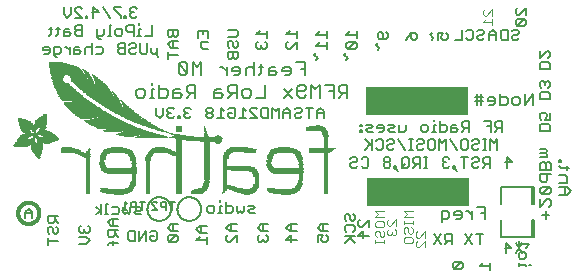
<source format=gbr>
G04 EAGLE Gerber RS-274X export*
G75*
%MOMM*%
%FSLAX34Y34*%
%LPD*%
%INSilkscreen Bottom*%
%IPPOS*%
%AMOC8*
5,1,8,0,0,1.08239X$1,22.5*%
G01*
%ADD10C,0.127000*%
%ADD11C,0.177800*%
%ADD12C,0.101600*%
%ADD13C,0.152400*%
%ADD14R,8.636000X2.476500*%
%ADD15C,0.203200*%
%ADD16R,0.914400X0.025400*%
%ADD17R,0.508000X0.025400*%
%ADD18R,0.889000X0.025400*%
%ADD19R,0.406400X0.025400*%
%ADD20R,1.320800X0.025400*%
%ADD21R,0.736600X0.025400*%
%ADD22R,0.660400X0.025400*%
%ADD23R,1.346200X0.025400*%
%ADD24R,1.625600X0.025400*%
%ADD25R,0.939800X0.025400*%
%ADD26R,0.025400X0.025400*%
%ADD27R,0.863600X0.025400*%
%ADD28R,0.431800X0.025400*%
%ADD29R,1.600200X0.025400*%
%ADD30R,1.854200X0.025400*%
%ADD31R,1.066800X0.025400*%
%ADD32R,0.050800X0.025400*%
%ADD33R,1.828800X0.025400*%
%ADD34R,2.032000X0.025400*%
%ADD35R,1.219200X0.025400*%
%ADD36R,0.076200X0.025400*%
%ADD37R,0.990600X0.025400*%
%ADD38R,2.057400X0.025400*%
%ADD39R,2.209800X0.025400*%
%ADD40R,2.362200X0.025400*%
%ADD41R,1.447800X0.025400*%
%ADD42R,0.101600X0.025400*%
%ADD43R,1.092200X0.025400*%
%ADD44R,2.489200X0.025400*%
%ADD45R,1.574800X0.025400*%
%ADD46R,0.127000X0.025400*%
%ADD47R,1.143000X0.025400*%
%ADD48R,2.565400X0.025400*%
%ADD49R,1.676400X0.025400*%
%ADD50R,0.152400X0.025400*%
%ADD51R,1.168400X0.025400*%
%ADD52R,2.590800X0.025400*%
%ADD53R,1.752600X0.025400*%
%ADD54R,0.177800X0.025400*%
%ADD55R,1.193800X0.025400*%
%ADD56R,2.616200X0.025400*%
%ADD57R,0.203200X0.025400*%
%ADD58R,2.641600X0.025400*%
%ADD59R,1.930400X0.025400*%
%ADD60R,0.228600X0.025400*%
%ADD61R,1.244600X0.025400*%
%ADD62R,2.667000X0.025400*%
%ADD63R,0.254000X0.025400*%
%ADD64R,2.692400X0.025400*%
%ADD65R,2.108200X0.025400*%
%ADD66R,0.279400X0.025400*%
%ADD67R,2.717800X0.025400*%
%ADD68R,1.041400X0.025400*%
%ADD69R,2.743200X0.025400*%
%ADD70R,2.260600X0.025400*%
%ADD71R,0.304800X0.025400*%
%ADD72R,0.838200X0.025400*%
%ADD73R,0.685800X0.025400*%
%ADD74R,1.270000X0.025400*%
%ADD75R,0.330200X0.025400*%
%ADD76R,0.609600X0.025400*%
%ADD77R,0.355600X0.025400*%
%ADD78R,0.762000X0.025400*%
%ADD79R,0.635000X0.025400*%
%ADD80R,0.584200X0.025400*%
%ADD81R,0.381000X0.025400*%
%ADD82R,0.533400X0.025400*%
%ADD83R,0.558800X0.025400*%
%ADD84R,0.482600X0.025400*%
%ADD85R,1.117600X0.025400*%
%ADD86R,0.457200X0.025400*%
%ADD87R,0.787400X0.025400*%
%ADD88R,0.711200X0.025400*%
%ADD89R,2.413000X0.025400*%
%ADD90R,2.438400X0.025400*%
%ADD91R,2.540000X0.025400*%
%ADD92R,2.794000X0.025400*%
%ADD93R,2.819400X0.025400*%
%ADD94R,2.844800X0.025400*%
%ADD95R,2.870200X0.025400*%
%ADD96R,1.016000X0.025400*%
%ADD97R,2.895600X0.025400*%
%ADD98R,1.422400X0.025400*%
%ADD99R,2.921000X0.025400*%
%ADD100R,1.803400X0.025400*%
%ADD101R,2.946400X0.025400*%
%ADD102R,2.971800X0.025400*%
%ADD103R,2.997200X0.025400*%
%ADD104R,3.022600X0.025400*%
%ADD105R,2.768600X0.025400*%
%ADD106R,2.514600X0.025400*%
%ADD107R,2.336800X0.025400*%
%ADD108R,0.965200X0.025400*%
%ADD109R,0.812800X0.025400*%
%ADD110R,1.651000X0.025400*%
%ADD111R,1.701800X0.025400*%
%ADD112R,1.727200X0.025400*%
%ADD113R,2.159000X0.025400*%
%ADD114R,1.778000X0.025400*%
%ADD115R,2.082800X0.025400*%
%ADD116R,2.463800X0.025400*%
%ADD117R,2.006600X0.025400*%
%ADD118R,1.905000X0.025400*%
%ADD119R,2.286000X0.025400*%
%ADD120R,1.955800X0.025400*%
%ADD121R,2.235200X0.025400*%
%ADD122R,1.524000X0.025400*%
%ADD123R,1.981200X0.025400*%
%ADD124R,2.184400X0.025400*%
%ADD125R,1.473200X0.025400*%
%ADD126R,1.397000X0.025400*%
%ADD127R,2.387600X0.025400*%
%ADD128R,1.879600X0.025400*%
%ADD129R,1.295400X0.025400*%
%ADD130R,1.549400X0.025400*%
%ADD131R,1.371600X0.025400*%
%ADD132R,3.200400X0.025400*%
%ADD133R,3.378200X0.025400*%
%ADD134R,3.835400X0.025400*%
%ADD135R,3.987800X0.025400*%
%ADD136R,4.089400X0.025400*%
%ADD137R,4.216400X0.025400*%
%ADD138R,2.311400X0.025400*%
%ADD139R,3.225800X0.025400*%
%ADD140R,3.479800X0.025400*%
%ADD141R,3.454400X0.025400*%
%ADD142R,1.498600X0.025400*%
%ADD143R,3.429000X0.025400*%
%ADD144R,3.403600X0.025400*%
%ADD145R,3.352800X0.025400*%
%ADD146R,3.327400X0.025400*%
%ADD147R,3.302000X0.025400*%
%ADD148R,3.276600X0.025400*%
%ADD149R,3.251200X0.025400*%
%ADD150R,3.175000X0.025400*%
%ADD151R,2.133600X0.025400*%
%ADD152R,0.050800X0.006300*%
%ADD153R,0.082600X0.006400*%
%ADD154R,0.120600X0.006300*%
%ADD155R,0.139700X0.006400*%
%ADD156R,0.158800X0.006300*%
%ADD157R,0.177800X0.006400*%
%ADD158R,0.196800X0.006300*%
%ADD159R,0.215900X0.006400*%
%ADD160R,0.228600X0.006300*%
%ADD161R,0.241300X0.006400*%
%ADD162R,0.254000X0.006300*%
%ADD163R,0.266700X0.006400*%
%ADD164R,0.279400X0.006300*%
%ADD165R,0.285700X0.006400*%
%ADD166R,0.298400X0.006300*%
%ADD167R,0.311200X0.006400*%
%ADD168R,0.317500X0.006300*%
%ADD169R,0.330200X0.006400*%
%ADD170R,0.336600X0.006300*%
%ADD171R,0.349200X0.006400*%
%ADD172R,0.361900X0.006300*%
%ADD173R,0.368300X0.006400*%
%ADD174R,0.381000X0.006300*%
%ADD175R,0.387300X0.006400*%
%ADD176R,0.393700X0.006300*%
%ADD177R,0.406400X0.006400*%
%ADD178R,0.412700X0.006300*%
%ADD179R,0.419100X0.006400*%
%ADD180R,0.431800X0.006300*%
%ADD181R,0.438100X0.006400*%
%ADD182R,0.450800X0.006300*%
%ADD183R,0.457200X0.006400*%
%ADD184R,0.463500X0.006300*%
%ADD185R,0.476200X0.006400*%
%ADD186R,0.482600X0.006300*%
%ADD187R,0.488900X0.006400*%
%ADD188R,0.501600X0.006300*%
%ADD189R,0.508000X0.006400*%
%ADD190R,0.514300X0.006300*%
%ADD191R,0.527000X0.006400*%
%ADD192R,0.533400X0.006300*%
%ADD193R,0.546100X0.006400*%
%ADD194R,0.552400X0.006300*%
%ADD195R,0.558800X0.006400*%
%ADD196R,0.571500X0.006300*%
%ADD197R,0.577800X0.006400*%
%ADD198R,0.584200X0.006300*%
%ADD199R,0.596900X0.006400*%
%ADD200R,0.603200X0.006300*%
%ADD201R,0.609600X0.006400*%
%ADD202R,0.622300X0.006300*%
%ADD203R,0.628600X0.006400*%
%ADD204R,0.641300X0.006300*%
%ADD205R,0.647700X0.006400*%
%ADD206R,0.063500X0.006300*%
%ADD207R,0.654000X0.006300*%
%ADD208R,0.101600X0.006400*%
%ADD209R,0.666700X0.006400*%
%ADD210R,0.139700X0.006300*%
%ADD211R,0.673100X0.006300*%
%ADD212R,0.165100X0.006400*%
%ADD213R,0.679400X0.006400*%
%ADD214R,0.196900X0.006300*%
%ADD215R,0.692100X0.006300*%
%ADD216R,0.222200X0.006400*%
%ADD217R,0.698500X0.006400*%
%ADD218R,0.247700X0.006300*%
%ADD219R,0.704800X0.006300*%
%ADD220R,0.279400X0.006400*%
%ADD221R,0.717500X0.006400*%
%ADD222R,0.298500X0.006300*%
%ADD223R,0.723900X0.006300*%
%ADD224R,0.736600X0.006400*%
%ADD225R,0.342900X0.006300*%
%ADD226R,0.742900X0.006300*%
%ADD227R,0.374700X0.006400*%
%ADD228R,0.749300X0.006400*%
%ADD229R,0.762000X0.006300*%
%ADD230R,0.412700X0.006400*%
%ADD231R,0.768300X0.006400*%
%ADD232R,0.438100X0.006300*%
%ADD233R,0.774700X0.006300*%
%ADD234R,0.463600X0.006400*%
%ADD235R,0.787400X0.006400*%
%ADD236R,0.793700X0.006300*%
%ADD237R,0.495300X0.006400*%
%ADD238R,0.800100X0.006400*%
%ADD239R,0.520700X0.006300*%
%ADD240R,0.812800X0.006300*%
%ADD241R,0.533400X0.006400*%
%ADD242R,0.819100X0.006400*%
%ADD243R,0.558800X0.006300*%
%ADD244R,0.825500X0.006300*%
%ADD245R,0.577900X0.006400*%
%ADD246R,0.831800X0.006400*%
%ADD247R,0.596900X0.006300*%
%ADD248R,0.844500X0.006300*%
%ADD249R,0.616000X0.006400*%
%ADD250R,0.850900X0.006400*%
%ADD251R,0.635000X0.006300*%
%ADD252R,0.857200X0.006300*%
%ADD253R,0.654100X0.006400*%
%ADD254R,0.863600X0.006400*%
%ADD255R,0.666700X0.006300*%
%ADD256R,0.869900X0.006300*%
%ADD257R,0.685800X0.006400*%
%ADD258R,0.876300X0.006400*%
%ADD259R,0.882600X0.006300*%
%ADD260R,0.723900X0.006400*%
%ADD261R,0.889000X0.006400*%
%ADD262R,0.895300X0.006300*%
%ADD263R,0.755700X0.006400*%
%ADD264R,0.901700X0.006400*%
%ADD265R,0.908000X0.006300*%
%ADD266R,0.793800X0.006400*%
%ADD267R,0.914400X0.006400*%
%ADD268R,0.806400X0.006300*%
%ADD269R,0.920700X0.006300*%
%ADD270R,0.825500X0.006400*%
%ADD271R,0.927100X0.006400*%
%ADD272R,0.933400X0.006300*%
%ADD273R,0.857300X0.006400*%
%ADD274R,0.939800X0.006400*%
%ADD275R,0.870000X0.006300*%
%ADD276R,0.939800X0.006300*%
%ADD277R,0.946100X0.006400*%
%ADD278R,0.952500X0.006300*%
%ADD279R,0.908000X0.006400*%
%ADD280R,0.958800X0.006400*%
%ADD281R,0.965200X0.006300*%
%ADD282R,0.965200X0.006400*%
%ADD283R,0.971500X0.006300*%
%ADD284R,0.952500X0.006400*%
%ADD285R,0.977900X0.006400*%
%ADD286R,0.958800X0.006300*%
%ADD287R,0.984200X0.006300*%
%ADD288R,0.971500X0.006400*%
%ADD289R,0.984200X0.006400*%
%ADD290R,0.990600X0.006300*%
%ADD291R,0.984300X0.006400*%
%ADD292R,0.996900X0.006400*%
%ADD293R,0.997000X0.006300*%
%ADD294R,0.996900X0.006300*%
%ADD295R,1.003300X0.006400*%
%ADD296R,1.016000X0.006300*%
%ADD297R,1.009600X0.006300*%
%ADD298R,1.016000X0.006400*%
%ADD299R,1.009600X0.006400*%
%ADD300R,1.022300X0.006300*%
%ADD301R,1.028700X0.006400*%
%ADD302R,1.035100X0.006300*%
%ADD303R,1.047800X0.006400*%
%ADD304R,1.054100X0.006300*%
%ADD305R,1.028700X0.006300*%
%ADD306R,1.054100X0.006400*%
%ADD307R,1.035000X0.006400*%
%ADD308R,1.060400X0.006300*%
%ADD309R,1.035000X0.006300*%
%ADD310R,1.060500X0.006400*%
%ADD311R,1.041400X0.006400*%
%ADD312R,1.066800X0.006300*%
%ADD313R,1.041400X0.006300*%
%ADD314R,1.079500X0.006400*%
%ADD315R,1.047700X0.006400*%
%ADD316R,1.085900X0.006300*%
%ADD317R,1.047700X0.006300*%
%ADD318R,1.085800X0.006400*%
%ADD319R,1.092200X0.006300*%
%ADD320R,1.085900X0.006400*%
%ADD321R,1.098600X0.006300*%
%ADD322R,1.098600X0.006400*%
%ADD323R,1.060400X0.006400*%
%ADD324R,1.104900X0.006300*%
%ADD325R,1.104900X0.006400*%
%ADD326R,1.066800X0.006400*%
%ADD327R,1.111200X0.006300*%
%ADD328R,1.117600X0.006400*%
%ADD329R,1.117600X0.006300*%
%ADD330R,1.073100X0.006300*%
%ADD331R,1.073100X0.006400*%
%ADD332R,1.124000X0.006300*%
%ADD333R,1.079500X0.006300*%
%ADD334R,1.123900X0.006400*%
%ADD335R,1.130300X0.006300*%
%ADD336R,1.130300X0.006400*%
%ADD337R,1.136700X0.006400*%
%ADD338R,1.136700X0.006300*%
%ADD339R,1.085800X0.006300*%
%ADD340R,1.136600X0.006400*%
%ADD341R,1.136600X0.006300*%
%ADD342R,1.143000X0.006400*%
%ADD343R,1.143000X0.006300*%
%ADD344R,1.149400X0.006300*%
%ADD345R,1.149300X0.006300*%
%ADD346R,1.149300X0.006400*%
%ADD347R,1.149400X0.006400*%
%ADD348R,1.155700X0.006400*%
%ADD349R,1.155700X0.006300*%
%ADD350R,1.060500X0.006300*%
%ADD351R,2.197100X0.006400*%
%ADD352R,2.197100X0.006300*%
%ADD353R,2.184400X0.006300*%
%ADD354R,2.184400X0.006400*%
%ADD355R,2.171700X0.006400*%
%ADD356R,2.171700X0.006300*%
%ADD357R,1.530300X0.006400*%
%ADD358R,1.505000X0.006300*%
%ADD359R,1.492300X0.006400*%
%ADD360R,1.485900X0.006300*%
%ADD361R,0.565200X0.006300*%
%ADD362R,1.473200X0.006400*%
%ADD363R,0.565200X0.006400*%
%ADD364R,1.460500X0.006300*%
%ADD365R,1.454100X0.006400*%
%ADD366R,0.552400X0.006400*%
%ADD367R,1.441500X0.006300*%
%ADD368R,0.546100X0.006300*%
%ADD369R,1.435100X0.006400*%
%ADD370R,0.539800X0.006400*%
%ADD371R,1.428800X0.006300*%
%ADD372R,1.422400X0.006400*%
%ADD373R,1.409700X0.006300*%
%ADD374R,0.527100X0.006300*%
%ADD375R,1.403300X0.006400*%
%ADD376R,0.527100X0.006400*%
%ADD377R,1.390700X0.006300*%
%ADD378R,1.384300X0.006400*%
%ADD379R,0.520700X0.006400*%
%ADD380R,1.384300X0.006300*%
%ADD381R,0.514400X0.006300*%
%ADD382R,1.371600X0.006400*%
%ADD383R,1.365200X0.006300*%
%ADD384R,0.508000X0.006300*%
%ADD385R,1.352600X0.006400*%
%ADD386R,0.501700X0.006400*%
%ADD387R,0.711200X0.006300*%
%ADD388R,0.603300X0.006300*%
%ADD389R,0.501700X0.006300*%
%ADD390R,0.692100X0.006400*%
%ADD391R,0.571500X0.006400*%
%ADD392R,0.679400X0.006300*%
%ADD393R,0.495300X0.006300*%
%ADD394R,0.673100X0.006400*%
%ADD395R,0.666800X0.006300*%
%ADD396R,0.488900X0.006300*%
%ADD397R,0.660400X0.006400*%
%ADD398R,0.482600X0.006400*%
%ADD399R,0.476200X0.006300*%
%ADD400R,0.654000X0.006400*%
%ADD401R,0.469900X0.006400*%
%ADD402R,0.476300X0.006400*%
%ADD403R,0.647700X0.006300*%
%ADD404R,0.457200X0.006300*%
%ADD405R,0.469900X0.006300*%
%ADD406R,0.641300X0.006400*%
%ADD407R,0.444500X0.006400*%
%ADD408R,0.463600X0.006300*%
%ADD409R,0.635000X0.006400*%
%ADD410R,0.463500X0.006400*%
%ADD411R,0.393700X0.006400*%
%ADD412R,0.450800X0.006400*%
%ADD413R,0.628600X0.006300*%
%ADD414R,0.387400X0.006300*%
%ADD415R,0.450900X0.006300*%
%ADD416R,0.628700X0.006400*%
%ADD417R,0.374600X0.006400*%
%ADD418R,0.368300X0.006300*%
%ADD419R,0.438200X0.006300*%
%ADD420R,0.622300X0.006400*%
%ADD421R,0.355600X0.006400*%
%ADD422R,0.431800X0.006400*%
%ADD423R,0.349300X0.006300*%
%ADD424R,0.425400X0.006300*%
%ADD425R,0.615900X0.006300*%
%ADD426R,0.330200X0.006300*%
%ADD427R,0.419100X0.006300*%
%ADD428R,0.616000X0.006300*%
%ADD429R,0.311200X0.006300*%
%ADD430R,0.406400X0.006300*%
%ADD431R,0.615900X0.006400*%
%ADD432R,0.304800X0.006400*%
%ADD433R,0.158800X0.006400*%
%ADD434R,0.609600X0.006300*%
%ADD435R,0.292100X0.006300*%
%ADD436R,0.235000X0.006300*%
%ADD437R,0.387400X0.006400*%
%ADD438R,0.292100X0.006400*%
%ADD439R,0.336500X0.006300*%
%ADD440R,0.260400X0.006300*%
%ADD441R,0.603300X0.006400*%
%ADD442R,0.260400X0.006400*%
%ADD443R,0.362000X0.006400*%
%ADD444R,0.450900X0.006400*%
%ADD445R,0.355600X0.006300*%
%ADD446R,0.342900X0.006400*%
%ADD447R,0.514300X0.006400*%
%ADD448R,0.234900X0.006300*%
%ADD449R,0.539700X0.006300*%
%ADD450R,0.603200X0.006400*%
%ADD451R,0.234900X0.006400*%
%ADD452R,0.920700X0.006400*%
%ADD453R,0.958900X0.006400*%
%ADD454R,0.215900X0.006300*%
%ADD455R,0.209600X0.006400*%
%ADD456R,0.203200X0.006300*%
%ADD457R,1.003300X0.006300*%
%ADD458R,0.203200X0.006400*%
%ADD459R,0.196900X0.006400*%
%ADD460R,0.190500X0.006300*%
%ADD461R,0.190500X0.006400*%
%ADD462R,0.184200X0.006300*%
%ADD463R,0.590500X0.006400*%
%ADD464R,0.184200X0.006400*%
%ADD465R,0.590500X0.006300*%
%ADD466R,0.177800X0.006300*%
%ADD467R,0.584200X0.006400*%
%ADD468R,1.168400X0.006400*%
%ADD469R,0.171500X0.006300*%
%ADD470R,1.187500X0.006300*%
%ADD471R,1.200100X0.006400*%
%ADD472R,0.577800X0.006300*%
%ADD473R,1.212900X0.006300*%
%ADD474R,1.231900X0.006400*%
%ADD475R,1.250900X0.006300*%
%ADD476R,0.565100X0.006400*%
%ADD477R,0.184100X0.006400*%
%ADD478R,1.263700X0.006400*%
%ADD479R,0.565100X0.006300*%
%ADD480R,1.289100X0.006300*%
%ADD481R,1.314400X0.006400*%
%ADD482R,0.552500X0.006300*%
%ADD483R,1.568500X0.006300*%
%ADD484R,0.552500X0.006400*%
%ADD485R,1.581200X0.006400*%
%ADD486R,1.593800X0.006300*%
%ADD487R,1.606500X0.006400*%
%ADD488R,1.619300X0.006300*%
%ADD489R,0.514400X0.006400*%
%ADD490R,1.638300X0.006400*%
%ADD491R,1.657300X0.006300*%
%ADD492R,2.209800X0.006400*%
%ADD493R,2.425700X0.006300*%
%ADD494R,2.470100X0.006400*%
%ADD495R,2.501900X0.006300*%
%ADD496R,2.533700X0.006400*%
%ADD497R,2.559000X0.006300*%
%ADD498R,2.584500X0.006400*%
%ADD499R,2.609900X0.006300*%
%ADD500R,2.628900X0.006400*%
%ADD501R,2.660600X0.006300*%
%ADD502R,2.673400X0.006400*%
%ADD503R,1.422400X0.006300*%
%ADD504R,1.200200X0.006300*%
%ADD505R,1.365300X0.006300*%
%ADD506R,1.365300X0.006400*%
%ADD507R,1.352500X0.006300*%
%ADD508R,1.098500X0.006300*%
%ADD509R,1.358900X0.006400*%
%ADD510R,1.352600X0.006300*%
%ADD511R,1.358900X0.006300*%
%ADD512R,1.371600X0.006300*%
%ADD513R,1.377900X0.006400*%
%ADD514R,1.397000X0.006400*%
%ADD515R,1.403300X0.006300*%
%ADD516R,0.914400X0.006300*%
%ADD517R,0.876300X0.006300*%
%ADD518R,0.374600X0.006300*%
%ADD519R,1.073200X0.006400*%
%ADD520R,0.374700X0.006300*%
%ADD521R,0.844600X0.006400*%
%ADD522R,0.844600X0.006300*%
%ADD523R,0.831900X0.006400*%
%ADD524R,1.092200X0.006400*%
%ADD525R,0.400000X0.006300*%
%ADD526R,0.819200X0.006400*%
%ADD527R,1.111300X0.006400*%
%ADD528R,0.812800X0.006400*%
%ADD529R,0.800100X0.006300*%
%ADD530R,0.476300X0.006300*%
%ADD531R,1.181100X0.006300*%
%ADD532R,0.501600X0.006400*%
%ADD533R,1.193800X0.006400*%
%ADD534R,0.781000X0.006400*%
%ADD535R,1.238200X0.006400*%
%ADD536R,0.781100X0.006300*%
%ADD537R,1.257300X0.006300*%
%ADD538R,1.295400X0.006400*%
%ADD539R,1.333500X0.006300*%
%ADD540R,0.774700X0.006400*%
%ADD541R,1.866900X0.006400*%
%ADD542R,0.209600X0.006300*%
%ADD543R,1.866900X0.006300*%
%ADD544R,0.768400X0.006400*%
%ADD545R,0.209500X0.006400*%
%ADD546R,1.860600X0.006400*%
%ADD547R,0.762000X0.006400*%
%ADD548R,0.768400X0.006300*%
%ADD549R,1.860600X0.006300*%
%ADD550R,1.860500X0.006400*%
%ADD551R,0.222300X0.006300*%
%ADD552R,1.854200X0.006300*%
%ADD553R,0.235000X0.006400*%
%ADD554R,1.854200X0.006400*%
%ADD555R,0.768300X0.006300*%
%ADD556R,0.260300X0.006400*%
%ADD557R,1.847800X0.006400*%
%ADD558R,0.266700X0.006300*%
%ADD559R,1.847800X0.006300*%
%ADD560R,0.273100X0.006400*%
%ADD561R,1.841500X0.006400*%
%ADD562R,0.285800X0.006300*%
%ADD563R,1.841500X0.006300*%
%ADD564R,0.298500X0.006400*%
%ADD565R,1.835100X0.006400*%
%ADD566R,0.781000X0.006300*%
%ADD567R,0.304800X0.006300*%
%ADD568R,1.835100X0.006300*%
%ADD569R,0.317500X0.006400*%
%ADD570R,1.828800X0.006400*%
%ADD571R,0.787400X0.006300*%
%ADD572R,0.323800X0.006300*%
%ADD573R,1.828800X0.006300*%
%ADD574R,0.793700X0.006400*%
%ADD575R,1.822400X0.006400*%
%ADD576R,0.806500X0.006300*%
%ADD577R,1.822400X0.006300*%
%ADD578R,1.816100X0.006400*%
%ADD579R,0.819100X0.006300*%
%ADD580R,0.387300X0.006300*%
%ADD581R,1.816100X0.006300*%
%ADD582R,1.809800X0.006400*%
%ADD583R,1.803400X0.006300*%
%ADD584R,1.797000X0.006400*%
%ADD585R,0.901700X0.006300*%
%ADD586R,1.797000X0.006300*%
%ADD587R,1.441400X0.006400*%
%ADD588R,1.790700X0.006400*%
%ADD589R,1.447800X0.006300*%
%ADD590R,1.784300X0.006300*%
%ADD591R,1.447800X0.006400*%
%ADD592R,1.784300X0.006400*%
%ADD593R,1.454100X0.006300*%
%ADD594R,1.771700X0.006300*%
%ADD595R,1.460500X0.006400*%
%ADD596R,1.759000X0.006400*%
%ADD597R,1.466800X0.006300*%
%ADD598R,1.752600X0.006300*%
%ADD599R,1.466800X0.006400*%
%ADD600R,1.739900X0.006400*%
%ADD601R,1.473200X0.006300*%
%ADD602R,1.727200X0.006300*%
%ADD603R,1.479500X0.006400*%
%ADD604R,1.714500X0.006400*%
%ADD605R,1.695400X0.006300*%
%ADD606R,1.485900X0.006400*%
%ADD607R,1.682700X0.006400*%
%ADD608R,1.492200X0.006300*%
%ADD609R,1.663700X0.006300*%
%ADD610R,1.498600X0.006400*%
%ADD611R,1.644600X0.006400*%
%ADD612R,1.498600X0.006300*%
%ADD613R,1.619200X0.006300*%
%ADD614R,1.511300X0.006400*%
%ADD615R,1.600200X0.006400*%
%ADD616R,1.517700X0.006300*%
%ADD617R,1.574800X0.006300*%
%ADD618R,1.524000X0.006400*%
%ADD619R,1.555800X0.006400*%
%ADD620R,1.524000X0.006300*%
%ADD621R,1.536700X0.006300*%
%ADD622R,1.530400X0.006400*%
%ADD623R,1.517700X0.006400*%
%ADD624R,1.492300X0.006300*%
%ADD625R,1.549400X0.006400*%
%ADD626R,1.479600X0.006400*%
%ADD627R,1.549400X0.006300*%
%ADD628R,1.555700X0.006400*%
%ADD629R,1.562100X0.006300*%
%ADD630R,0.323900X0.006300*%
%ADD631R,1.568400X0.006400*%
%ADD632R,0.336600X0.006400*%
%ADD633R,1.587500X0.006300*%
%ADD634R,0.971600X0.006300*%
%ADD635R,0.349300X0.006400*%
%ADD636R,1.600200X0.006300*%
%ADD637R,0.920800X0.006300*%
%ADD638R,0.882700X0.006400*%
%ADD639R,1.612900X0.006300*%
%ADD640R,0.362000X0.006300*%
%ADD641R,1.625600X0.006400*%
%ADD642R,1.625600X0.006300*%
%ADD643R,1.644600X0.006300*%
%ADD644R,0.736600X0.006300*%
%ADD645R,0.717600X0.006400*%
%ADD646R,1.657400X0.006300*%
%ADD647R,0.679500X0.006300*%
%ADD648R,1.663700X0.006400*%
%ADD649R,0.400000X0.006400*%
%ADD650R,1.676400X0.006300*%
%ADD651R,1.676400X0.006400*%
%ADD652R,0.425500X0.006400*%
%ADD653R,1.352500X0.006400*%
%ADD654R,0.444500X0.006300*%
%ADD655R,0.361900X0.006400*%
%ADD656R,0.088900X0.006300*%
%ADD657R,1.009700X0.006300*%
%ADD658R,1.009700X0.006400*%
%ADD659R,1.022300X0.006400*%
%ADD660R,1.346200X0.006400*%
%ADD661R,1.346200X0.006300*%
%ADD662R,1.339900X0.006400*%
%ADD663R,1.035100X0.006400*%
%ADD664R,1.339800X0.006300*%
%ADD665R,1.333500X0.006400*%
%ADD666R,1.327200X0.006400*%
%ADD667R,1.320800X0.006300*%
%ADD668R,1.314500X0.006400*%
%ADD669R,1.314400X0.006300*%
%ADD670R,1.301700X0.006400*%
%ADD671R,1.295400X0.006300*%
%ADD672R,1.289000X0.006400*%
%ADD673R,1.276300X0.006300*%
%ADD674R,1.251000X0.006300*%
%ADD675R,1.244600X0.006400*%
%ADD676R,1.231900X0.006300*%
%ADD677R,1.212800X0.006400*%
%ADD678R,1.200100X0.006300*%
%ADD679R,1.187400X0.006400*%
%ADD680R,1.168400X0.006300*%
%ADD681R,1.047800X0.006300*%
%ADD682R,0.977900X0.006300*%
%ADD683R,0.946200X0.006400*%
%ADD684R,0.933400X0.006400*%
%ADD685R,0.895300X0.006400*%
%ADD686R,0.882700X0.006300*%
%ADD687R,0.863600X0.006300*%
%ADD688R,0.857200X0.006400*%
%ADD689R,0.850900X0.006300*%
%ADD690R,0.838200X0.006300*%
%ADD691R,0.806500X0.006400*%
%ADD692R,0.717600X0.006300*%
%ADD693R,0.711200X0.006400*%
%ADD694R,0.641400X0.006400*%
%ADD695R,0.641400X0.006300*%
%ADD696R,0.628700X0.006300*%
%ADD697R,0.590600X0.006300*%
%ADD698R,0.539700X0.006400*%
%ADD699R,0.285700X0.006300*%
%ADD700R,0.222200X0.006300*%
%ADD701R,0.171400X0.006300*%
%ADD702R,0.152400X0.006400*%
%ADD703R,0.133400X0.006300*%
%ADD704C,0.304800*%


D10*
X134978Y222680D02*
X133495Y224163D01*
X130529Y224163D01*
X129046Y222680D01*
X129046Y221197D01*
X130529Y219714D01*
X132012Y219714D01*
X130529Y219714D02*
X129046Y218231D01*
X129046Y216748D01*
X130529Y215265D01*
X133495Y215265D01*
X134978Y216748D01*
X125623Y216748D02*
X125623Y215265D01*
X125623Y216748D02*
X124140Y216748D01*
X124140Y215265D01*
X125623Y215265D01*
X120945Y224163D02*
X115014Y224163D01*
X115014Y222680D01*
X120945Y216748D01*
X120945Y215265D01*
X111590Y215265D02*
X105659Y224163D01*
X97786Y224163D02*
X97786Y215265D01*
X102235Y219714D02*
X97786Y224163D01*
X96303Y219714D02*
X102235Y219714D01*
X92880Y216748D02*
X92880Y215265D01*
X92880Y216748D02*
X91397Y216748D01*
X91397Y215265D01*
X92880Y215265D01*
X88202Y215265D02*
X82271Y215265D01*
X88202Y215265D02*
X82271Y221197D01*
X82271Y222680D01*
X83753Y224163D01*
X86719Y224163D01*
X88202Y222680D01*
X78847Y224163D02*
X78847Y218231D01*
X75881Y215265D01*
X72915Y218231D01*
X72915Y224163D01*
X147452Y208923D02*
X147452Y200025D01*
X141520Y200025D01*
X138097Y205957D02*
X136614Y205957D01*
X136614Y200025D01*
X138097Y200025D02*
X135131Y200025D01*
X136614Y208923D02*
X136614Y210406D01*
X131860Y208923D02*
X131860Y200025D01*
X131860Y208923D02*
X127411Y208923D01*
X125928Y207440D01*
X125928Y204474D01*
X127411Y202991D01*
X131860Y202991D01*
X121022Y200025D02*
X118056Y200025D01*
X116573Y201508D01*
X116573Y204474D01*
X118056Y205957D01*
X121022Y205957D01*
X122505Y204474D01*
X122505Y201508D01*
X121022Y200025D01*
X113149Y208923D02*
X111667Y208923D01*
X111667Y200025D01*
X113149Y200025D02*
X110184Y200025D01*
X106913Y201508D02*
X106913Y205957D01*
X106913Y201508D02*
X105430Y200025D01*
X100981Y200025D01*
X100981Y198542D02*
X100981Y205957D01*
X100981Y198542D02*
X102464Y197059D01*
X103947Y197059D01*
X88202Y200025D02*
X88202Y208923D01*
X83754Y208923D01*
X82271Y207440D01*
X82271Y205957D01*
X83754Y204474D01*
X82271Y202991D01*
X82271Y201508D01*
X83754Y200025D01*
X88202Y200025D01*
X88202Y204474D02*
X83754Y204474D01*
X77364Y205957D02*
X74398Y205957D01*
X72915Y204474D01*
X72915Y200025D01*
X77364Y200025D01*
X78847Y201508D01*
X77364Y202991D01*
X72915Y202991D01*
X68009Y201508D02*
X68009Y207440D01*
X68009Y201508D02*
X66526Y200025D01*
X66526Y205957D02*
X69492Y205957D01*
X61772Y207440D02*
X61772Y201508D01*
X60289Y200025D01*
X60289Y205957D02*
X63255Y205957D01*
X151426Y189234D02*
X151426Y186268D01*
X149943Y184785D01*
X148460Y184785D01*
X146977Y186268D01*
X146977Y189234D01*
X151426Y186268D02*
X151426Y183302D01*
X152909Y181819D01*
X143554Y186268D02*
X143554Y193683D01*
X143554Y186268D02*
X142071Y184785D01*
X139105Y184785D01*
X137622Y186268D01*
X137622Y193683D01*
X129750Y193683D02*
X128267Y192200D01*
X129750Y193683D02*
X132716Y193683D01*
X134199Y192200D01*
X134199Y190717D01*
X132716Y189234D01*
X129750Y189234D01*
X128267Y187751D01*
X128267Y186268D01*
X129750Y184785D01*
X132716Y184785D01*
X134199Y186268D01*
X124843Y184785D02*
X124843Y193683D01*
X120395Y193683D01*
X118912Y192200D01*
X118912Y190717D01*
X120395Y189234D01*
X118912Y187751D01*
X118912Y186268D01*
X120395Y184785D01*
X124843Y184785D01*
X124843Y189234D02*
X120395Y189234D01*
X104650Y190717D02*
X100201Y190717D01*
X104650Y190717D02*
X106133Y189234D01*
X106133Y186268D01*
X104650Y184785D01*
X100201Y184785D01*
X96778Y184785D02*
X96778Y193683D01*
X95295Y190717D02*
X96778Y189234D01*
X95295Y190717D02*
X92329Y190717D01*
X90846Y189234D01*
X90846Y184785D01*
X85940Y190717D02*
X82974Y190717D01*
X81491Y189234D01*
X81491Y184785D01*
X85940Y184785D01*
X87423Y186268D01*
X85940Y187751D01*
X81491Y187751D01*
X78067Y184785D02*
X78067Y190717D01*
X75102Y190717D02*
X78067Y187751D01*
X75102Y190717D02*
X73619Y190717D01*
X67306Y181819D02*
X65823Y181819D01*
X64340Y183302D01*
X64340Y190717D01*
X68789Y190717D01*
X70272Y189234D01*
X70272Y186268D01*
X68789Y184785D01*
X64340Y184785D01*
X59433Y184785D02*
X56468Y184785D01*
X59433Y184785D02*
X60916Y186268D01*
X60916Y189234D01*
X59433Y190717D01*
X56468Y190717D01*
X54985Y189234D01*
X54985Y187751D01*
X60916Y187751D01*
D11*
X276907Y177555D02*
X276907Y166624D01*
X276907Y177555D02*
X269620Y177555D01*
X273264Y172090D02*
X276907Y172090D01*
X263392Y166624D02*
X259748Y166624D01*
X263392Y166624D02*
X265214Y168446D01*
X265214Y172090D01*
X263392Y173912D01*
X259748Y173912D01*
X257926Y172090D01*
X257926Y170268D01*
X265214Y170268D01*
X251698Y173912D02*
X248054Y173912D01*
X246232Y172090D01*
X246232Y166624D01*
X251698Y166624D01*
X253520Y168446D01*
X251698Y170268D01*
X246232Y170268D01*
X240004Y168446D02*
X240004Y175733D01*
X240004Y168446D02*
X238182Y166624D01*
X238182Y173912D02*
X241826Y173912D01*
X234030Y177555D02*
X234030Y166624D01*
X234030Y172090D02*
X232208Y173912D01*
X228564Y173912D01*
X226742Y172090D01*
X226742Y166624D01*
X220514Y166624D02*
X216870Y166624D01*
X220514Y166624D02*
X222336Y168446D01*
X222336Y172090D01*
X220514Y173912D01*
X216870Y173912D01*
X215048Y172090D01*
X215048Y170268D01*
X222336Y170268D01*
X210642Y166624D02*
X210642Y173912D01*
X210642Y170268D02*
X206998Y173912D01*
X205176Y173912D01*
X189203Y177555D02*
X189203Y166624D01*
X185559Y173912D02*
X189203Y177555D01*
X185559Y173912D02*
X181915Y177555D01*
X181915Y166624D01*
X177509Y168446D02*
X177509Y175733D01*
X175687Y177555D01*
X172043Y177555D01*
X170221Y175733D01*
X170221Y168446D01*
X172043Y166624D01*
X175687Y166624D01*
X177509Y168446D01*
X170221Y175733D01*
X312964Y158505D02*
X312964Y147574D01*
X312964Y158505D02*
X307498Y158505D01*
X305676Y156683D01*
X305676Y153040D01*
X307498Y151218D01*
X312964Y151218D01*
X309320Y151218D02*
X305676Y147574D01*
X301270Y147574D02*
X301270Y158505D01*
X293982Y158505D01*
X297626Y153040D02*
X301270Y153040D01*
X289576Y158505D02*
X289576Y147574D01*
X285932Y154862D02*
X289576Y158505D01*
X285932Y154862D02*
X282288Y158505D01*
X282288Y147574D01*
X277882Y149396D02*
X276060Y147574D01*
X272416Y147574D01*
X270595Y149396D01*
X270595Y156683D01*
X272416Y158505D01*
X276060Y158505D01*
X277882Y156683D01*
X277882Y154862D01*
X276060Y153040D01*
X270595Y153040D01*
X266188Y154862D02*
X258901Y147574D01*
X266188Y147574D02*
X258901Y154862D01*
X242800Y158505D02*
X242800Y147574D01*
X235513Y147574D01*
X229284Y147574D02*
X225641Y147574D01*
X223819Y149396D01*
X223819Y153040D01*
X225641Y154862D01*
X229284Y154862D01*
X231106Y153040D01*
X231106Y149396D01*
X229284Y147574D01*
X219412Y147574D02*
X219412Y158505D01*
X213947Y158505D01*
X212125Y156683D01*
X212125Y153040D01*
X213947Y151218D01*
X219412Y151218D01*
X215768Y151218D02*
X212125Y147574D01*
X205896Y154862D02*
X202253Y154862D01*
X200431Y153040D01*
X200431Y147574D01*
X205896Y147574D01*
X207718Y149396D01*
X205896Y151218D01*
X200431Y151218D01*
X184330Y147574D02*
X184330Y158505D01*
X178865Y158505D01*
X177043Y156683D01*
X177043Y153040D01*
X178865Y151218D01*
X184330Y151218D01*
X180687Y151218D02*
X177043Y147574D01*
X170814Y154862D02*
X167171Y154862D01*
X165349Y153040D01*
X165349Y147574D01*
X170814Y147574D01*
X172636Y149396D01*
X170814Y151218D01*
X165349Y151218D01*
X153655Y147574D02*
X153655Y158505D01*
X153655Y147574D02*
X159120Y147574D01*
X160942Y149396D01*
X160942Y153040D01*
X159120Y154862D01*
X153655Y154862D01*
X149248Y154862D02*
X147427Y154862D01*
X147427Y147574D01*
X149248Y147574D02*
X145605Y147574D01*
X147427Y158505D02*
X147427Y160327D01*
X139631Y147574D02*
X135987Y147574D01*
X134165Y149396D01*
X134165Y153040D01*
X135987Y154862D01*
X139631Y154862D01*
X141452Y153040D01*
X141452Y149396D01*
X139631Y147574D01*
D10*
X292848Y136107D02*
X292848Y130175D01*
X292848Y136107D02*
X289882Y139073D01*
X286916Y136107D01*
X286916Y130175D01*
X286916Y134624D02*
X292848Y134624D01*
X280527Y130175D02*
X280527Y139073D01*
X283493Y139073D02*
X277561Y139073D01*
X269689Y139073D02*
X268206Y137590D01*
X269689Y139073D02*
X272654Y139073D01*
X274137Y137590D01*
X274137Y136107D01*
X272654Y134624D01*
X269689Y134624D01*
X268206Y133141D01*
X268206Y131658D01*
X269689Y130175D01*
X272654Y130175D01*
X274137Y131658D01*
X264782Y130175D02*
X264782Y136107D01*
X261816Y139073D01*
X258850Y136107D01*
X258850Y130175D01*
X258850Y134624D02*
X264782Y134624D01*
X255427Y130175D02*
X255427Y139073D01*
X252461Y136107D01*
X249495Y139073D01*
X249495Y130175D01*
X246072Y130175D02*
X246072Y139073D01*
X246072Y130175D02*
X241623Y130175D01*
X240140Y131658D01*
X240140Y137590D01*
X241623Y139073D01*
X246072Y139073D01*
X236717Y130175D02*
X230785Y130175D01*
X236717Y130175D02*
X230785Y136107D01*
X230785Y137590D01*
X232268Y139073D01*
X235234Y139073D01*
X236717Y137590D01*
X227361Y136107D02*
X224396Y139073D01*
X224396Y130175D01*
X227361Y130175D02*
X221430Y130175D01*
X213557Y139073D02*
X212075Y137590D01*
X213557Y139073D02*
X216523Y139073D01*
X218006Y137590D01*
X218006Y131658D01*
X216523Y130175D01*
X213557Y130175D01*
X212075Y131658D01*
X212075Y134624D01*
X215040Y134624D01*
X208651Y136107D02*
X205685Y139073D01*
X205685Y130175D01*
X208651Y130175D02*
X202719Y130175D01*
X199296Y137590D02*
X197813Y139073D01*
X194847Y139073D01*
X193364Y137590D01*
X193364Y136107D01*
X194847Y134624D01*
X193364Y133141D01*
X193364Y131658D01*
X194847Y130175D01*
X197813Y130175D01*
X199296Y131658D01*
X199296Y133141D01*
X197813Y134624D01*
X199296Y136107D01*
X199296Y137590D01*
X197813Y134624D02*
X194847Y134624D01*
X180586Y137590D02*
X179103Y139073D01*
X176137Y139073D01*
X174654Y137590D01*
X174654Y136107D01*
X176137Y134624D01*
X177620Y134624D01*
X176137Y134624D02*
X174654Y133141D01*
X174654Y131658D01*
X176137Y130175D01*
X179103Y130175D01*
X180586Y131658D01*
X171230Y131658D02*
X171230Y130175D01*
X171230Y131658D02*
X169747Y131658D01*
X169747Y130175D01*
X171230Y130175D01*
X166553Y137590D02*
X165070Y139073D01*
X162104Y139073D01*
X160621Y137590D01*
X160621Y136107D01*
X162104Y134624D01*
X163587Y134624D01*
X162104Y134624D02*
X160621Y133141D01*
X160621Y131658D01*
X162104Y130175D01*
X165070Y130175D01*
X166553Y131658D01*
X157198Y133141D02*
X157198Y139073D01*
X157198Y133141D02*
X154232Y130175D01*
X151266Y133141D01*
X151266Y139073D01*
X211447Y205168D02*
X218862Y205168D01*
X220345Y203685D01*
X220345Y200719D01*
X218862Y199236D01*
X211447Y199236D01*
X211447Y191364D02*
X212930Y189881D01*
X211447Y191364D02*
X211447Y194330D01*
X212930Y195813D01*
X214413Y195813D01*
X215896Y194330D01*
X215896Y191364D01*
X217379Y189881D01*
X218862Y189881D01*
X220345Y191364D01*
X220345Y194330D01*
X218862Y195813D01*
X220345Y186457D02*
X211447Y186457D01*
X211447Y182009D01*
X212930Y180526D01*
X214413Y180526D01*
X215896Y182009D01*
X217379Y180526D01*
X218862Y180526D01*
X220345Y182009D01*
X220345Y186457D01*
X215896Y186457D02*
X215896Y182009D01*
X235577Y201334D02*
X238543Y204300D01*
X235577Y201334D02*
X244475Y201334D01*
X244475Y204300D02*
X244475Y198368D01*
X237060Y194945D02*
X235577Y193462D01*
X235577Y190496D01*
X237060Y189013D01*
X238543Y189013D01*
X240026Y190496D01*
X240026Y191979D01*
X240026Y190496D02*
X241509Y189013D01*
X242992Y189013D01*
X244475Y190496D01*
X244475Y193462D01*
X242992Y194945D01*
X389247Y196231D02*
X389247Y202163D01*
X393696Y202163D01*
X392213Y199197D01*
X392213Y197714D01*
X393696Y196231D01*
X396662Y196231D01*
X398145Y197714D01*
X398145Y200680D01*
X396662Y202163D01*
X289343Y203898D02*
X286377Y200932D01*
X295275Y200932D01*
X295275Y203898D02*
X295275Y197966D01*
X289343Y194543D02*
X286377Y191577D01*
X295275Y191577D01*
X295275Y194543D02*
X295275Y188611D01*
X286377Y185187D02*
X284894Y183705D01*
X287860Y180739D01*
X286377Y179256D01*
X311777Y200932D02*
X314743Y203898D01*
X311777Y200932D02*
X320675Y200932D01*
X320675Y203898D02*
X320675Y197966D01*
X319192Y194543D02*
X313260Y194543D01*
X311777Y193060D01*
X311777Y190094D01*
X313260Y188611D01*
X319192Y188611D01*
X320675Y190094D01*
X320675Y193060D01*
X319192Y194543D01*
X313260Y188611D01*
X311777Y185187D02*
X310294Y183705D01*
X313260Y180739D01*
X311777Y179256D01*
X345862Y203030D02*
X347345Y201547D01*
X347345Y198581D01*
X345862Y197098D01*
X339930Y197098D01*
X338447Y198581D01*
X338447Y201547D01*
X339930Y203030D01*
X341413Y203030D01*
X342896Y201547D01*
X342896Y197098D01*
X338447Y193675D02*
X336964Y192192D01*
X339930Y189226D01*
X338447Y187743D01*
X422756Y203630D02*
X424239Y205113D01*
X427205Y205113D01*
X428688Y203630D01*
X428688Y202147D01*
X427205Y200664D01*
X424239Y200664D01*
X422756Y199181D01*
X422756Y197698D01*
X424239Y196215D01*
X427205Y196215D01*
X428688Y197698D01*
X414884Y205113D02*
X413401Y203630D01*
X414884Y205113D02*
X417850Y205113D01*
X419333Y203630D01*
X419333Y197698D01*
X417850Y196215D01*
X414884Y196215D01*
X413401Y197698D01*
X409977Y196215D02*
X409977Y205113D01*
X409977Y196215D02*
X404046Y196215D01*
X451966Y203630D02*
X453449Y205113D01*
X456415Y205113D01*
X457898Y203630D01*
X457898Y202147D01*
X456415Y200664D01*
X453449Y200664D01*
X451966Y199181D01*
X451966Y197698D01*
X453449Y196215D01*
X456415Y196215D01*
X457898Y197698D01*
X448543Y196215D02*
X448543Y205113D01*
X448543Y196215D02*
X444094Y196215D01*
X442611Y197698D01*
X442611Y203630D01*
X444094Y205113D01*
X448543Y205113D01*
X439187Y202147D02*
X439187Y196215D01*
X439187Y202147D02*
X436222Y205113D01*
X433256Y202147D01*
X433256Y196215D01*
X433256Y200664D02*
X439187Y200664D01*
X169545Y205168D02*
X160647Y205168D01*
X160647Y200719D01*
X162130Y199236D01*
X163613Y199236D01*
X165096Y200719D01*
X166579Y199236D01*
X168062Y199236D01*
X169545Y200719D01*
X169545Y205168D01*
X165096Y205168D02*
X165096Y200719D01*
X163613Y195813D02*
X169545Y195813D01*
X163613Y195813D02*
X160647Y192847D01*
X163613Y189881D01*
X169545Y189881D01*
X165096Y189881D02*
X165096Y195813D01*
X169545Y183492D02*
X160647Y183492D01*
X160647Y186457D02*
X160647Y180526D01*
X260977Y201334D02*
X263943Y204300D01*
X260977Y201334D02*
X269875Y201334D01*
X269875Y204300D02*
X269875Y198368D01*
X269875Y194945D02*
X269875Y189013D01*
X269875Y194945D02*
X263943Y189013D01*
X262460Y189013D01*
X260977Y190496D01*
X260977Y193462D01*
X262460Y194945D01*
X362577Y196231D02*
X364060Y199197D01*
X367026Y202163D01*
X369992Y202163D01*
X371475Y200680D01*
X371475Y197714D01*
X369992Y196231D01*
X368509Y196231D01*
X367026Y197714D01*
X367026Y202163D01*
X186047Y204300D02*
X186047Y198368D01*
X186047Y204300D02*
X194945Y204300D01*
X194945Y198368D01*
X190496Y201334D02*
X190496Y204300D01*
X189013Y194945D02*
X194945Y194945D01*
X189013Y194945D02*
X189013Y190496D01*
X190496Y189013D01*
X194945Y189013D01*
X384183Y196617D02*
X385666Y198100D01*
X382700Y201066D01*
X384183Y202549D01*
X67945Y47688D02*
X59047Y47688D01*
X59047Y43239D01*
X60530Y41756D01*
X63496Y41756D01*
X64979Y43239D01*
X64979Y47688D01*
X64979Y44722D02*
X67945Y41756D01*
X59047Y33884D02*
X60530Y32401D01*
X59047Y33884D02*
X59047Y36850D01*
X60530Y38333D01*
X62013Y38333D01*
X63496Y36850D01*
X63496Y33884D01*
X64979Y32401D01*
X66462Y32401D01*
X67945Y33884D01*
X67945Y36850D01*
X66462Y38333D01*
X67945Y26012D02*
X59047Y26012D01*
X59047Y28977D02*
X59047Y23046D01*
X112813Y44859D02*
X118745Y44859D01*
X112813Y44859D02*
X109847Y41893D01*
X112813Y38927D01*
X118745Y38927D01*
X114296Y38927D02*
X114296Y44859D01*
X118745Y35503D02*
X109847Y35503D01*
X109847Y31055D01*
X111330Y29572D01*
X114296Y29572D01*
X115779Y31055D01*
X115779Y35503D01*
X115779Y32538D02*
X118745Y29572D01*
X118745Y24665D02*
X111330Y24665D01*
X109847Y23182D01*
X114296Y23182D02*
X114296Y26148D01*
X87200Y39200D02*
X85717Y37717D01*
X85717Y34751D01*
X87200Y33268D01*
X88683Y33268D01*
X90166Y34751D01*
X90166Y36234D01*
X90166Y34751D02*
X91649Y33268D01*
X93132Y33268D01*
X94615Y34751D01*
X94615Y37717D01*
X93132Y39200D01*
X91649Y29845D02*
X85717Y29845D01*
X91649Y29845D02*
X94615Y26879D01*
X91649Y23913D01*
X85717Y23913D01*
X290613Y40470D02*
X296545Y40470D01*
X290613Y40470D02*
X287647Y37504D01*
X290613Y34538D01*
X296545Y34538D01*
X292096Y34538D02*
X292096Y40470D01*
X287647Y31115D02*
X287647Y25183D01*
X287647Y31115D02*
X292096Y31115D01*
X290613Y28149D01*
X290613Y26666D01*
X292096Y25183D01*
X295062Y25183D01*
X296545Y26666D01*
X296545Y29632D01*
X295062Y31115D01*
X269875Y40470D02*
X263943Y40470D01*
X260977Y37504D01*
X263943Y34538D01*
X269875Y34538D01*
X265426Y34538D02*
X265426Y40470D01*
X269875Y26666D02*
X260977Y26666D01*
X265426Y31115D01*
X265426Y25183D01*
X245745Y40470D02*
X239813Y40470D01*
X236847Y37504D01*
X239813Y34538D01*
X245745Y34538D01*
X241296Y34538D02*
X241296Y40470D01*
X238330Y31115D02*
X236847Y29632D01*
X236847Y26666D01*
X238330Y25183D01*
X239813Y25183D01*
X241296Y26666D01*
X241296Y28149D01*
X241296Y26666D02*
X242779Y25183D01*
X244262Y25183D01*
X245745Y26666D01*
X245745Y29632D01*
X244262Y31115D01*
X219075Y40470D02*
X213143Y40470D01*
X210177Y37504D01*
X213143Y34538D01*
X219075Y34538D01*
X214626Y34538D02*
X214626Y40470D01*
X219075Y31115D02*
X219075Y25183D01*
X219075Y31115D02*
X213143Y25183D01*
X211660Y25183D01*
X210177Y26666D01*
X210177Y29632D01*
X211660Y31115D01*
X193675Y39200D02*
X187743Y39200D01*
X184777Y36234D01*
X187743Y33268D01*
X193675Y33268D01*
X189226Y33268D02*
X189226Y39200D01*
X187743Y29845D02*
X184777Y26879D01*
X193675Y26879D01*
X193675Y29845D02*
X193675Y23913D01*
X169545Y40470D02*
X163613Y40470D01*
X160647Y37504D01*
X163613Y34538D01*
X169545Y34538D01*
X165096Y34538D02*
X165096Y40470D01*
X168062Y31115D02*
X162130Y31115D01*
X160647Y29632D01*
X160647Y26666D01*
X162130Y25183D01*
X168062Y25183D01*
X169545Y26666D01*
X169545Y29632D01*
X168062Y31115D01*
X162130Y25183D01*
X310507Y44509D02*
X311990Y43026D01*
X310507Y44509D02*
X310507Y47475D01*
X311990Y48958D01*
X313473Y48958D01*
X314956Y47475D01*
X314956Y44509D01*
X316439Y43026D01*
X317922Y43026D01*
X319405Y44509D01*
X319405Y47475D01*
X317922Y48958D01*
X310507Y35154D02*
X311990Y33671D01*
X310507Y35154D02*
X310507Y38120D01*
X311990Y39603D01*
X317922Y39603D01*
X319405Y38120D01*
X319405Y35154D01*
X317922Y33671D01*
X319405Y30247D02*
X310507Y30247D01*
X310507Y24316D02*
X316439Y30247D01*
X314956Y28765D02*
X319405Y24316D01*
D12*
X336416Y51329D02*
X344297Y51329D01*
X339043Y48702D02*
X336416Y51329D01*
X339043Y48702D02*
X336416Y46075D01*
X344297Y46075D01*
X336416Y41830D02*
X336416Y39203D01*
X336416Y41830D02*
X337730Y43144D01*
X342984Y43144D01*
X344297Y41830D01*
X344297Y39203D01*
X342984Y37890D01*
X337730Y37890D01*
X336416Y39203D01*
X336416Y31017D02*
X337730Y29704D01*
X336416Y31017D02*
X336416Y33644D01*
X337730Y34958D01*
X339043Y34958D01*
X340357Y33644D01*
X340357Y31017D01*
X341670Y29704D01*
X342984Y29704D01*
X344297Y31017D01*
X344297Y33644D01*
X342984Y34958D01*
X344297Y26772D02*
X344297Y24145D01*
X344297Y25459D02*
X336416Y25459D01*
X336416Y26772D02*
X336416Y24145D01*
X360546Y51329D02*
X368427Y51329D01*
X363173Y48702D02*
X360546Y51329D01*
X363173Y48702D02*
X360546Y46075D01*
X368427Y46075D01*
X368427Y43144D02*
X368427Y40517D01*
X368427Y41830D02*
X360546Y41830D01*
X360546Y40517D02*
X360546Y43144D01*
X360546Y33746D02*
X361860Y32433D01*
X360546Y33746D02*
X360546Y36373D01*
X361860Y37686D01*
X363173Y37686D01*
X364487Y36373D01*
X364487Y33746D01*
X365800Y32433D01*
X367114Y32433D01*
X368427Y33746D01*
X368427Y36373D01*
X367114Y37686D01*
X360546Y28187D02*
X360546Y25560D01*
X360546Y28187D02*
X361860Y29501D01*
X367114Y29501D01*
X368427Y28187D01*
X368427Y25560D01*
X367114Y24247D01*
X361860Y24247D01*
X360546Y25560D01*
D10*
X403438Y2307D02*
X409370Y2307D01*
X410853Y3790D01*
X410853Y6756D01*
X409370Y8239D01*
X403438Y8239D01*
X401955Y6756D01*
X401955Y3790D01*
X403438Y2307D01*
X409370Y8239D01*
X424807Y4887D02*
X427773Y7853D01*
X424807Y4887D02*
X433705Y4887D01*
X433705Y7853D02*
X433705Y1921D01*
X401150Y23495D02*
X401150Y32393D01*
X396701Y32393D01*
X395218Y30910D01*
X395218Y27944D01*
X396701Y26461D01*
X401150Y26461D01*
X398184Y26461D02*
X395218Y23495D01*
X385863Y23495D02*
X391795Y32393D01*
X385863Y32393D02*
X391795Y23495D01*
X424854Y23495D02*
X424854Y32393D01*
X427820Y32393D02*
X421888Y32393D01*
X418465Y32393D02*
X412533Y23495D01*
X418465Y23495D02*
X412533Y32393D01*
X147379Y34933D02*
X145896Y33450D01*
X147379Y34933D02*
X150345Y34933D01*
X151828Y33450D01*
X151828Y27518D01*
X150345Y26035D01*
X147379Y26035D01*
X145896Y27518D01*
X145896Y30484D01*
X148862Y30484D01*
X142473Y26035D02*
X142473Y34933D01*
X136541Y26035D01*
X136541Y34933D01*
X133117Y34933D02*
X133117Y26035D01*
X128669Y26035D01*
X127186Y27518D01*
X127186Y33450D01*
X128669Y34933D01*
X133117Y34933D01*
X463767Y6154D02*
X463767Y4671D01*
X463767Y6154D02*
X457835Y6154D01*
X457835Y4671D02*
X457835Y7637D01*
X466733Y6154D02*
X468216Y6154D01*
X457835Y12391D02*
X457835Y15357D01*
X459318Y16840D01*
X462284Y16840D01*
X463767Y15357D01*
X463767Y12391D01*
X462284Y10908D01*
X459318Y10908D01*
X457835Y12391D01*
X463767Y20263D02*
X466733Y23229D01*
X457835Y23229D01*
X457835Y20263D02*
X457835Y26195D01*
X234554Y50165D02*
X230105Y50165D01*
X228622Y51648D01*
X230105Y53131D01*
X233071Y53131D01*
X234554Y54614D01*
X233071Y56097D01*
X228622Y56097D01*
X225199Y56097D02*
X225199Y51648D01*
X223716Y50165D01*
X222233Y51648D01*
X220750Y50165D01*
X219267Y51648D01*
X219267Y56097D01*
X209912Y59063D02*
X209912Y50165D01*
X214361Y50165D01*
X215843Y51648D01*
X215843Y54614D01*
X214361Y56097D01*
X209912Y56097D01*
X206488Y56097D02*
X205005Y56097D01*
X205005Y50165D01*
X206488Y50165D02*
X203522Y50165D01*
X205005Y59063D02*
X205005Y60546D01*
X198769Y50165D02*
X195803Y50165D01*
X194320Y51648D01*
X194320Y54614D01*
X195803Y56097D01*
X198769Y56097D01*
X200251Y54614D01*
X200251Y51648D01*
X198769Y50165D01*
X138524Y48895D02*
X134075Y48895D01*
X132592Y50378D01*
X134075Y51861D01*
X137041Y51861D01*
X138524Y53344D01*
X137041Y54827D01*
X132592Y54827D01*
X129169Y54827D02*
X129169Y50378D01*
X127686Y48895D01*
X126203Y50378D01*
X124720Y48895D01*
X123237Y50378D01*
X123237Y54827D01*
X118331Y54827D02*
X113882Y54827D01*
X118331Y54827D02*
X119814Y53344D01*
X119814Y50378D01*
X118331Y48895D01*
X113882Y48895D01*
X110459Y57793D02*
X108976Y57793D01*
X108976Y48895D01*
X110459Y48895D02*
X107493Y48895D01*
X104222Y48895D02*
X104222Y57793D01*
X104222Y51861D02*
X99773Y48895D01*
X104222Y51861D02*
X99773Y54827D01*
X330835Y44280D02*
X330835Y38348D01*
X330835Y44280D02*
X324903Y38348D01*
X323420Y38348D01*
X321937Y39831D01*
X321937Y42797D01*
X323420Y44280D01*
X321937Y30476D02*
X330835Y30476D01*
X326386Y34925D02*
X321937Y30476D01*
X326386Y28993D02*
X326386Y34925D01*
D12*
X354457Y39254D02*
X354457Y44508D01*
X349203Y39254D01*
X347890Y39254D01*
X346576Y40567D01*
X346576Y43194D01*
X347890Y44508D01*
X347890Y36322D02*
X346576Y35009D01*
X346576Y32382D01*
X347890Y31068D01*
X349203Y31068D01*
X350517Y32382D01*
X350517Y33695D01*
X350517Y32382D02*
X351830Y31068D01*
X353144Y31068D01*
X354457Y32382D01*
X354457Y35009D01*
X353144Y36322D01*
X378587Y34348D02*
X378587Y29094D01*
X378587Y34348D02*
X373333Y29094D01*
X372020Y29094D01*
X370706Y30407D01*
X370706Y33034D01*
X372020Y34348D01*
X378587Y26162D02*
X378587Y20908D01*
X378587Y26162D02*
X373333Y20908D01*
X372020Y20908D01*
X370706Y22222D01*
X370706Y24849D01*
X372020Y26162D01*
D10*
X464185Y217418D02*
X464185Y223350D01*
X458253Y217418D01*
X456770Y217418D01*
X455287Y218901D01*
X455287Y221867D01*
X456770Y223350D01*
X456770Y213995D02*
X462702Y213995D01*
X456770Y213995D02*
X455287Y212512D01*
X455287Y209546D01*
X456770Y208063D01*
X462702Y208063D01*
X464185Y209546D01*
X464185Y212512D01*
X462702Y213995D01*
X456770Y208063D01*
D12*
X435737Y217054D02*
X435737Y222308D01*
X430483Y217054D01*
X429170Y217054D01*
X427856Y218367D01*
X427856Y220994D01*
X429170Y222308D01*
X430483Y214122D02*
X427856Y211495D01*
X435737Y211495D01*
X435737Y214122D02*
X435737Y208868D01*
D10*
X475615Y171620D02*
X484513Y171620D01*
X475615Y171620D02*
X475615Y176069D01*
X477098Y177552D01*
X483030Y177552D01*
X484513Y176069D01*
X484513Y171620D01*
X475615Y180975D02*
X475615Y186907D01*
X475615Y180975D02*
X481547Y186907D01*
X483030Y186907D01*
X484513Y185424D01*
X484513Y182458D01*
X483030Y180975D01*
X484513Y146220D02*
X475615Y146220D01*
X475615Y150669D01*
X477098Y152152D01*
X483030Y152152D01*
X484513Y150669D01*
X484513Y146220D01*
X483030Y155575D02*
X484513Y157058D01*
X484513Y160024D01*
X483030Y161507D01*
X481547Y161507D01*
X480064Y160024D01*
X480064Y158541D01*
X480064Y160024D02*
X478581Y161507D01*
X477098Y161507D01*
X475615Y160024D01*
X475615Y157058D01*
X477098Y155575D01*
X475615Y119550D02*
X484513Y119550D01*
X475615Y119550D02*
X475615Y123999D01*
X477098Y125482D01*
X483030Y125482D01*
X484513Y123999D01*
X484513Y119550D01*
X484513Y128905D02*
X484513Y134837D01*
X484513Y128905D02*
X480064Y128905D01*
X481547Y131871D01*
X481547Y133354D01*
X480064Y134837D01*
X477098Y134837D01*
X475615Y133354D01*
X475615Y130388D01*
X477098Y128905D01*
D13*
X443731Y127515D02*
X443731Y118872D01*
X443731Y127515D02*
X439410Y127515D01*
X437969Y126075D01*
X437969Y123194D01*
X439410Y121753D01*
X443731Y121753D01*
X440850Y121753D02*
X437969Y118872D01*
X434376Y118872D02*
X434376Y127515D01*
X428614Y127515D01*
X431495Y123194D02*
X434376Y123194D01*
X415666Y118872D02*
X415666Y127515D01*
X411344Y127515D01*
X409904Y126075D01*
X409904Y123194D01*
X411344Y121753D01*
X415666Y121753D01*
X412785Y121753D02*
X409904Y118872D01*
X404870Y124634D02*
X401989Y124634D01*
X400548Y123194D01*
X400548Y118872D01*
X404870Y118872D01*
X406311Y120313D01*
X404870Y121753D01*
X400548Y121753D01*
X391193Y118872D02*
X391193Y127515D01*
X391193Y118872D02*
X395515Y118872D01*
X396955Y120313D01*
X396955Y123194D01*
X395515Y124634D01*
X391193Y124634D01*
X387600Y124634D02*
X386160Y124634D01*
X386160Y118872D01*
X387600Y118872D02*
X384719Y118872D01*
X386160Y127515D02*
X386160Y128956D01*
X379923Y118872D02*
X377042Y118872D01*
X375601Y120313D01*
X375601Y123194D01*
X377042Y124634D01*
X379923Y124634D01*
X381363Y123194D01*
X381363Y120313D01*
X379923Y118872D01*
X362653Y120313D02*
X362653Y124634D01*
X362653Y120313D02*
X361213Y118872D01*
X356891Y118872D01*
X356891Y124634D01*
X353298Y118872D02*
X348976Y118872D01*
X347536Y120313D01*
X348976Y121753D01*
X351857Y121753D01*
X353298Y123194D01*
X351857Y124634D01*
X347536Y124634D01*
X342502Y118872D02*
X339621Y118872D01*
X342502Y118872D02*
X343943Y120313D01*
X343943Y123194D01*
X342502Y124634D01*
X339621Y124634D01*
X338180Y123194D01*
X338180Y121753D01*
X343943Y121753D01*
X334588Y118872D02*
X330266Y118872D01*
X328825Y120313D01*
X330266Y121753D01*
X333147Y121753D01*
X334588Y123194D01*
X333147Y124634D01*
X328825Y124634D01*
X325232Y124634D02*
X323792Y124634D01*
X323792Y123194D01*
X325232Y123194D01*
X325232Y124634D01*
X325232Y120313D02*
X323792Y120313D01*
X323792Y118872D01*
X325232Y118872D01*
X325232Y120313D01*
X439833Y112275D02*
X439833Y103632D01*
X436952Y109394D02*
X439833Y112275D01*
X436952Y109394D02*
X434071Y112275D01*
X434071Y103632D01*
X430478Y103632D02*
X427597Y103632D01*
X429038Y103632D02*
X429038Y112275D01*
X430478Y112275D02*
X427597Y112275D01*
X419920Y112275D02*
X418479Y110835D01*
X419920Y112275D02*
X422801Y112275D01*
X424241Y110835D01*
X424241Y109394D01*
X422801Y107954D01*
X419920Y107954D01*
X418479Y106513D01*
X418479Y105073D01*
X419920Y103632D01*
X422801Y103632D01*
X424241Y105073D01*
X413446Y112275D02*
X410565Y112275D01*
X413446Y112275D02*
X414886Y110835D01*
X414886Y105073D01*
X413446Y103632D01*
X410565Y103632D01*
X409124Y105073D01*
X409124Y110835D01*
X410565Y112275D01*
X405531Y103632D02*
X399769Y112275D01*
X396176Y112275D02*
X396176Y103632D01*
X393295Y109394D02*
X396176Y112275D01*
X393295Y109394D02*
X390414Y112275D01*
X390414Y103632D01*
X385380Y112275D02*
X382499Y112275D01*
X385380Y112275D02*
X386821Y110835D01*
X386821Y105073D01*
X385380Y103632D01*
X382499Y103632D01*
X381058Y105073D01*
X381058Y110835D01*
X382499Y112275D01*
X373144Y112275D02*
X371703Y110835D01*
X373144Y112275D02*
X376025Y112275D01*
X377465Y110835D01*
X377465Y109394D01*
X376025Y107954D01*
X373144Y107954D01*
X371703Y106513D01*
X371703Y105073D01*
X373144Y103632D01*
X376025Y103632D01*
X377465Y105073D01*
X368110Y103632D02*
X365229Y103632D01*
X366670Y103632D02*
X366670Y112275D01*
X368110Y112275D02*
X365229Y112275D01*
X356111Y112275D02*
X361874Y103632D01*
X348197Y112275D02*
X346756Y110835D01*
X348197Y112275D02*
X351078Y112275D01*
X352518Y110835D01*
X352518Y109394D01*
X351078Y107954D01*
X348197Y107954D01*
X346756Y106513D01*
X346756Y105073D01*
X348197Y103632D01*
X351078Y103632D01*
X352518Y105073D01*
X338841Y112275D02*
X337401Y110835D01*
X338841Y112275D02*
X341723Y112275D01*
X343163Y110835D01*
X343163Y105073D01*
X341723Y103632D01*
X338841Y103632D01*
X337401Y105073D01*
X333808Y103632D02*
X333808Y112275D01*
X333808Y106513D02*
X328046Y112275D01*
X332367Y107954D02*
X328046Y103632D01*
X447985Y97035D02*
X447985Y88392D01*
X452307Y92714D02*
X447985Y97035D01*
X446545Y92714D02*
X452307Y92714D01*
X433597Y88392D02*
X433597Y97035D01*
X429275Y97035D01*
X427834Y95595D01*
X427834Y92714D01*
X429275Y91273D01*
X433597Y91273D01*
X430715Y91273D02*
X427834Y88392D01*
X419920Y97035D02*
X418479Y95595D01*
X419920Y97035D02*
X422801Y97035D01*
X424241Y95595D01*
X424241Y94154D01*
X422801Y92714D01*
X419920Y92714D01*
X418479Y91273D01*
X418479Y89833D01*
X419920Y88392D01*
X422801Y88392D01*
X424241Y89833D01*
X412005Y88392D02*
X412005Y97035D01*
X414886Y97035D02*
X409124Y97035D01*
X402650Y88392D02*
X405531Y85511D01*
X402650Y88392D02*
X402650Y89833D01*
X404090Y89833D01*
X404090Y88392D01*
X402650Y88392D01*
X399294Y95595D02*
X397854Y97035D01*
X394973Y97035D01*
X393532Y95595D01*
X393532Y94154D01*
X394973Y92714D01*
X396413Y92714D01*
X394973Y92714D02*
X393532Y91273D01*
X393532Y89833D01*
X394973Y88392D01*
X397854Y88392D01*
X399294Y89833D01*
X380584Y88392D02*
X377703Y88392D01*
X379143Y88392D02*
X379143Y97035D01*
X377703Y97035D02*
X380584Y97035D01*
X374347Y97035D02*
X374347Y88392D01*
X374347Y97035D02*
X370025Y97035D01*
X368585Y95595D01*
X368585Y92714D01*
X370025Y91273D01*
X374347Y91273D01*
X371466Y91273D02*
X368585Y88392D01*
X364992Y89833D02*
X364992Y95595D01*
X363551Y97035D01*
X360670Y97035D01*
X359230Y95595D01*
X359230Y89833D01*
X360670Y88392D01*
X363551Y88392D01*
X364992Y89833D01*
X362111Y91273D02*
X359230Y88392D01*
X355637Y85511D02*
X352756Y88392D01*
X352756Y89833D01*
X354196Y89833D01*
X354196Y88392D01*
X352756Y88392D01*
X349400Y95595D02*
X347959Y97035D01*
X345078Y97035D01*
X343638Y95595D01*
X343638Y94154D01*
X345078Y92714D01*
X343638Y91273D01*
X343638Y89833D01*
X345078Y88392D01*
X347959Y88392D01*
X349400Y89833D01*
X349400Y91273D01*
X347959Y92714D01*
X349400Y94154D01*
X349400Y95595D01*
X347959Y92714D02*
X345078Y92714D01*
X326368Y97035D02*
X324927Y95595D01*
X326368Y97035D02*
X329249Y97035D01*
X330690Y95595D01*
X330690Y89833D01*
X329249Y88392D01*
X326368Y88392D01*
X324927Y89833D01*
X317013Y97035D02*
X315572Y95595D01*
X317013Y97035D02*
X319894Y97035D01*
X321334Y95595D01*
X321334Y94154D01*
X319894Y92714D01*
X317013Y92714D01*
X315572Y91273D01*
X315572Y89833D01*
X317013Y88392D01*
X319894Y88392D01*
X321334Y89833D01*
X469773Y141097D02*
X469773Y151011D01*
X463163Y141097D01*
X463163Y151011D01*
X457596Y141097D02*
X454291Y141097D01*
X452639Y142749D01*
X452639Y146054D01*
X454291Y147707D01*
X457596Y147707D01*
X459248Y146054D01*
X459248Y142749D01*
X457596Y141097D01*
X442114Y141097D02*
X442114Y151011D01*
X442114Y141097D02*
X447071Y141097D01*
X448724Y142749D01*
X448724Y146054D01*
X447071Y147707D01*
X442114Y147707D01*
X436547Y141097D02*
X433242Y141097D01*
X436547Y141097D02*
X438199Y142749D01*
X438199Y146054D01*
X436547Y147707D01*
X433242Y147707D01*
X431590Y146054D01*
X431590Y144402D01*
X438199Y144402D01*
X426022Y141097D02*
X426022Y151011D01*
X422717Y151011D02*
X422717Y141097D01*
X422717Y147707D02*
X427675Y147707D01*
X422717Y147707D02*
X421065Y147707D01*
X421065Y144402D02*
X427675Y144402D01*
X429133Y55126D02*
X429133Y45212D01*
X429133Y55126D02*
X422523Y55126D01*
X425828Y50169D02*
X429133Y50169D01*
X418608Y51822D02*
X418608Y45212D01*
X418608Y48517D02*
X415304Y51822D01*
X413651Y51822D01*
X408186Y45212D02*
X404881Y45212D01*
X408186Y45212D02*
X409838Y46864D01*
X409838Y50169D01*
X408186Y51822D01*
X404881Y51822D01*
X403228Y50169D01*
X403228Y48517D01*
X409838Y48517D01*
X392704Y51822D02*
X392704Y41907D01*
X392704Y51822D02*
X397661Y51822D01*
X399313Y50169D01*
X399313Y46864D01*
X397661Y45212D01*
X392704Y45212D01*
D14*
X372745Y67628D03*
X372110Y145098D03*
D13*
X492252Y64897D02*
X498862Y64897D01*
X502166Y68202D01*
X498862Y71507D01*
X492252Y71507D01*
X497209Y71507D02*
X497209Y64897D01*
X498862Y75422D02*
X492252Y75422D01*
X498862Y75422D02*
X498862Y80379D01*
X497209Y82031D01*
X492252Y82031D01*
X493904Y87599D02*
X500514Y87599D01*
X493904Y87599D02*
X492252Y89251D01*
X498862Y89251D02*
X498862Y85946D01*
X493904Y92963D02*
X492252Y92963D01*
X493904Y92963D02*
X493904Y94615D01*
X492252Y94615D01*
X492252Y92963D01*
X480699Y51187D02*
X480699Y44577D01*
X484004Y47882D02*
X477394Y47882D01*
X475742Y55102D02*
X475742Y61711D01*
X475742Y55102D02*
X482352Y61711D01*
X484004Y61711D01*
X485656Y60059D01*
X485656Y56754D01*
X484004Y55102D01*
X484004Y65626D02*
X477394Y65626D01*
X484004Y65626D02*
X485656Y67279D01*
X485656Y70583D01*
X484004Y72236D01*
X477394Y72236D01*
X475742Y70583D01*
X475742Y67279D01*
X477394Y65626D01*
X484004Y72236D01*
X485656Y82760D02*
X475742Y82760D01*
X475742Y77803D01*
X477394Y76151D01*
X480699Y76151D01*
X482352Y77803D01*
X482352Y82760D01*
X485656Y86675D02*
X475742Y86675D01*
X485656Y86675D02*
X485656Y91633D01*
X484004Y93285D01*
X482352Y93285D01*
X480699Y91633D01*
X479047Y93285D01*
X477394Y93285D01*
X475742Y91633D01*
X475742Y86675D01*
X480699Y86675D02*
X480699Y91633D01*
X482352Y97200D02*
X475742Y97200D01*
X482352Y97200D02*
X482352Y98852D01*
X480699Y100505D01*
X475742Y100505D01*
X480699Y100505D02*
X482352Y102157D01*
X480699Y103810D01*
X475742Y103810D01*
D15*
X143670Y53340D02*
X143673Y53585D01*
X143682Y53831D01*
X143697Y54076D01*
X143718Y54320D01*
X143745Y54564D01*
X143778Y54807D01*
X143817Y55050D01*
X143862Y55291D01*
X143913Y55531D01*
X143970Y55770D01*
X144032Y56007D01*
X144101Y56243D01*
X144175Y56477D01*
X144255Y56709D01*
X144340Y56939D01*
X144431Y57167D01*
X144528Y57392D01*
X144630Y57616D01*
X144738Y57836D01*
X144851Y58054D01*
X144969Y58269D01*
X145093Y58481D01*
X145221Y58690D01*
X145355Y58896D01*
X145494Y59098D01*
X145638Y59297D01*
X145787Y59492D01*
X145940Y59684D01*
X146098Y59872D01*
X146260Y60056D01*
X146428Y60235D01*
X146599Y60411D01*
X146775Y60582D01*
X146954Y60750D01*
X147138Y60912D01*
X147326Y61070D01*
X147518Y61223D01*
X147713Y61372D01*
X147912Y61516D01*
X148114Y61655D01*
X148320Y61789D01*
X148529Y61917D01*
X148741Y62041D01*
X148956Y62159D01*
X149174Y62272D01*
X149394Y62380D01*
X149618Y62482D01*
X149843Y62579D01*
X150071Y62670D01*
X150301Y62755D01*
X150533Y62835D01*
X150767Y62909D01*
X151003Y62978D01*
X151240Y63040D01*
X151479Y63097D01*
X151719Y63148D01*
X151960Y63193D01*
X152203Y63232D01*
X152446Y63265D01*
X152690Y63292D01*
X152934Y63313D01*
X153179Y63328D01*
X153425Y63337D01*
X153670Y63340D01*
X153915Y63337D01*
X154161Y63328D01*
X154406Y63313D01*
X154650Y63292D01*
X154894Y63265D01*
X155137Y63232D01*
X155380Y63193D01*
X155621Y63148D01*
X155861Y63097D01*
X156100Y63040D01*
X156337Y62978D01*
X156573Y62909D01*
X156807Y62835D01*
X157039Y62755D01*
X157269Y62670D01*
X157497Y62579D01*
X157722Y62482D01*
X157946Y62380D01*
X158166Y62272D01*
X158384Y62159D01*
X158599Y62041D01*
X158811Y61917D01*
X159020Y61789D01*
X159226Y61655D01*
X159428Y61516D01*
X159627Y61372D01*
X159822Y61223D01*
X160014Y61070D01*
X160202Y60912D01*
X160386Y60750D01*
X160565Y60582D01*
X160741Y60411D01*
X160912Y60235D01*
X161080Y60056D01*
X161242Y59872D01*
X161400Y59684D01*
X161553Y59492D01*
X161702Y59297D01*
X161846Y59098D01*
X161985Y58896D01*
X162119Y58690D01*
X162247Y58481D01*
X162371Y58269D01*
X162489Y58054D01*
X162602Y57836D01*
X162710Y57616D01*
X162812Y57392D01*
X162909Y57167D01*
X163000Y56939D01*
X163085Y56709D01*
X163165Y56477D01*
X163239Y56243D01*
X163308Y56007D01*
X163370Y55770D01*
X163427Y55531D01*
X163478Y55291D01*
X163523Y55050D01*
X163562Y54807D01*
X163595Y54564D01*
X163622Y54320D01*
X163643Y54076D01*
X163658Y53831D01*
X163667Y53585D01*
X163670Y53340D01*
X163667Y53095D01*
X163658Y52849D01*
X163643Y52604D01*
X163622Y52360D01*
X163595Y52116D01*
X163562Y51873D01*
X163523Y51630D01*
X163478Y51389D01*
X163427Y51149D01*
X163370Y50910D01*
X163308Y50673D01*
X163239Y50437D01*
X163165Y50203D01*
X163085Y49971D01*
X163000Y49741D01*
X162909Y49513D01*
X162812Y49288D01*
X162710Y49064D01*
X162602Y48844D01*
X162489Y48626D01*
X162371Y48411D01*
X162247Y48199D01*
X162119Y47990D01*
X161985Y47784D01*
X161846Y47582D01*
X161702Y47383D01*
X161553Y47188D01*
X161400Y46996D01*
X161242Y46808D01*
X161080Y46624D01*
X160912Y46445D01*
X160741Y46269D01*
X160565Y46098D01*
X160386Y45930D01*
X160202Y45768D01*
X160014Y45610D01*
X159822Y45457D01*
X159627Y45308D01*
X159428Y45164D01*
X159226Y45025D01*
X159020Y44891D01*
X158811Y44763D01*
X158599Y44639D01*
X158384Y44521D01*
X158166Y44408D01*
X157946Y44300D01*
X157722Y44198D01*
X157497Y44101D01*
X157269Y44010D01*
X157039Y43925D01*
X156807Y43845D01*
X156573Y43771D01*
X156337Y43702D01*
X156100Y43640D01*
X155861Y43583D01*
X155621Y43532D01*
X155380Y43487D01*
X155137Y43448D01*
X154894Y43415D01*
X154650Y43388D01*
X154406Y43367D01*
X154161Y43352D01*
X153915Y43343D01*
X153670Y43340D01*
X153425Y43343D01*
X153179Y43352D01*
X152934Y43367D01*
X152690Y43388D01*
X152446Y43415D01*
X152203Y43448D01*
X151960Y43487D01*
X151719Y43532D01*
X151479Y43583D01*
X151240Y43640D01*
X151003Y43702D01*
X150767Y43771D01*
X150533Y43845D01*
X150301Y43925D01*
X150071Y44010D01*
X149843Y44101D01*
X149618Y44198D01*
X149394Y44300D01*
X149174Y44408D01*
X148956Y44521D01*
X148741Y44639D01*
X148529Y44763D01*
X148320Y44891D01*
X148114Y45025D01*
X147912Y45164D01*
X147713Y45308D01*
X147518Y45457D01*
X147326Y45610D01*
X147138Y45768D01*
X146954Y45930D01*
X146775Y46098D01*
X146599Y46269D01*
X146428Y46445D01*
X146260Y46624D01*
X146098Y46808D01*
X145940Y46996D01*
X145787Y47188D01*
X145638Y47383D01*
X145494Y47582D01*
X145355Y47784D01*
X145221Y47990D01*
X145093Y48199D01*
X144969Y48411D01*
X144851Y48626D01*
X144738Y48844D01*
X144630Y49064D01*
X144528Y49288D01*
X144431Y49513D01*
X144340Y49741D01*
X144255Y49971D01*
X144175Y50203D01*
X144101Y50437D01*
X144032Y50673D01*
X143970Y50910D01*
X143913Y51149D01*
X143862Y51389D01*
X143817Y51630D01*
X143778Y51873D01*
X143745Y52116D01*
X143718Y52360D01*
X143697Y52604D01*
X143682Y52849D01*
X143673Y53095D01*
X143670Y53340D01*
D13*
X139275Y52832D02*
X139275Y59442D01*
X141478Y59442D02*
X137072Y59442D01*
X133994Y59442D02*
X133994Y52832D01*
X133994Y59442D02*
X130689Y59442D01*
X129587Y58340D01*
X129587Y56137D01*
X130689Y55035D01*
X133994Y55035D01*
X126510Y57238D02*
X124307Y59442D01*
X124307Y52832D01*
X126510Y52832D02*
X122103Y52832D01*
D15*
X169070Y53340D02*
X169073Y53585D01*
X169082Y53831D01*
X169097Y54076D01*
X169118Y54320D01*
X169145Y54564D01*
X169178Y54807D01*
X169217Y55050D01*
X169262Y55291D01*
X169313Y55531D01*
X169370Y55770D01*
X169432Y56007D01*
X169501Y56243D01*
X169575Y56477D01*
X169655Y56709D01*
X169740Y56939D01*
X169831Y57167D01*
X169928Y57392D01*
X170030Y57616D01*
X170138Y57836D01*
X170251Y58054D01*
X170369Y58269D01*
X170493Y58481D01*
X170621Y58690D01*
X170755Y58896D01*
X170894Y59098D01*
X171038Y59297D01*
X171187Y59492D01*
X171340Y59684D01*
X171498Y59872D01*
X171660Y60056D01*
X171828Y60235D01*
X171999Y60411D01*
X172175Y60582D01*
X172354Y60750D01*
X172538Y60912D01*
X172726Y61070D01*
X172918Y61223D01*
X173113Y61372D01*
X173312Y61516D01*
X173514Y61655D01*
X173720Y61789D01*
X173929Y61917D01*
X174141Y62041D01*
X174356Y62159D01*
X174574Y62272D01*
X174794Y62380D01*
X175018Y62482D01*
X175243Y62579D01*
X175471Y62670D01*
X175701Y62755D01*
X175933Y62835D01*
X176167Y62909D01*
X176403Y62978D01*
X176640Y63040D01*
X176879Y63097D01*
X177119Y63148D01*
X177360Y63193D01*
X177603Y63232D01*
X177846Y63265D01*
X178090Y63292D01*
X178334Y63313D01*
X178579Y63328D01*
X178825Y63337D01*
X179070Y63340D01*
X179315Y63337D01*
X179561Y63328D01*
X179806Y63313D01*
X180050Y63292D01*
X180294Y63265D01*
X180537Y63232D01*
X180780Y63193D01*
X181021Y63148D01*
X181261Y63097D01*
X181500Y63040D01*
X181737Y62978D01*
X181973Y62909D01*
X182207Y62835D01*
X182439Y62755D01*
X182669Y62670D01*
X182897Y62579D01*
X183122Y62482D01*
X183346Y62380D01*
X183566Y62272D01*
X183784Y62159D01*
X183999Y62041D01*
X184211Y61917D01*
X184420Y61789D01*
X184626Y61655D01*
X184828Y61516D01*
X185027Y61372D01*
X185222Y61223D01*
X185414Y61070D01*
X185602Y60912D01*
X185786Y60750D01*
X185965Y60582D01*
X186141Y60411D01*
X186312Y60235D01*
X186480Y60056D01*
X186642Y59872D01*
X186800Y59684D01*
X186953Y59492D01*
X187102Y59297D01*
X187246Y59098D01*
X187385Y58896D01*
X187519Y58690D01*
X187647Y58481D01*
X187771Y58269D01*
X187889Y58054D01*
X188002Y57836D01*
X188110Y57616D01*
X188212Y57392D01*
X188309Y57167D01*
X188400Y56939D01*
X188485Y56709D01*
X188565Y56477D01*
X188639Y56243D01*
X188708Y56007D01*
X188770Y55770D01*
X188827Y55531D01*
X188878Y55291D01*
X188923Y55050D01*
X188962Y54807D01*
X188995Y54564D01*
X189022Y54320D01*
X189043Y54076D01*
X189058Y53831D01*
X189067Y53585D01*
X189070Y53340D01*
X189067Y53095D01*
X189058Y52849D01*
X189043Y52604D01*
X189022Y52360D01*
X188995Y52116D01*
X188962Y51873D01*
X188923Y51630D01*
X188878Y51389D01*
X188827Y51149D01*
X188770Y50910D01*
X188708Y50673D01*
X188639Y50437D01*
X188565Y50203D01*
X188485Y49971D01*
X188400Y49741D01*
X188309Y49513D01*
X188212Y49288D01*
X188110Y49064D01*
X188002Y48844D01*
X187889Y48626D01*
X187771Y48411D01*
X187647Y48199D01*
X187519Y47990D01*
X187385Y47784D01*
X187246Y47582D01*
X187102Y47383D01*
X186953Y47188D01*
X186800Y46996D01*
X186642Y46808D01*
X186480Y46624D01*
X186312Y46445D01*
X186141Y46269D01*
X185965Y46098D01*
X185786Y45930D01*
X185602Y45768D01*
X185414Y45610D01*
X185222Y45457D01*
X185027Y45308D01*
X184828Y45164D01*
X184626Y45025D01*
X184420Y44891D01*
X184211Y44763D01*
X183999Y44639D01*
X183784Y44521D01*
X183566Y44408D01*
X183346Y44300D01*
X183122Y44198D01*
X182897Y44101D01*
X182669Y44010D01*
X182439Y43925D01*
X182207Y43845D01*
X181973Y43771D01*
X181737Y43702D01*
X181500Y43640D01*
X181261Y43583D01*
X181021Y43532D01*
X180780Y43487D01*
X180537Y43448D01*
X180294Y43415D01*
X180050Y43388D01*
X179806Y43367D01*
X179561Y43352D01*
X179315Y43343D01*
X179070Y43340D01*
X178825Y43343D01*
X178579Y43352D01*
X178334Y43367D01*
X178090Y43388D01*
X177846Y43415D01*
X177603Y43448D01*
X177360Y43487D01*
X177119Y43532D01*
X176879Y43583D01*
X176640Y43640D01*
X176403Y43702D01*
X176167Y43771D01*
X175933Y43845D01*
X175701Y43925D01*
X175471Y44010D01*
X175243Y44101D01*
X175018Y44198D01*
X174794Y44300D01*
X174574Y44408D01*
X174356Y44521D01*
X174141Y44639D01*
X173929Y44763D01*
X173720Y44891D01*
X173514Y45025D01*
X173312Y45164D01*
X173113Y45308D01*
X172918Y45457D01*
X172726Y45610D01*
X172538Y45768D01*
X172354Y45930D01*
X172175Y46098D01*
X171999Y46269D01*
X171828Y46445D01*
X171660Y46624D01*
X171498Y46808D01*
X171340Y46996D01*
X171187Y47188D01*
X171038Y47383D01*
X170894Y47582D01*
X170755Y47784D01*
X170621Y47990D01*
X170493Y48199D01*
X170369Y48411D01*
X170251Y48626D01*
X170138Y48844D01*
X170030Y49064D01*
X169928Y49288D01*
X169831Y49513D01*
X169740Y49741D01*
X169655Y49971D01*
X169575Y50203D01*
X169501Y50437D01*
X169432Y50673D01*
X169370Y50910D01*
X169313Y51149D01*
X169262Y51389D01*
X169217Y51630D01*
X169178Y51873D01*
X169145Y52116D01*
X169118Y52360D01*
X169097Y52604D01*
X169082Y52849D01*
X169073Y53095D01*
X169070Y53340D01*
D13*
X164675Y52832D02*
X164675Y59442D01*
X166878Y59442D02*
X162472Y59442D01*
X159394Y59442D02*
X159394Y52832D01*
X159394Y59442D02*
X156089Y59442D01*
X154987Y58340D01*
X154987Y56137D01*
X156089Y55035D01*
X159394Y55035D01*
X151910Y52832D02*
X147503Y52832D01*
X147503Y57238D02*
X151910Y52832D01*
X147503Y57238D02*
X147503Y58340D01*
X148605Y59442D01*
X150808Y59442D01*
X151910Y58340D01*
D16*
X261239Y65532D03*
D17*
X228219Y65532D03*
D18*
X119888Y65532D03*
D19*
X294767Y65786D03*
D20*
X260477Y65786D03*
D21*
X228092Y65786D03*
D22*
X184277Y65786D03*
D19*
X170815Y65786D03*
X143891Y65786D03*
D23*
X119126Y65786D03*
D19*
X93091Y65786D03*
X294767Y66040D03*
D24*
X259969Y66040D03*
D25*
X227838Y66040D03*
D26*
X207772Y66040D03*
D27*
X185039Y66040D03*
D28*
X170688Y66040D03*
D19*
X143891Y66040D03*
D29*
X118618Y66040D03*
D19*
X93091Y66040D03*
X294767Y66294D03*
D30*
X259588Y66294D03*
D31*
X227711Y66294D03*
D32*
X207899Y66294D03*
D25*
X185420Y66294D03*
D28*
X170688Y66294D03*
D19*
X143891Y66294D03*
D33*
X118237Y66294D03*
D19*
X93091Y66294D03*
X294767Y66548D03*
D34*
X259207Y66548D03*
D35*
X227457Y66548D03*
D36*
X208026Y66548D03*
D37*
X185674Y66548D03*
D28*
X170688Y66548D03*
D19*
X143891Y66548D03*
D38*
X117856Y66548D03*
D19*
X93091Y66548D03*
X294767Y66802D03*
D39*
X258826Y66802D03*
D23*
X227330Y66802D03*
D36*
X208026Y66802D03*
D31*
X186055Y66802D03*
D28*
X170688Y66802D03*
D19*
X143891Y66802D03*
D39*
X117602Y66802D03*
D19*
X93091Y66802D03*
X294767Y67056D03*
D40*
X258572Y67056D03*
D41*
X227076Y67056D03*
D42*
X208153Y67056D03*
D43*
X186182Y67056D03*
D28*
X170688Y67056D03*
D19*
X143891Y67056D03*
D40*
X117348Y67056D03*
D19*
X93091Y67056D03*
X294767Y67310D03*
D44*
X258445Y67310D03*
D45*
X226949Y67310D03*
D46*
X208280Y67310D03*
D47*
X186436Y67310D03*
D28*
X170688Y67310D03*
D19*
X143891Y67310D03*
D44*
X116967Y67310D03*
D19*
X93091Y67310D03*
X294767Y67564D03*
D48*
X258318Y67564D03*
D49*
X226695Y67564D03*
D50*
X208407Y67564D03*
D51*
X186563Y67564D03*
D28*
X170688Y67564D03*
D19*
X143891Y67564D03*
D48*
X116840Y67564D03*
D19*
X93091Y67564D03*
X294767Y67818D03*
D52*
X258445Y67818D03*
D53*
X226568Y67818D03*
D54*
X208534Y67818D03*
D55*
X186690Y67818D03*
D28*
X170688Y67818D03*
D19*
X143891Y67818D03*
D56*
X117094Y67818D03*
D19*
X93091Y67818D03*
X294767Y68072D03*
D56*
X258572Y68072D03*
D30*
X226314Y68072D03*
D57*
X208661Y68072D03*
D35*
X186817Y68072D03*
D28*
X170688Y68072D03*
D19*
X143891Y68072D03*
D58*
X117221Y68072D03*
D19*
X93091Y68072D03*
X294767Y68326D03*
D58*
X258699Y68326D03*
D59*
X226187Y68326D03*
D60*
X208788Y68326D03*
D61*
X186944Y68326D03*
D28*
X170688Y68326D03*
D19*
X143891Y68326D03*
D62*
X117348Y68326D03*
D19*
X93091Y68326D03*
X294767Y68580D03*
D62*
X258826Y68580D03*
D34*
X225933Y68580D03*
D63*
X208915Y68580D03*
D61*
X187198Y68580D03*
D28*
X170688Y68580D03*
D19*
X143891Y68580D03*
D64*
X117475Y68580D03*
D19*
X93091Y68580D03*
X294767Y68834D03*
D64*
X258953Y68834D03*
D65*
X225806Y68834D03*
D66*
X209042Y68834D03*
D51*
X187833Y68834D03*
D28*
X170688Y68834D03*
D19*
X143891Y68834D03*
D64*
X117475Y68834D03*
D19*
X93091Y68834D03*
X294767Y69088D03*
D67*
X259080Y69088D03*
D39*
X225552Y69088D03*
D66*
X209042Y69088D03*
D68*
X188468Y69088D03*
D28*
X170688Y69088D03*
D19*
X143891Y69088D03*
D67*
X117602Y69088D03*
D19*
X93091Y69088D03*
X294767Y69342D03*
D69*
X259207Y69342D03*
D70*
X225298Y69342D03*
D71*
X209169Y69342D03*
D25*
X189230Y69342D03*
D28*
X170688Y69342D03*
D19*
X143891Y69342D03*
D69*
X117729Y69342D03*
D19*
X93091Y69342D03*
X294767Y69596D03*
D72*
X268732Y69596D03*
D47*
X251206Y69596D03*
D73*
X233426Y69596D03*
D74*
X219837Y69596D03*
D75*
X209296Y69596D03*
D27*
X189865Y69596D03*
D28*
X170688Y69596D03*
D19*
X143891Y69596D03*
D72*
X127508Y69596D03*
D51*
X109855Y69596D03*
D19*
X93091Y69596D03*
X294767Y69850D03*
D73*
X269748Y69850D03*
D76*
X248539Y69850D03*
X233807Y69850D03*
D47*
X218694Y69850D03*
D77*
X209423Y69850D03*
D78*
X190373Y69850D03*
D28*
X170688Y69850D03*
D19*
X143891Y69850D03*
D73*
X128270Y69850D03*
D76*
X107061Y69850D03*
D19*
X93091Y69850D03*
X294767Y70104D03*
D79*
X270256Y70104D03*
D71*
X247015Y70104D03*
D80*
X234188Y70104D03*
D31*
X217805Y70104D03*
D81*
X209550Y70104D03*
D22*
X191135Y70104D03*
D28*
X170688Y70104D03*
D19*
X143891Y70104D03*
D79*
X128778Y70104D03*
D75*
X105664Y70104D03*
D19*
X93091Y70104D03*
X294767Y70358D03*
D80*
X270510Y70358D03*
D42*
X245999Y70358D03*
D82*
X234442Y70358D03*
D37*
X216916Y70358D03*
D19*
X209677Y70358D03*
D76*
X191389Y70358D03*
D28*
X170688Y70358D03*
D19*
X143891Y70358D03*
D80*
X129032Y70358D03*
D42*
X104521Y70358D03*
D19*
X93091Y70358D03*
X294767Y70612D03*
D83*
X270891Y70612D03*
D17*
X234823Y70612D03*
D20*
X214249Y70612D03*
D80*
X191770Y70612D03*
D28*
X170688Y70612D03*
D19*
X143891Y70612D03*
D83*
X129413Y70612D03*
D19*
X93091Y70612D03*
X294767Y70866D03*
D82*
X271018Y70866D03*
D84*
X234950Y70866D03*
D35*
X213741Y70866D03*
D82*
X192024Y70866D03*
D28*
X170688Y70866D03*
D19*
X143891Y70866D03*
D17*
X129667Y70866D03*
D19*
X93091Y70866D03*
X294767Y71120D03*
D82*
X271272Y71120D03*
D84*
X235204Y71120D03*
D85*
X213233Y71120D03*
D82*
X192278Y71120D03*
D28*
X170688Y71120D03*
D19*
X143891Y71120D03*
D17*
X129921Y71120D03*
D19*
X93091Y71120D03*
X294767Y71374D03*
D17*
X271399Y71374D03*
D84*
X235204Y71374D03*
D68*
X212852Y71374D03*
D17*
X192405Y71374D03*
D28*
X170688Y71374D03*
D19*
X143891Y71374D03*
D84*
X130048Y71374D03*
D19*
X93091Y71374D03*
X294767Y71628D03*
D84*
X271526Y71628D03*
D86*
X235331Y71628D03*
D25*
X212344Y71628D03*
D84*
X192532Y71628D03*
D28*
X170688Y71628D03*
D19*
X143891Y71628D03*
D84*
X130302Y71628D03*
D19*
X93091Y71628D03*
X294767Y71882D03*
D84*
X271780Y71882D03*
D86*
X235585Y71882D03*
D27*
X211963Y71882D03*
D84*
X192786Y71882D03*
D28*
X170688Y71882D03*
D19*
X143891Y71882D03*
D86*
X130429Y71882D03*
D19*
X93091Y71882D03*
X294767Y72136D03*
D86*
X271907Y72136D03*
X235585Y72136D03*
D87*
X211582Y72136D03*
D86*
X192913Y72136D03*
D28*
X170688Y72136D03*
D19*
X143891Y72136D03*
D86*
X130429Y72136D03*
D19*
X93091Y72136D03*
X294767Y72390D03*
D28*
X272034Y72390D03*
X235712Y72390D03*
D88*
X211201Y72390D03*
D86*
X192913Y72390D03*
D28*
X170688Y72390D03*
D19*
X143891Y72390D03*
D86*
X130683Y72390D03*
D19*
X93091Y72390D03*
X294767Y72644D03*
D86*
X272161Y72644D03*
D28*
X235712Y72644D03*
D79*
X210820Y72644D03*
D86*
X193167Y72644D03*
D28*
X170688Y72644D03*
D19*
X143891Y72644D03*
D28*
X130810Y72644D03*
D19*
X93091Y72644D03*
X294767Y72898D03*
D28*
X272288Y72898D03*
X235966Y72898D03*
D83*
X210439Y72898D03*
D86*
X193167Y72898D03*
D28*
X170688Y72898D03*
D19*
X143891Y72898D03*
D28*
X130810Y72898D03*
D19*
X93091Y72898D03*
X294767Y73152D03*
D28*
X272288Y73152D03*
X235966Y73152D03*
D84*
X210058Y73152D03*
D28*
X193294Y73152D03*
X170688Y73152D03*
D19*
X143891Y73152D03*
D28*
X131064Y73152D03*
D19*
X93091Y73152D03*
X294767Y73406D03*
D28*
X272542Y73406D03*
X235966Y73406D03*
D19*
X209677Y73406D03*
D28*
X193294Y73406D03*
X170688Y73406D03*
D19*
X143891Y73406D03*
D28*
X131064Y73406D03*
D19*
X93091Y73406D03*
X294767Y73660D03*
D28*
X272542Y73660D03*
X235966Y73660D03*
D19*
X209677Y73660D03*
D86*
X193421Y73660D03*
D28*
X170688Y73660D03*
D19*
X143891Y73660D03*
X131191Y73660D03*
X93091Y73660D03*
X294767Y73914D03*
X272669Y73914D03*
X236093Y73914D03*
X209677Y73914D03*
D28*
X193548Y73914D03*
X170688Y73914D03*
D19*
X143891Y73914D03*
D28*
X131318Y73914D03*
D19*
X93091Y73914D03*
X294767Y74168D03*
X272669Y74168D03*
X236093Y74168D03*
X209677Y74168D03*
D28*
X193548Y74168D03*
X170688Y74168D03*
D19*
X143891Y74168D03*
D28*
X131318Y74168D03*
D19*
X93091Y74168D03*
X294767Y74422D03*
D28*
X272796Y74422D03*
D19*
X236093Y74422D03*
X209677Y74422D03*
D28*
X193548Y74422D03*
X170688Y74422D03*
D19*
X143891Y74422D03*
X131445Y74422D03*
X93091Y74422D03*
X294767Y74676D03*
X272923Y74676D03*
X236093Y74676D03*
X209677Y74676D03*
X193675Y74676D03*
D28*
X170688Y74676D03*
D19*
X143891Y74676D03*
X131445Y74676D03*
X93091Y74676D03*
X294767Y74930D03*
X272923Y74930D03*
X236093Y74930D03*
X209677Y74930D03*
X193675Y74930D03*
D28*
X170688Y74930D03*
D19*
X143891Y74930D03*
X131445Y74930D03*
X93091Y74930D03*
X294767Y75184D03*
X272923Y75184D03*
X236093Y75184D03*
X209677Y75184D03*
D28*
X193802Y75184D03*
X170688Y75184D03*
D19*
X143891Y75184D03*
D28*
X131572Y75184D03*
D19*
X93091Y75184D03*
X294767Y75438D03*
X272923Y75438D03*
X236093Y75438D03*
X209677Y75438D03*
D28*
X193802Y75438D03*
X170688Y75438D03*
D19*
X143891Y75438D03*
X131699Y75438D03*
X93091Y75438D03*
X294767Y75692D03*
X273177Y75692D03*
X236093Y75692D03*
X209677Y75692D03*
D28*
X193802Y75692D03*
X170688Y75692D03*
D19*
X143891Y75692D03*
X131699Y75692D03*
X93091Y75692D03*
X294767Y75946D03*
X273177Y75946D03*
X236093Y75946D03*
X209677Y75946D03*
D28*
X193802Y75946D03*
X170688Y75946D03*
D19*
X143891Y75946D03*
X131699Y75946D03*
X93091Y75946D03*
X294767Y76200D03*
X273177Y76200D03*
X236093Y76200D03*
X209677Y76200D03*
X193929Y76200D03*
D28*
X170688Y76200D03*
D19*
X143891Y76200D03*
X131699Y76200D03*
X93091Y76200D03*
X294767Y76454D03*
X273177Y76454D03*
X236093Y76454D03*
X209677Y76454D03*
X193929Y76454D03*
D28*
X170688Y76454D03*
D19*
X143891Y76454D03*
X131953Y76454D03*
X93091Y76454D03*
X294767Y76708D03*
X273177Y76708D03*
X236093Y76708D03*
X209677Y76708D03*
X193929Y76708D03*
D28*
X170688Y76708D03*
D19*
X143891Y76708D03*
X131953Y76708D03*
X93091Y76708D03*
X294767Y76962D03*
X273177Y76962D03*
X236093Y76962D03*
X209677Y76962D03*
X193929Y76962D03*
D28*
X170688Y76962D03*
D19*
X143891Y76962D03*
X131953Y76962D03*
X93091Y76962D03*
X294767Y77216D03*
X273431Y77216D03*
X236093Y77216D03*
X209677Y77216D03*
X193929Y77216D03*
D28*
X170688Y77216D03*
D19*
X143891Y77216D03*
X131953Y77216D03*
X93091Y77216D03*
X294767Y77470D03*
X273431Y77470D03*
X236093Y77470D03*
X209677Y77470D03*
D28*
X194056Y77470D03*
X170688Y77470D03*
D19*
X143891Y77470D03*
X131953Y77470D03*
X93091Y77470D03*
X294767Y77724D03*
X273431Y77724D03*
X236093Y77724D03*
X209677Y77724D03*
D28*
X194056Y77724D03*
X170688Y77724D03*
D19*
X143891Y77724D03*
X131953Y77724D03*
X93091Y77724D03*
X294767Y77978D03*
X273431Y77978D03*
X236093Y77978D03*
X209677Y77978D03*
D28*
X194056Y77978D03*
X170688Y77978D03*
D19*
X143891Y77978D03*
X131953Y77978D03*
X93091Y77978D03*
X294767Y78232D03*
X273431Y78232D03*
X236093Y78232D03*
X209677Y78232D03*
D28*
X194056Y78232D03*
X170688Y78232D03*
D19*
X143891Y78232D03*
X131953Y78232D03*
X93091Y78232D03*
X294767Y78486D03*
X273431Y78486D03*
X236093Y78486D03*
X209677Y78486D03*
D28*
X194056Y78486D03*
X170688Y78486D03*
D19*
X143891Y78486D03*
X132207Y78486D03*
X93091Y78486D03*
X294767Y78740D03*
X273431Y78740D03*
X236093Y78740D03*
X209677Y78740D03*
D28*
X194056Y78740D03*
X170688Y78740D03*
D19*
X143891Y78740D03*
X132207Y78740D03*
X93091Y78740D03*
X294767Y78994D03*
X273431Y78994D03*
X236093Y78994D03*
X209677Y78994D03*
D28*
X194056Y78994D03*
X170688Y78994D03*
D19*
X143891Y78994D03*
X132207Y78994D03*
X93091Y78994D03*
X294767Y79248D03*
X273431Y79248D03*
X236093Y79248D03*
X209677Y79248D03*
D28*
X194056Y79248D03*
X170688Y79248D03*
D19*
X143891Y79248D03*
X132207Y79248D03*
X93091Y79248D03*
X294767Y79502D03*
X273431Y79502D03*
X236093Y79502D03*
X209677Y79502D03*
D28*
X194056Y79502D03*
X170688Y79502D03*
D19*
X143891Y79502D03*
X132207Y79502D03*
X93091Y79502D03*
X294767Y79756D03*
X273685Y79756D03*
X236093Y79756D03*
X209677Y79756D03*
D28*
X194056Y79756D03*
X170688Y79756D03*
D19*
X143891Y79756D03*
X132207Y79756D03*
X93091Y79756D03*
X294767Y80010D03*
X273685Y80010D03*
X236093Y80010D03*
X209677Y80010D03*
D28*
X194056Y80010D03*
X170688Y80010D03*
D19*
X143891Y80010D03*
X132207Y80010D03*
X93091Y80010D03*
X294767Y80264D03*
X273685Y80264D03*
X236093Y80264D03*
X209677Y80264D03*
D28*
X194056Y80264D03*
X170688Y80264D03*
D19*
X143891Y80264D03*
X132207Y80264D03*
X93091Y80264D03*
X294767Y80518D03*
X273685Y80518D03*
D28*
X235966Y80518D03*
D19*
X209677Y80518D03*
D28*
X194056Y80518D03*
X170688Y80518D03*
D19*
X143891Y80518D03*
X132207Y80518D03*
X93091Y80518D03*
X294767Y80772D03*
X273685Y80772D03*
D28*
X235966Y80772D03*
D19*
X209677Y80772D03*
D28*
X194056Y80772D03*
X170688Y80772D03*
D19*
X143891Y80772D03*
X132207Y80772D03*
X93091Y80772D03*
X294767Y81026D03*
X273685Y81026D03*
D28*
X235966Y81026D03*
D19*
X209677Y81026D03*
D28*
X194056Y81026D03*
X170688Y81026D03*
D19*
X143891Y81026D03*
X132207Y81026D03*
X93091Y81026D03*
X294767Y81280D03*
X273685Y81280D03*
D28*
X235966Y81280D03*
D19*
X209677Y81280D03*
D28*
X194056Y81280D03*
X170688Y81280D03*
D19*
X143891Y81280D03*
X132207Y81280D03*
X93091Y81280D03*
X294767Y81534D03*
X273685Y81534D03*
D86*
X235839Y81534D03*
D19*
X209677Y81534D03*
D28*
X194056Y81534D03*
X170688Y81534D03*
D19*
X143891Y81534D03*
X132207Y81534D03*
X93091Y81534D03*
X294767Y81788D03*
X273685Y81788D03*
D28*
X235712Y81788D03*
D19*
X209677Y81788D03*
D28*
X194056Y81788D03*
X170688Y81788D03*
D19*
X143891Y81788D03*
X132207Y81788D03*
X93091Y81788D03*
X294767Y82042D03*
X273685Y82042D03*
D28*
X235712Y82042D03*
D19*
X209677Y82042D03*
D28*
X194056Y82042D03*
X170688Y82042D03*
D19*
X143891Y82042D03*
X132207Y82042D03*
X93091Y82042D03*
X294767Y82296D03*
X273685Y82296D03*
D86*
X235585Y82296D03*
D19*
X209677Y82296D03*
D28*
X194056Y82296D03*
X170688Y82296D03*
D19*
X143891Y82296D03*
X132207Y82296D03*
X93091Y82296D03*
X294767Y82550D03*
X273685Y82550D03*
D84*
X235458Y82550D03*
D19*
X209677Y82550D03*
D28*
X194056Y82550D03*
X170688Y82550D03*
D19*
X143891Y82550D03*
X132207Y82550D03*
X93091Y82550D03*
X294767Y82804D03*
X273685Y82804D03*
D86*
X235331Y82804D03*
D19*
X209677Y82804D03*
D28*
X194056Y82804D03*
X170688Y82804D03*
D19*
X143891Y82804D03*
D28*
X132334Y82804D03*
D19*
X93091Y82804D03*
X294767Y83058D03*
D89*
X263652Y83058D03*
D84*
X235204Y83058D03*
D19*
X209677Y83058D03*
D28*
X194056Y83058D03*
X170688Y83058D03*
D19*
X143891Y83058D03*
D90*
X122301Y83058D03*
D19*
X93091Y83058D03*
X294767Y83312D03*
D91*
X263017Y83312D03*
D17*
X235077Y83312D03*
D19*
X209677Y83312D03*
D28*
X194056Y83312D03*
X170688Y83312D03*
D19*
X143891Y83312D03*
D91*
X121793Y83312D03*
D19*
X93091Y83312D03*
X294767Y83566D03*
D56*
X262636Y83566D03*
D17*
X234823Y83566D03*
D19*
X209677Y83566D03*
D28*
X194056Y83566D03*
X170688Y83566D03*
D19*
X143891Y83566D03*
D58*
X121285Y83566D03*
D19*
X93091Y83566D03*
X294767Y83820D03*
D64*
X262255Y83820D03*
D82*
X234696Y83820D03*
D19*
X209677Y83820D03*
D28*
X194056Y83820D03*
X170688Y83820D03*
D19*
X143891Y83820D03*
D64*
X121031Y83820D03*
D19*
X93091Y83820D03*
X294767Y84074D03*
D69*
X262001Y84074D03*
D80*
X234442Y84074D03*
D19*
X209677Y84074D03*
D28*
X194056Y84074D03*
X170688Y84074D03*
D19*
X143891Y84074D03*
D69*
X120777Y84074D03*
D19*
X93091Y84074D03*
X294767Y84328D03*
D92*
X261747Y84328D03*
D80*
X234188Y84328D03*
D19*
X209677Y84328D03*
D28*
X194056Y84328D03*
X170688Y84328D03*
D19*
X143891Y84328D03*
D92*
X120523Y84328D03*
D19*
X93091Y84328D03*
X294767Y84582D03*
D93*
X261620Y84582D03*
D22*
X233807Y84582D03*
D19*
X209677Y84582D03*
D28*
X194056Y84582D03*
X170688Y84582D03*
D19*
X143891Y84582D03*
D94*
X120269Y84582D03*
D19*
X93091Y84582D03*
X294767Y84836D03*
D94*
X261493Y84836D03*
D21*
X233172Y84836D03*
D19*
X209677Y84836D03*
D28*
X194056Y84836D03*
X170688Y84836D03*
D19*
X143891Y84836D03*
D95*
X120142Y84836D03*
D19*
X93091Y84836D03*
X294767Y85090D03*
D95*
X261366Y85090D03*
D96*
X231521Y85090D03*
D19*
X209677Y85090D03*
D28*
X194056Y85090D03*
X170688Y85090D03*
D19*
X143891Y85090D03*
D97*
X120015Y85090D03*
D19*
X93091Y85090D03*
X294767Y85344D03*
D97*
X261239Y85344D03*
D98*
X229489Y85344D03*
D19*
X209677Y85344D03*
D28*
X194056Y85344D03*
X170688Y85344D03*
D19*
X143891Y85344D03*
D99*
X119888Y85344D03*
D19*
X93091Y85344D03*
X294767Y85598D03*
D99*
X261112Y85598D03*
D100*
X227330Y85598D03*
D19*
X209677Y85598D03*
D28*
X194056Y85598D03*
X170688Y85598D03*
D19*
X143891Y85598D03*
D101*
X119761Y85598D03*
D19*
X93091Y85598D03*
X294767Y85852D03*
D101*
X260985Y85852D03*
D39*
X225044Y85852D03*
D19*
X209677Y85852D03*
D28*
X194056Y85852D03*
X170688Y85852D03*
D19*
X143891Y85852D03*
D102*
X119634Y85852D03*
D19*
X93091Y85852D03*
X294767Y86106D03*
D102*
X260858Y86106D03*
D94*
X221869Y86106D03*
D28*
X194056Y86106D03*
X170688Y86106D03*
D19*
X143891Y86106D03*
D103*
X119507Y86106D03*
D19*
X93091Y86106D03*
X294767Y86360D03*
D103*
X260731Y86360D03*
D93*
X221742Y86360D03*
D28*
X194056Y86360D03*
X170688Y86360D03*
D19*
X143891Y86360D03*
D103*
X119507Y86360D03*
D19*
X93091Y86360D03*
X294767Y86614D03*
D103*
X260731Y86614D03*
D92*
X221615Y86614D03*
D28*
X194056Y86614D03*
X170688Y86614D03*
D19*
X143891Y86614D03*
D104*
X119380Y86614D03*
D19*
X93091Y86614D03*
X294767Y86868D03*
D104*
X260604Y86868D03*
D105*
X221488Y86868D03*
D28*
X194056Y86868D03*
X170688Y86868D03*
D19*
X143891Y86868D03*
D104*
X119380Y86868D03*
D19*
X93091Y86868D03*
X294767Y87122D03*
X273685Y87122D03*
D22*
X248793Y87122D03*
D67*
X221234Y87122D03*
D28*
X194056Y87122D03*
X170688Y87122D03*
D19*
X143891Y87122D03*
D28*
X132334Y87122D03*
D73*
X107442Y87122D03*
D19*
X93091Y87122D03*
X294767Y87376D03*
X273685Y87376D03*
D80*
X248412Y87376D03*
D64*
X221107Y87376D03*
D28*
X194056Y87376D03*
X170688Y87376D03*
D19*
X143891Y87376D03*
D28*
X132334Y87376D03*
D80*
X106934Y87376D03*
D19*
X93091Y87376D03*
X294767Y87630D03*
X273685Y87630D03*
D83*
X248031Y87630D03*
D62*
X220980Y87630D03*
D28*
X194056Y87630D03*
X170688Y87630D03*
D19*
X143891Y87630D03*
D28*
X132334Y87630D03*
D82*
X106680Y87630D03*
D19*
X93091Y87630D03*
X294767Y87884D03*
X273685Y87884D03*
D17*
X247777Y87884D03*
D56*
X220726Y87884D03*
D28*
X194056Y87884D03*
X170688Y87884D03*
D19*
X143891Y87884D03*
X132207Y87884D03*
D17*
X106299Y87884D03*
D19*
X93091Y87884D03*
X294767Y88138D03*
X273685Y88138D03*
D84*
X247650Y88138D03*
D48*
X220472Y88138D03*
D28*
X194056Y88138D03*
X170688Y88138D03*
D19*
X143891Y88138D03*
X132207Y88138D03*
D84*
X106172Y88138D03*
D19*
X93091Y88138D03*
X294767Y88392D03*
X273685Y88392D03*
D84*
X247396Y88392D03*
D106*
X220218Y88392D03*
D28*
X194056Y88392D03*
X170688Y88392D03*
D19*
X143891Y88392D03*
X132207Y88392D03*
D86*
X106045Y88392D03*
D19*
X93091Y88392D03*
X294767Y88646D03*
X273685Y88646D03*
D86*
X247269Y88646D03*
D90*
X219837Y88646D03*
D28*
X194056Y88646D03*
X170688Y88646D03*
D19*
X143891Y88646D03*
X132207Y88646D03*
D86*
X105791Y88646D03*
D19*
X93091Y88646D03*
X294767Y88900D03*
X273685Y88900D03*
D28*
X247142Y88900D03*
D107*
X219329Y88900D03*
D28*
X194056Y88900D03*
X170688Y88900D03*
D19*
X143891Y88900D03*
X132207Y88900D03*
D86*
X105791Y88900D03*
D19*
X93091Y88900D03*
X294767Y89154D03*
X273685Y89154D03*
D28*
X247142Y89154D03*
D19*
X209677Y89154D03*
D28*
X194056Y89154D03*
X170688Y89154D03*
D19*
X143891Y89154D03*
X132207Y89154D03*
D28*
X105664Y89154D03*
D19*
X93091Y89154D03*
X294767Y89408D03*
X273685Y89408D03*
D28*
X246888Y89408D03*
D19*
X209677Y89408D03*
D28*
X194056Y89408D03*
X170688Y89408D03*
D19*
X143891Y89408D03*
X132207Y89408D03*
D28*
X105664Y89408D03*
D19*
X93091Y89408D03*
X294767Y89662D03*
X273685Y89662D03*
D28*
X246888Y89662D03*
D19*
X209677Y89662D03*
D28*
X194056Y89662D03*
X170688Y89662D03*
D19*
X143891Y89662D03*
X132207Y89662D03*
X105537Y89662D03*
X93091Y89662D03*
X294767Y89916D03*
X273685Y89916D03*
D28*
X246888Y89916D03*
D19*
X209677Y89916D03*
D28*
X194056Y89916D03*
X170688Y89916D03*
D19*
X143891Y89916D03*
X132207Y89916D03*
X105537Y89916D03*
X93091Y89916D03*
X294767Y90170D03*
X273685Y90170D03*
D28*
X246888Y90170D03*
D19*
X209677Y90170D03*
D28*
X194056Y90170D03*
X170688Y90170D03*
D19*
X143891Y90170D03*
X132207Y90170D03*
X105537Y90170D03*
X93091Y90170D03*
X294767Y90424D03*
D28*
X273558Y90424D03*
X246888Y90424D03*
D19*
X209677Y90424D03*
D28*
X194056Y90424D03*
X170688Y90424D03*
D19*
X143891Y90424D03*
X132207Y90424D03*
D28*
X105410Y90424D03*
D19*
X93091Y90424D03*
X294767Y90678D03*
D28*
X273558Y90678D03*
D19*
X246761Y90678D03*
X209677Y90678D03*
D28*
X194056Y90678D03*
X170688Y90678D03*
D19*
X143891Y90678D03*
X132207Y90678D03*
D28*
X105410Y90678D03*
D19*
X93091Y90678D03*
X294767Y90932D03*
X273431Y90932D03*
X246761Y90932D03*
X209677Y90932D03*
D28*
X194056Y90932D03*
X170688Y90932D03*
D19*
X143891Y90932D03*
X132207Y90932D03*
D28*
X105410Y90932D03*
D19*
X93091Y90932D03*
X294767Y91186D03*
X273431Y91186D03*
X246761Y91186D03*
X209677Y91186D03*
D28*
X194056Y91186D03*
X170688Y91186D03*
D19*
X143891Y91186D03*
X132207Y91186D03*
D28*
X105410Y91186D03*
D19*
X93091Y91186D03*
X294767Y91440D03*
X273431Y91440D03*
X246761Y91440D03*
X209677Y91440D03*
D28*
X194056Y91440D03*
X170688Y91440D03*
D19*
X143891Y91440D03*
X132207Y91440D03*
D28*
X105410Y91440D03*
D19*
X93091Y91440D03*
X294767Y91694D03*
X273431Y91694D03*
X246761Y91694D03*
X209677Y91694D03*
D28*
X194056Y91694D03*
X170688Y91694D03*
D19*
X143891Y91694D03*
D28*
X132080Y91694D03*
X105410Y91694D03*
D19*
X93091Y91694D03*
X294767Y91948D03*
X273431Y91948D03*
X246761Y91948D03*
X209677Y91948D03*
D28*
X194056Y91948D03*
X170688Y91948D03*
D19*
X143891Y91948D03*
X131953Y91948D03*
D28*
X105410Y91948D03*
D19*
X93091Y91948D03*
X294767Y92202D03*
X273431Y92202D03*
X246761Y92202D03*
X209677Y92202D03*
D28*
X194056Y92202D03*
X170688Y92202D03*
D19*
X143891Y92202D03*
X131953Y92202D03*
D28*
X105410Y92202D03*
D19*
X93091Y92202D03*
X294767Y92456D03*
X273431Y92456D03*
X246761Y92456D03*
X209677Y92456D03*
D28*
X194056Y92456D03*
X170688Y92456D03*
D19*
X143891Y92456D03*
X131953Y92456D03*
D28*
X105410Y92456D03*
D19*
X93091Y92456D03*
X294767Y92710D03*
X273431Y92710D03*
D28*
X246888Y92710D03*
D19*
X209677Y92710D03*
D28*
X194056Y92710D03*
X170688Y92710D03*
D19*
X143891Y92710D03*
X131953Y92710D03*
X105537Y92710D03*
X93091Y92710D03*
X294767Y92964D03*
X273431Y92964D03*
D28*
X246888Y92964D03*
D19*
X209677Y92964D03*
D28*
X194056Y92964D03*
X170688Y92964D03*
D19*
X143891Y92964D03*
X131953Y92964D03*
X105537Y92964D03*
X93091Y92964D03*
X294767Y93218D03*
X273177Y93218D03*
D28*
X246888Y93218D03*
D19*
X209677Y93218D03*
D28*
X194056Y93218D03*
X170688Y93218D03*
D19*
X143891Y93218D03*
X131953Y93218D03*
X105537Y93218D03*
X93091Y93218D03*
X294767Y93472D03*
X273177Y93472D03*
D28*
X246888Y93472D03*
D19*
X209677Y93472D03*
D28*
X194056Y93472D03*
X170688Y93472D03*
D19*
X143891Y93472D03*
X131953Y93472D03*
X105537Y93472D03*
X93091Y93472D03*
X294767Y93726D03*
X273177Y93726D03*
D28*
X246888Y93726D03*
D19*
X209677Y93726D03*
D28*
X194056Y93726D03*
X170688Y93726D03*
D19*
X143891Y93726D03*
D28*
X131826Y93726D03*
D19*
X105537Y93726D03*
X93091Y93726D03*
X294767Y93980D03*
X273177Y93980D03*
D28*
X246888Y93980D03*
D19*
X209677Y93980D03*
D28*
X194056Y93980D03*
X170688Y93980D03*
D19*
X143891Y93980D03*
X131699Y93980D03*
X105537Y93980D03*
X93091Y93980D03*
X294767Y94234D03*
X273177Y94234D03*
X247015Y94234D03*
X209677Y94234D03*
D28*
X194056Y94234D03*
X170688Y94234D03*
X144018Y94234D03*
D19*
X131699Y94234D03*
X105537Y94234D03*
X93091Y94234D03*
X294767Y94488D03*
D28*
X273050Y94488D03*
D19*
X247015Y94488D03*
X209677Y94488D03*
D28*
X194056Y94488D03*
X170688Y94488D03*
X144018Y94488D03*
D19*
X131699Y94488D03*
X105537Y94488D03*
X93091Y94488D03*
X294767Y94742D03*
X272923Y94742D03*
X247015Y94742D03*
X209677Y94742D03*
D28*
X194056Y94742D03*
X170688Y94742D03*
X144018Y94742D03*
D19*
X131699Y94742D03*
D28*
X105664Y94742D03*
D19*
X93091Y94742D03*
X294767Y94996D03*
X272923Y94996D03*
X247015Y94996D03*
X209677Y94996D03*
D28*
X194056Y94996D03*
X170688Y94996D03*
X144018Y94996D03*
X131572Y94996D03*
X105664Y94996D03*
D19*
X93091Y94996D03*
X294767Y95250D03*
X272923Y95250D03*
X247015Y95250D03*
X209677Y95250D03*
D28*
X194056Y95250D03*
X170688Y95250D03*
D19*
X144145Y95250D03*
X131445Y95250D03*
D28*
X105664Y95250D03*
D19*
X93091Y95250D03*
X294767Y95504D03*
D28*
X272796Y95504D03*
X247142Y95504D03*
D19*
X209677Y95504D03*
D28*
X194056Y95504D03*
X170688Y95504D03*
D19*
X144145Y95504D03*
X131445Y95504D03*
X105791Y95504D03*
X93091Y95504D03*
X294767Y95758D03*
D28*
X272796Y95758D03*
X247142Y95758D03*
D19*
X209677Y95758D03*
D28*
X194056Y95758D03*
X170688Y95758D03*
X144272Y95758D03*
X131318Y95758D03*
D19*
X105791Y95758D03*
X93091Y95758D03*
X294767Y96012D03*
X272669Y96012D03*
D28*
X247142Y96012D03*
X209804Y96012D03*
X194056Y96012D03*
X170688Y96012D03*
X144272Y96012D03*
X131318Y96012D03*
D19*
X105791Y96012D03*
X93091Y96012D03*
X294767Y96266D03*
D28*
X272542Y96266D03*
D19*
X247269Y96266D03*
D28*
X209804Y96266D03*
X194056Y96266D03*
X170688Y96266D03*
D19*
X144399Y96266D03*
X131191Y96266D03*
D28*
X105918Y96266D03*
D19*
X93091Y96266D03*
X294767Y96520D03*
D28*
X272542Y96520D03*
X247396Y96520D03*
X209804Y96520D03*
X194056Y96520D03*
X170688Y96520D03*
X144526Y96520D03*
X131064Y96520D03*
X105918Y96520D03*
D86*
X92837Y96520D03*
D19*
X294767Y96774D03*
D28*
X272288Y96774D03*
X247396Y96774D03*
D19*
X209931Y96774D03*
D28*
X194056Y96774D03*
X170688Y96774D03*
X144526Y96774D03*
X131064Y96774D03*
X105918Y96774D03*
D17*
X92583Y96774D03*
D19*
X294767Y97028D03*
D28*
X272288Y97028D03*
X247396Y97028D03*
X210058Y97028D03*
X194056Y97028D03*
D86*
X170561Y97028D03*
X144653Y97028D03*
X130937Y97028D03*
D28*
X106172Y97028D03*
D83*
X92329Y97028D03*
D19*
X294767Y97282D03*
D86*
X272161Y97282D03*
X247523Y97282D03*
D28*
X210058Y97282D03*
X194056Y97282D03*
D17*
X170307Y97282D03*
D28*
X144780Y97282D03*
X130810Y97282D03*
X106172Y97282D03*
D76*
X92075Y97282D03*
D19*
X294767Y97536D03*
D86*
X272161Y97536D03*
D28*
X247650Y97536D03*
X210058Y97536D03*
X194056Y97536D03*
D83*
X170053Y97536D03*
D86*
X144907Y97536D03*
X130683Y97536D03*
X106299Y97536D03*
D22*
X91821Y97536D03*
D19*
X294767Y97790D03*
D86*
X271907Y97790D03*
X247777Y97790D03*
X210185Y97790D03*
D28*
X194056Y97790D03*
D76*
X169799Y97790D03*
D86*
X144907Y97790D03*
X130683Y97790D03*
X106299Y97790D03*
D21*
X91440Y97790D03*
D19*
X294767Y98044D03*
D84*
X271780Y98044D03*
D86*
X247777Y98044D03*
D28*
X210312Y98044D03*
X194056Y98044D03*
D22*
X169545Y98044D03*
D86*
X145161Y98044D03*
X130429Y98044D03*
X106553Y98044D03*
D87*
X91186Y98044D03*
D19*
X294767Y98298D03*
D86*
X271653Y98298D03*
X248031Y98298D03*
X210439Y98298D03*
D28*
X194056Y98298D03*
D21*
X169164Y98298D03*
D84*
X145288Y98298D03*
X130302Y98298D03*
D86*
X106553Y98298D03*
D72*
X90932Y98298D03*
D19*
X294767Y98552D03*
D84*
X271526Y98552D03*
X248158Y98552D03*
D86*
X210439Y98552D03*
D28*
X194056Y98552D03*
D87*
X168910Y98552D03*
D86*
X145415Y98552D03*
D84*
X130048Y98552D03*
X106680Y98552D03*
D18*
X90678Y98552D03*
D19*
X294767Y98806D03*
D17*
X271399Y98806D03*
X248285Y98806D03*
D86*
X210693Y98806D03*
D28*
X194056Y98806D03*
D72*
X168656Y98806D03*
D84*
X145542Y98806D03*
D17*
X129921Y98806D03*
D84*
X106934Y98806D03*
D25*
X90424Y98806D03*
D19*
X294767Y99060D03*
D82*
X271018Y99060D03*
D17*
X248539Y99060D03*
D84*
X210820Y99060D03*
D28*
X194056Y99060D03*
D18*
X168402Y99060D03*
D84*
X145796Y99060D03*
D82*
X129794Y99060D03*
D17*
X107061Y99060D03*
D96*
X90043Y99060D03*
D19*
X294767Y99314D03*
D83*
X270891Y99314D03*
D82*
X248666Y99314D03*
D17*
X210947Y99314D03*
D28*
X194056Y99314D03*
D108*
X168021Y99314D03*
D17*
X145923Y99314D03*
D83*
X129413Y99314D03*
D82*
X107188Y99314D03*
D31*
X89789Y99314D03*
D19*
X294767Y99568D03*
D80*
X270510Y99568D03*
D82*
X248920Y99568D03*
D17*
X211201Y99568D03*
D28*
X194056Y99568D03*
D96*
X167767Y99568D03*
D82*
X146304Y99568D03*
D80*
X129286Y99568D03*
D83*
X107569Y99568D03*
D47*
X89408Y99568D03*
D19*
X294767Y99822D03*
D79*
X270256Y99822D03*
D80*
X249174Y99822D03*
D82*
X211328Y99822D03*
D28*
X194056Y99822D03*
D43*
X167386Y99822D03*
D83*
X146431Y99822D03*
D76*
X128905Y99822D03*
X107823Y99822D03*
D19*
X93091Y99822D03*
D87*
X86868Y99822D03*
D19*
X294767Y100076D03*
D22*
X269875Y100076D03*
X249555Y100076D03*
D82*
X211582Y100076D03*
D28*
X194056Y100076D03*
D51*
X167005Y100076D03*
D80*
X146812Y100076D03*
D22*
X128397Y100076D03*
D79*
X108204Y100076D03*
D81*
X93218Y100076D03*
D109*
X86233Y100076D03*
D19*
X294767Y100330D03*
D21*
X269240Y100330D03*
D88*
X250063Y100330D03*
D36*
X235458Y100330D03*
D80*
X211836Y100330D03*
D28*
X194056Y100330D03*
X170688Y100330D03*
D109*
X164211Y100330D03*
D76*
X147193Y100330D03*
D78*
X127889Y100330D03*
D21*
X108712Y100330D03*
D77*
X93345Y100330D03*
D18*
X85344Y100330D03*
D29*
X289052Y100584D03*
D25*
X268224Y100584D03*
D18*
X251206Y100584D03*
D77*
X234061Y100584D03*
D76*
X212217Y100584D03*
D28*
X194056Y100584D03*
X170688Y100584D03*
D27*
X163449Y100584D03*
D22*
X147447Y100584D03*
D25*
X126746Y100584D03*
D18*
X109728Y100584D03*
D75*
X93472Y100584D03*
D96*
X84455Y100584D03*
D50*
X71247Y100584D03*
D110*
X289306Y100838D03*
D52*
X259715Y100838D03*
D22*
X232537Y100838D03*
X212471Y100838D03*
D28*
X194056Y100838D03*
X170688Y100838D03*
D108*
X162433Y100838D03*
D88*
X147955Y100838D03*
D48*
X118364Y100838D03*
D71*
X93599Y100838D03*
D30*
X79756Y100838D03*
D111*
X289560Y101092D03*
D91*
X259715Y101092D03*
D96*
X230759Y101092D03*
D21*
X213106Y101092D03*
D28*
X194056Y101092D03*
X170688Y101092D03*
D39*
X155702Y101092D03*
D48*
X118364Y101092D03*
D66*
X93726Y101092D03*
D100*
X79502Y101092D03*
D112*
X289687Y101346D03*
D44*
X259715Y101346D03*
D56*
X222758Y101346D03*
D28*
X194056Y101346D03*
X170688Y101346D03*
D113*
X155702Y101346D03*
D106*
X118364Y101346D03*
D66*
X93726Y101346D03*
D53*
X79248Y101346D03*
D114*
X289941Y101600D03*
D90*
X259715Y101600D03*
D52*
X222885Y101600D03*
D28*
X194056Y101600D03*
X170688Y101600D03*
D115*
X155575Y101600D03*
D116*
X118364Y101600D03*
D63*
X93853Y101600D03*
D112*
X79121Y101600D03*
D33*
X290195Y101854D03*
D89*
X259588Y101854D03*
D52*
X222885Y101854D03*
D28*
X194056Y101854D03*
X170688Y101854D03*
D117*
X155448Y101854D03*
D89*
X118364Y101854D03*
D60*
X93980Y101854D03*
D49*
X78867Y101854D03*
D30*
X290322Y102108D03*
D40*
X259588Y102108D03*
D48*
X223012Y102108D03*
D28*
X194056Y102108D03*
X170688Y102108D03*
D59*
X155321Y102108D03*
D40*
X118364Y102108D03*
D57*
X94107Y102108D03*
D24*
X78613Y102108D03*
D118*
X290576Y102362D03*
D119*
X259715Y102362D03*
D91*
X223139Y102362D03*
D28*
X194056Y102362D03*
X170688Y102362D03*
D30*
X155194Y102362D03*
D119*
X118237Y102362D03*
D54*
X94234Y102362D03*
D45*
X78359Y102362D03*
D120*
X290830Y102616D03*
D121*
X259715Y102616D03*
D106*
X223266Y102616D03*
D28*
X194056Y102616D03*
X170688Y102616D03*
D114*
X155067Y102616D03*
D121*
X118237Y102616D03*
D50*
X94361Y102616D03*
D122*
X78105Y102616D03*
D123*
X290957Y102870D03*
D113*
X259588Y102870D03*
D44*
X223393Y102870D03*
D28*
X194056Y102870D03*
X170688Y102870D03*
D111*
X154940Y102870D03*
D124*
X118237Y102870D03*
D50*
X94361Y102870D03*
D125*
X77851Y102870D03*
D34*
X291211Y103124D03*
D115*
X259715Y103124D03*
D90*
X223647Y103124D03*
D28*
X194056Y103124D03*
X170688Y103124D03*
D24*
X154813Y103124D03*
D115*
X118237Y103124D03*
D46*
X94488Y103124D03*
D126*
X77470Y103124D03*
D38*
X291338Y103378D03*
D117*
X259588Y103378D03*
D127*
X223647Y103378D03*
D28*
X194056Y103378D03*
X170688Y103378D03*
D122*
X154813Y103378D03*
D123*
X118237Y103378D03*
D42*
X94615Y103378D03*
D23*
X77216Y103378D03*
D65*
X291592Y103632D03*
D30*
X259588Y103632D03*
D70*
X223266Y103632D03*
D28*
X194056Y103632D03*
X170688Y103632D03*
D98*
X154559Y103632D03*
D128*
X118237Y103632D03*
D36*
X94742Y103632D03*
D129*
X76962Y103632D03*
D113*
X291846Y103886D03*
D112*
X259461Y103886D03*
D65*
X223012Y103886D03*
D28*
X194056Y103886D03*
X170688Y103886D03*
D20*
X154559Y103886D03*
D112*
X118237Y103886D03*
D32*
X94869Y103886D03*
D35*
X76581Y103886D03*
D124*
X291973Y104140D03*
D45*
X259461Y104140D03*
D118*
X222504Y104140D03*
D28*
X194056Y104140D03*
X170688Y104140D03*
D55*
X154432Y104140D03*
D130*
X118110Y104140D03*
D26*
X94996Y104140D03*
D47*
X76200Y104140D03*
D121*
X292227Y104394D03*
D131*
X259461Y104394D03*
D111*
X221996Y104394D03*
D28*
X194056Y104394D03*
X170688Y104394D03*
D68*
X154432Y104394D03*
D23*
X118110Y104394D03*
D96*
X75819Y104394D03*
D19*
X294767Y104648D03*
D96*
X259461Y104648D03*
D41*
X221488Y104648D03*
D28*
X194056Y104648D03*
X170688Y104648D03*
D27*
X154305Y104648D03*
D96*
X117983Y104648D03*
D27*
X75565Y104648D03*
D19*
X294767Y104902D03*
D85*
X220853Y104902D03*
D28*
X194056Y104902D03*
X170688Y104902D03*
D22*
X154051Y104902D03*
D17*
X75565Y104902D03*
D19*
X294767Y105156D03*
D73*
X219964Y105156D03*
D28*
X194056Y105156D03*
X170688Y105156D03*
D75*
X153924Y105156D03*
D19*
X294767Y105410D03*
D28*
X194056Y105410D03*
X170688Y105410D03*
D19*
X294767Y105664D03*
D28*
X194056Y105664D03*
X170688Y105664D03*
D19*
X294767Y105918D03*
D28*
X194056Y105918D03*
X170688Y105918D03*
D19*
X294767Y106172D03*
D28*
X194056Y106172D03*
X170688Y106172D03*
D19*
X294767Y106426D03*
D28*
X194056Y106426D03*
X170688Y106426D03*
D19*
X294767Y106680D03*
D28*
X194056Y106680D03*
X170688Y106680D03*
D19*
X294767Y106934D03*
D28*
X194056Y106934D03*
X170688Y106934D03*
D19*
X294767Y107188D03*
D28*
X194056Y107188D03*
X170688Y107188D03*
D19*
X294767Y107442D03*
D28*
X194056Y107442D03*
X170688Y107442D03*
D19*
X294767Y107696D03*
D28*
X194056Y107696D03*
X170688Y107696D03*
D19*
X294767Y107950D03*
D28*
X194056Y107950D03*
X170688Y107950D03*
D19*
X294767Y108204D03*
D28*
X194056Y108204D03*
X170688Y108204D03*
D19*
X294767Y108458D03*
D46*
X203708Y108458D03*
D28*
X194056Y108458D03*
X170688Y108458D03*
D19*
X294767Y108712D03*
D66*
X203708Y108712D03*
D28*
X194056Y108712D03*
X170688Y108712D03*
D19*
X294767Y108966D03*
D81*
X203708Y108966D03*
D28*
X194056Y108966D03*
X170688Y108966D03*
D19*
X294767Y109220D03*
D28*
X203708Y109220D03*
X194056Y109220D03*
X170688Y109220D03*
D19*
X294767Y109474D03*
D84*
X203708Y109474D03*
D28*
X194056Y109474D03*
X170688Y109474D03*
D19*
X294767Y109728D03*
D82*
X203708Y109728D03*
D28*
X194056Y109728D03*
X170688Y109728D03*
D19*
X294767Y109982D03*
D125*
X199263Y109982D03*
D28*
X170688Y109982D03*
D19*
X294767Y110236D03*
D118*
X197104Y110236D03*
D28*
X170688Y110236D03*
D19*
X294767Y110490D03*
D70*
X195326Y110490D03*
D28*
X170688Y110490D03*
D19*
X294767Y110744D03*
D48*
X194056Y110744D03*
D28*
X170688Y110744D03*
D19*
X294767Y110998D03*
D92*
X192913Y110998D03*
D28*
X170688Y110998D03*
D19*
X294767Y111252D03*
D103*
X191897Y111252D03*
D28*
X170688Y111252D03*
D19*
X294767Y111506D03*
D132*
X190881Y111506D03*
D28*
X170688Y111506D03*
D19*
X294767Y111760D03*
D133*
X189992Y111760D03*
D28*
X170688Y111760D03*
D19*
X294767Y112014D03*
D134*
X187706Y112014D03*
D19*
X294767Y112268D03*
D134*
X187706Y112268D03*
D19*
X294767Y112522D03*
D134*
X187706Y112522D03*
D19*
X294767Y112776D03*
D135*
X186944Y112776D03*
D19*
X294767Y113030D03*
D136*
X186182Y113030D03*
D19*
X294767Y113284D03*
D137*
X185547Y113284D03*
D45*
X143383Y113284D03*
D19*
X294767Y113538D03*
D83*
X203581Y113538D03*
D81*
X193802Y113538D03*
D62*
X176530Y113538D03*
D138*
X144780Y113538D03*
D19*
X294767Y113792D03*
D82*
X203708Y113792D03*
D81*
X193802Y113792D03*
D127*
X173863Y113792D03*
D58*
X147193Y113792D03*
D19*
X294767Y114046D03*
D84*
X203708Y114046D03*
D77*
X193675Y114046D03*
D128*
X173355Y114046D03*
D52*
X147701Y114046D03*
D36*
X127508Y114046D03*
D19*
X294767Y114300D03*
D28*
X203708Y114300D03*
D77*
X193675Y114300D03*
D74*
X173863Y114300D03*
D89*
X147574Y114300D03*
D17*
X127889Y114300D03*
D28*
X294640Y114554D03*
D77*
X203581Y114554D03*
D75*
X193548Y114554D03*
D108*
X173101Y114554D03*
D39*
X147320Y114554D03*
D72*
X128016Y114554D03*
D28*
X294640Y114808D03*
D60*
X203708Y114808D03*
D75*
X193548Y114808D03*
D72*
X171704Y114808D03*
D34*
X147193Y114808D03*
D47*
X128016Y114808D03*
D28*
X294640Y115062D03*
D75*
X193548Y115062D03*
D88*
X170561Y115062D03*
D128*
X146939Y115062D03*
D126*
X128016Y115062D03*
D28*
X294640Y115316D03*
D71*
X193421Y115316D03*
D76*
X169291Y115316D03*
D111*
X146812Y115316D03*
D110*
X128016Y115316D03*
D19*
X294513Y115570D03*
D71*
X193421Y115570D03*
D17*
X168275Y115570D03*
D130*
X146558Y115570D03*
D30*
X128016Y115570D03*
D19*
X294513Y115824D03*
D71*
X193421Y115824D03*
D28*
X167132Y115824D03*
D126*
X146558Y115824D03*
D115*
X127889Y115824D03*
D28*
X294386Y116078D03*
D66*
X193294Y116078D03*
D77*
X166243Y116078D03*
D61*
X146304Y116078D03*
D70*
X128016Y116078D03*
D28*
X294386Y116332D03*
D66*
X193294Y116332D03*
X165100Y116332D03*
D133*
X134620Y116332D03*
D28*
X294386Y116586D03*
D63*
X193167Y116586D03*
D57*
X164211Y116586D03*
D139*
X134620Y116586D03*
D86*
X294259Y116840D03*
D63*
X193167Y116840D03*
D46*
X163322Y116840D03*
D104*
X134620Y116840D03*
D28*
X294132Y117094D03*
D63*
X193167Y117094D03*
D42*
X162433Y117094D03*
D95*
X134620Y117094D03*
D86*
X294005Y117348D03*
D60*
X193040Y117348D03*
D26*
X161544Y117348D03*
D67*
X134620Y117348D03*
D86*
X294005Y117602D03*
D60*
X193040Y117602D03*
D26*
X160782Y117602D03*
D91*
X134493Y117602D03*
D84*
X293878Y117856D03*
D57*
X192913Y117856D03*
D42*
X159893Y117856D03*
D127*
X134493Y117856D03*
D84*
X293624Y118110D03*
D57*
X192913Y118110D03*
D50*
X172085Y118110D03*
X159131Y118110D03*
D70*
X134366Y118110D03*
D81*
X113792Y118110D03*
D17*
X293497Y118364D03*
D57*
X192913Y118364D03*
D71*
X171323Y118364D03*
D57*
X158369Y118364D03*
D65*
X134366Y118364D03*
D37*
X114046Y118364D03*
D82*
X293116Y118618D03*
D54*
X192786Y118618D03*
D28*
X170688Y118618D03*
D63*
X157607Y118618D03*
D123*
X134239Y118618D03*
D61*
X114554Y118618D03*
D80*
X292862Y118872D03*
D54*
X192786Y118872D03*
D28*
X170688Y118872D03*
D71*
X156845Y118872D03*
D30*
X134112Y118872D03*
D41*
X114808Y118872D03*
D88*
X292227Y119126D03*
D57*
X279273Y119126D03*
D54*
X192786Y119126D03*
D28*
X170688Y119126D03*
D75*
X156210Y119126D03*
D112*
X133985Y119126D03*
D24*
X115189Y119126D03*
D53*
X286766Y119380D03*
D50*
X192659Y119380D03*
D28*
X170688Y119380D03*
D81*
X155448Y119380D03*
D29*
X133858Y119380D03*
D114*
X115189Y119380D03*
D53*
X286766Y119634D03*
D50*
X192659Y119634D03*
D28*
X170688Y119634D03*
X154686Y119634D03*
D125*
X133731Y119634D03*
D100*
X116078Y119634D03*
D112*
X286639Y119888D03*
D46*
X192532Y119888D03*
D28*
X170688Y119888D03*
D86*
X154051Y119888D03*
D131*
X133477Y119888D03*
D112*
X116967Y119888D03*
D111*
X286512Y120142D03*
D46*
X192532Y120142D03*
D28*
X170688Y120142D03*
D17*
X153289Y120142D03*
D61*
X133350Y120142D03*
D111*
X117856Y120142D03*
X286512Y120396D03*
D46*
X192532Y120396D03*
D28*
X170688Y120396D03*
D82*
X152654Y120396D03*
D51*
X133223Y120396D03*
D49*
X118745Y120396D03*
X286385Y120650D03*
D42*
X192405Y120650D03*
D28*
X170688Y120650D03*
D83*
X152019Y120650D03*
D64*
X124841Y120650D03*
D77*
X105029Y120650D03*
D110*
X286258Y120904D03*
D42*
X192405Y120904D03*
D28*
X170688Y120904D03*
D76*
X151257Y120904D03*
D91*
X124841Y120904D03*
D73*
X106172Y120904D03*
D24*
X286131Y121158D03*
D36*
X192278Y121158D03*
D28*
X170688Y121158D03*
D79*
X150622Y121158D03*
D127*
X125095Y121158D03*
D25*
X106934Y121158D03*
D29*
X286004Y121412D03*
D36*
X192278Y121412D03*
D28*
X170688Y121412D03*
D73*
X150114Y121412D03*
D140*
X118872Y121412D03*
D45*
X285877Y121666D03*
D36*
X192278Y121666D03*
D28*
X170688Y121666D03*
D88*
X149479Y121666D03*
D141*
X118237Y121666D03*
D142*
X286004Y121920D03*
D32*
X192151Y121920D03*
D28*
X170688Y121920D03*
D21*
X148844Y121920D03*
D141*
X117729Y121920D03*
D23*
X286258Y122174D03*
D32*
X192151Y122174D03*
D28*
X170688Y122174D03*
D78*
X148209Y122174D03*
D143*
X117094Y122174D03*
D51*
X286639Y122428D03*
D26*
X192024Y122428D03*
D28*
X170688Y122428D03*
D87*
X147574Y122428D03*
D143*
X116586Y122428D03*
D37*
X287020Y122682D03*
D26*
X192024Y122682D03*
D28*
X170688Y122682D03*
D72*
X147066Y122682D03*
D144*
X115951Y122682D03*
D21*
X287528Y122936D03*
D28*
X170688Y122936D03*
D27*
X146431Y122936D03*
D144*
X115443Y122936D03*
D66*
X288290Y123190D03*
D18*
X145796Y123190D03*
D133*
X114808Y123190D03*
D16*
X145161Y123444D03*
D133*
X114300Y123444D03*
D25*
X144780Y123698D03*
D133*
X113792Y123698D03*
D108*
X144145Y123952D03*
D145*
X113157Y123952D03*
D37*
X143510Y124206D03*
D145*
X112649Y124206D03*
D96*
X143129Y124460D03*
D145*
X112141Y124460D03*
D68*
X142494Y124714D03*
D146*
X111506Y124714D03*
D43*
X141986Y124968D03*
D147*
X111125Y124968D03*
D43*
X141478Y125222D03*
D147*
X110617Y125222D03*
D85*
X140843Y125476D03*
D147*
X110109Y125476D03*
D47*
X140462Y125730D03*
D148*
X109474Y125730D03*
D51*
X139827Y125984D03*
D149*
X109093Y125984D03*
D55*
X139446Y126238D03*
D149*
X108585Y126238D03*
D82*
X142240Y126492D03*
D22*
X136017Y126492D03*
D149*
X108077Y126492D03*
D84*
X141986Y126746D03*
D88*
X135763Y126746D03*
D149*
X107569Y126746D03*
D86*
X141859Y127000D03*
D78*
X135509Y127000D03*
D139*
X107188Y127000D03*
D19*
X141605Y127254D03*
D109*
X135001Y127254D03*
D132*
X106553Y127254D03*
D19*
X141351Y127508D03*
D27*
X134747Y127508D03*
D150*
X106172Y127508D03*
D77*
X141097Y127762D03*
D18*
X134366Y127762D03*
D99*
X106934Y127762D03*
D75*
X140970Y128016D03*
D108*
X133985Y128016D03*
D69*
X107315Y128016D03*
D66*
X140716Y128270D03*
D96*
X133731Y128270D03*
D48*
X107696Y128270D03*
D63*
X140589Y128524D03*
D68*
X133350Y128524D03*
D127*
X108077Y128524D03*
D57*
X140335Y128778D03*
D43*
X133096Y128778D03*
D121*
X108331Y128778D03*
D57*
X140081Y129032D03*
D47*
X132588Y129032D03*
D65*
X108458Y129032D03*
D54*
X139954Y129286D03*
D55*
X132334Y129286D03*
D120*
X108712Y129286D03*
D46*
X139700Y129540D03*
D35*
X131953Y129540D03*
D33*
X108839Y129540D03*
D75*
X91186Y129540D03*
D42*
X139573Y129794D03*
D74*
X131699Y129794D03*
D111*
X108966Y129794D03*
D25*
X91440Y129794D03*
D32*
X139319Y130048D03*
D20*
X131445Y130048D03*
D45*
X109093Y130048D03*
D51*
X92075Y130048D03*
D32*
X139065Y130302D03*
D23*
X131064Y130302D03*
D142*
X109220Y130302D03*
D131*
X92583Y130302D03*
D126*
X130810Y130556D03*
D131*
X109347Y130556D03*
D122*
X93091Y130556D03*
D41*
X130302Y130810D03*
D74*
X109347Y130810D03*
D49*
X93345Y130810D03*
D142*
X130048Y131064D03*
D47*
X109474Y131064D03*
D33*
X93853Y131064D03*
D122*
X129667Y131318D03*
D31*
X109347Y131318D03*
D59*
X94107Y131318D03*
D63*
X136017Y131572D03*
D129*
X128016Y131572D03*
D104*
X99060Y131572D03*
D60*
X135890Y131826D03*
D23*
X127762Y131826D03*
D103*
X98679Y131826D03*
D57*
X135763Y132080D03*
D131*
X127381Y132080D03*
D104*
X98298Y132080D03*
D57*
X135509Y132334D03*
D126*
X127000Y132334D03*
D103*
X97917Y132334D03*
D50*
X135255Y132588D03*
D41*
X126746Y132588D03*
D102*
X97536Y132588D03*
D46*
X135128Y132842D03*
D125*
X126365Y132842D03*
D101*
X97155Y132842D03*
D46*
X134874Y133096D03*
D125*
X126111Y133096D03*
D101*
X96647Y133096D03*
D36*
X134620Y133350D03*
D122*
X125857Y133350D03*
D101*
X96393Y133350D03*
D36*
X134366Y133604D03*
D130*
X125476Y133604D03*
D99*
X96012Y133604D03*
D32*
X134239Y133858D03*
D45*
X125095Y133858D03*
D97*
X95631Y133858D03*
D26*
X134112Y134112D03*
D24*
X124841Y134112D03*
D95*
X95250Y134112D03*
D110*
X124460Y134366D03*
D97*
X94869Y134366D03*
D49*
X124079Y134620D03*
D95*
X94488Y134620D03*
D112*
X123825Y134874D03*
D94*
X94107Y134874D03*
D112*
X123571Y135128D03*
D94*
X93853Y135128D03*
D53*
X123190Y135382D03*
D93*
X93472Y135382D03*
D100*
X122936Y135636D03*
D92*
X93091Y135636D03*
D33*
X122555Y135890D03*
D92*
X92837Y135890D03*
D30*
X122174Y136144D03*
D105*
X92456Y136144D03*
D30*
X121920Y136398D03*
D69*
X92075Y136398D03*
D128*
X121539Y136652D03*
D69*
X91821Y136652D03*
D118*
X121158Y136906D03*
D67*
X91440Y136906D03*
D73*
X126746Y137160D03*
D55*
X117094Y137160D03*
D64*
X91059Y137160D03*
D22*
X126619Y137414D03*
D35*
X116967Y137414D03*
D64*
X90805Y137414D03*
D79*
X126492Y137668D03*
D74*
X116713Y137668D03*
D62*
X90424Y137668D03*
D76*
X126365Y137922D03*
D129*
X116332Y137922D03*
D62*
X90170Y137922D03*
D76*
X126111Y138176D03*
D20*
X116205Y138176D03*
D58*
X89789Y138176D03*
D83*
X125857Y138430D03*
D23*
X115824Y138430D03*
D58*
X89535Y138430D03*
D82*
X125730Y138684D03*
D126*
X115570Y138684D03*
D56*
X89154Y138684D03*
D17*
X125603Y138938D03*
D98*
X115443Y138938D03*
D52*
X88773Y138938D03*
D17*
X125349Y139192D03*
D41*
X115062Y139192D03*
D52*
X88519Y139192D03*
D84*
X125222Y139446D03*
D142*
X114808Y139446D03*
D48*
X88138Y139446D03*
D86*
X125095Y139700D03*
D142*
X114554Y139700D03*
D48*
X87884Y139700D03*
D19*
X124841Y139954D03*
D130*
X114300Y139954D03*
D91*
X87503Y139954D03*
D19*
X124587Y140208D03*
D130*
X114046Y140208D03*
D106*
X87376Y140208D03*
D81*
X124460Y140462D03*
D29*
X113792Y140462D03*
D44*
X86995Y140462D03*
D77*
X124333Y140716D03*
D110*
X113538Y140716D03*
D44*
X86741Y140716D03*
D75*
X124206Y140970D03*
D110*
X113284Y140970D03*
D116*
X86360Y140970D03*
D75*
X123952Y141224D03*
D111*
X113030Y141224D03*
D116*
X86106Y141224D03*
D71*
X123825Y141478D03*
D111*
X112776Y141478D03*
D90*
X85725Y141478D03*
D66*
X123698Y141732D03*
D53*
X112522Y141732D03*
D89*
X85598Y141732D03*
D60*
X123444Y141986D03*
D53*
X112268Y141986D03*
D89*
X85344Y141986D03*
D60*
X123190Y142240D03*
D100*
X112014Y142240D03*
D127*
X84963Y142240D03*
D57*
X123063Y142494D03*
D33*
X111887Y142494D03*
D127*
X84709Y142494D03*
D54*
X122936Y142748D03*
D30*
X111506Y142748D03*
D107*
X84455Y142748D03*
D50*
X122809Y143002D03*
D128*
X111379Y143002D03*
D123*
X85979Y143002D03*
D50*
X122555Y143256D03*
D118*
X110998Y143256D03*
D112*
X86741Y143256D03*
D46*
X122428Y143510D03*
D59*
X110871Y143510D03*
D130*
X87376Y143510D03*
D42*
X122301Y143764D03*
D120*
X110490Y143764D03*
D131*
X88011Y143764D03*
D42*
X122047Y144018D03*
D123*
X110363Y144018D03*
D35*
X88265Y144018D03*
D36*
X121920Y144272D03*
D117*
X109982Y144272D03*
D43*
X88646Y144272D03*
D32*
X121793Y144526D03*
D34*
X109855Y144526D03*
D37*
X88900Y144526D03*
D25*
X78232Y144526D03*
D26*
X121666Y144780D03*
D66*
X118364Y144780D03*
D53*
X107950Y144780D03*
D113*
X82550Y144780D03*
D71*
X118237Y145034D03*
D53*
X107696Y145034D03*
D39*
X82042Y145034D03*
D66*
X118110Y145288D03*
D100*
X107442Y145288D03*
D39*
X81788Y145288D03*
D66*
X118110Y145542D03*
D100*
X107188Y145542D03*
D113*
X81534Y145542D03*
D66*
X117856Y145796D03*
D33*
X107061Y145796D03*
D113*
X81280Y145796D03*
D66*
X117856Y146050D03*
D30*
X106680Y146050D03*
D113*
X81026Y146050D03*
D63*
X117729Y146304D03*
D128*
X106553Y146304D03*
D65*
X80772Y146304D03*
D66*
X117602Y146558D03*
D59*
X106299Y146558D03*
D65*
X80518Y146558D03*
D63*
X117475Y146812D03*
D59*
X106045Y146812D03*
D115*
X80391Y146812D03*
D63*
X117475Y147066D03*
D120*
X105918Y147066D03*
D38*
X80010Y147066D03*
D63*
X117221Y147320D03*
D123*
X105537Y147320D03*
D38*
X79756Y147320D03*
D63*
X117221Y147574D03*
D123*
X105283Y147574D03*
D34*
X79629Y147574D03*
D60*
X117094Y147828D03*
D117*
X105156Y147828D03*
X79248Y147828D03*
D63*
X116967Y148082D03*
D34*
X104775Y148082D03*
D117*
X78994Y148082D03*
D60*
X116840Y148336D03*
D38*
X104648Y148336D03*
D125*
X81407Y148336D03*
D26*
X69088Y148336D03*
D57*
X116713Y148590D03*
D38*
X104394Y148590D03*
D24*
X80391Y148590D03*
D57*
X116459Y148844D03*
D65*
X104140Y148844D03*
D111*
X79502Y148844D03*
D54*
X116332Y149098D03*
D65*
X103886Y149098D03*
D114*
X78867Y149098D03*
D50*
X116205Y149352D03*
D151*
X103759Y149352D03*
D30*
X78232Y149352D03*
D50*
X115951Y149606D03*
D113*
X103378Y149606D03*
D118*
X77724Y149606D03*
D46*
X115824Y149860D03*
D124*
X103251Y149860D03*
D128*
X77597Y149860D03*
D46*
X115570Y150114D03*
D124*
X102997Y150114D03*
D30*
X77216Y150114D03*
D42*
X115443Y150368D03*
D39*
X102870Y150368D03*
D30*
X76962Y150368D03*
D36*
X115316Y150622D03*
D121*
X102489Y150622D03*
D33*
X76835Y150622D03*
D42*
X115189Y150876D03*
D121*
X102235Y150876D03*
D33*
X76581Y150876D03*
D36*
X115062Y151130D03*
D70*
X102108Y151130D03*
D100*
X76454Y151130D03*
D32*
X114935Y151384D03*
D70*
X101854Y151384D03*
D114*
X76073Y151384D03*
D32*
X114681Y151638D03*
D138*
X101600Y151638D03*
D53*
X75946Y151638D03*
D26*
X114554Y151892D03*
D138*
X101346Y151892D03*
D53*
X75692Y151892D03*
D26*
X114300Y152146D03*
D107*
X101219Y152146D03*
D112*
X75565Y152146D03*
D107*
X100965Y152400D03*
D112*
X75311Y152400D03*
D40*
X100584Y152654D03*
D111*
X75184Y152654D03*
D55*
X106426Y152908D03*
D51*
X94361Y152908D03*
D49*
X74803Y152908D03*
D51*
X106299Y153162D03*
D55*
X94234Y153162D03*
D110*
X74676Y153162D03*
D51*
X106299Y153416D03*
D35*
X94107Y153416D03*
D24*
X74549Y153416D03*
D51*
X106045Y153670D03*
D35*
X93853Y153670D03*
D24*
X74295Y153670D03*
D47*
X105918Y153924D03*
D74*
X93599Y153924D03*
D29*
X74168Y153924D03*
D47*
X105918Y154178D03*
D129*
X93472Y154178D03*
D29*
X73914Y154178D03*
D85*
X105791Y154432D03*
D20*
X93345Y154432D03*
D45*
X73787Y154432D03*
D43*
X105664Y154686D03*
D20*
X93091Y154686D03*
D45*
X73533Y154686D03*
D43*
X105664Y154940D03*
D23*
X92964Y154940D03*
D122*
X73279Y154940D03*
D31*
X105537Y155194D03*
D131*
X92837Y155194D03*
D142*
X73152Y155194D03*
D31*
X105537Y155448D03*
D98*
X92583Y155448D03*
D142*
X72898Y155448D03*
D68*
X105410Y155702D03*
D98*
X92329Y155702D03*
D125*
X72771Y155702D03*
D96*
X105283Y155956D03*
D41*
X92202Y155956D03*
D125*
X72517Y155956D03*
D68*
X105156Y156210D03*
D125*
X92075Y156210D03*
D41*
X72390Y156210D03*
D96*
X105029Y156464D03*
D142*
X91948Y156464D03*
D41*
X72136Y156464D03*
D37*
X104902Y156718D03*
D142*
X91694Y156718D03*
D98*
X72009Y156718D03*
D108*
X104775Y156972D03*
D122*
X91567Y156972D03*
D126*
X71882Y156972D03*
D25*
X104648Y157226D03*
D130*
X91440Y157226D03*
D126*
X71628Y157226D03*
D16*
X104521Y157480D03*
D130*
X91186Y157480D03*
D131*
X71501Y157480D03*
D18*
X104394Y157734D03*
D29*
X90932Y157734D03*
D23*
X71374Y157734D03*
D18*
X104140Y157988D03*
D24*
X90805Y157988D03*
D23*
X71120Y157988D03*
D27*
X104013Y158242D03*
D24*
X90551Y158242D03*
D20*
X70993Y158242D03*
D72*
X103886Y158496D03*
D110*
X90424Y158496D03*
D129*
X70866Y158496D03*
D109*
X103759Y158750D03*
D49*
X90297Y158750D03*
D129*
X70612Y158750D03*
D87*
X103632Y159004D03*
D49*
X90043Y159004D03*
D74*
X70485Y159004D03*
D87*
X103378Y159258D03*
D111*
X89916Y159258D03*
D74*
X70231Y159258D03*
D21*
X103124Y159512D03*
D111*
X89662Y159512D03*
D61*
X70104Y159512D03*
D88*
X102997Y159766D03*
D112*
X89535Y159766D03*
D68*
X69088Y159766D03*
D73*
X102870Y160020D03*
D53*
X89408Y160020D03*
D96*
X68707Y160020D03*
D73*
X102616Y160274D03*
D53*
X89154Y160274D03*
D37*
X68580Y160274D03*
D22*
X102489Y160528D03*
D114*
X89027Y160528D03*
D25*
X68326Y160528D03*
D76*
X102235Y160782D03*
D100*
X88900Y160782D03*
D16*
X68199Y160782D03*
D80*
X102108Y161036D03*
D100*
X88646Y161036D03*
D25*
X68072Y161036D03*
D80*
X101854Y161290D03*
D33*
X88519Y161290D03*
D16*
X67945Y161290D03*
D83*
X101727Y161544D03*
D33*
X88265Y161544D03*
D16*
X67945Y161544D03*
D82*
X101600Y161798D03*
D30*
X88138Y161798D03*
D16*
X67691Y161798D03*
D17*
X101219Y162052D03*
D30*
X87884Y162052D03*
D16*
X67691Y162052D03*
D84*
X101092Y162306D03*
D30*
X87884Y162306D03*
D16*
X67691Y162306D03*
D86*
X100965Y162560D03*
D100*
X87884Y162560D03*
D16*
X67437Y162560D03*
D19*
X100711Y162814D03*
D100*
X87884Y162814D03*
D16*
X67437Y162814D03*
D19*
X100457Y163068D03*
D77*
X94869Y163068D03*
D126*
X85852Y163068D03*
D16*
X67437Y163068D03*
D81*
X100330Y163322D03*
D77*
X94869Y163322D03*
D126*
X85852Y163322D03*
D16*
X67437Y163322D03*
D77*
X99949Y163576D03*
X94615Y163576D03*
D126*
X85598Y163576D03*
D108*
X67437Y163576D03*
D75*
X99822Y163830D03*
D77*
X94615Y163830D03*
D126*
X85598Y163830D03*
D108*
X67437Y163830D03*
D71*
X99695Y164084D03*
D77*
X94361Y164084D03*
D131*
X85471Y164084D03*
D108*
X67437Y164084D03*
D66*
X99314Y164338D03*
D77*
X94361Y164338D03*
D131*
X85217Y164338D03*
D37*
X67564Y164338D03*
D63*
X99187Y164592D03*
D75*
X94234Y164592D03*
D131*
X85217Y164592D03*
D96*
X67437Y164592D03*
D57*
X98933Y164846D03*
D75*
X93980Y164846D03*
D131*
X84963Y164846D03*
D68*
X67564Y164846D03*
D57*
X98679Y165100D03*
D75*
X93980Y165100D03*
D131*
X84709Y165100D03*
D68*
X67564Y165100D03*
D50*
X98425Y165354D03*
D75*
X93726Y165354D03*
D131*
X84709Y165354D03*
D31*
X67691Y165354D03*
D50*
X98171Y165608D03*
D75*
X93726Y165608D03*
D126*
X84328Y165608D03*
D47*
X67818Y165608D03*
D42*
X97917Y165862D03*
D75*
X93472Y165862D03*
D126*
X84074Y165862D03*
D51*
X67945Y165862D03*
D36*
X97790Y166116D03*
D71*
X93345Y166116D03*
D41*
X83820Y166116D03*
D35*
X68199Y166116D03*
D32*
X97409Y166370D03*
D75*
X93218Y166370D03*
D95*
X76454Y166370D03*
D26*
X97282Y166624D03*
D71*
X93091Y166624D03*
D95*
X76200Y166624D03*
D71*
X92837Y166878D03*
D95*
X76200Y166878D03*
D71*
X92837Y167132D03*
D94*
X76073Y167132D03*
D71*
X92583Y167386D03*
D93*
X75946Y167386D03*
D66*
X92456Y167640D03*
D92*
X75819Y167640D03*
D66*
X92202Y167894D03*
D93*
X75692Y167894D03*
D66*
X92202Y168148D03*
D92*
X75565Y168148D03*
D66*
X91948Y168402D03*
D105*
X75438Y168402D03*
D63*
X91821Y168656D03*
D69*
X75311Y168656D03*
D63*
X91567Y168910D03*
D69*
X75311Y168910D03*
D60*
X91440Y169164D03*
D69*
X75057Y169164D03*
D60*
X91186Y169418D03*
D67*
X74930Y169418D03*
D60*
X90932Y169672D03*
D64*
X74803Y169672D03*
D54*
X90678Y169926D03*
D62*
X74676Y169926D03*
D50*
X90297Y170180D03*
D58*
X74549Y170180D03*
D42*
X90043Y170434D03*
D58*
X74549Y170434D03*
D36*
X89662Y170688D03*
D56*
X74422Y170688D03*
D32*
X89281Y170942D03*
D56*
X74168Y170942D03*
D52*
X74041Y171196D03*
D48*
X73914Y171450D03*
D91*
X73787Y171704D03*
D106*
X73660Y171958D03*
D44*
X73533Y172212D03*
D116*
X73406Y172466D03*
D90*
X73025Y172720D03*
D127*
X72771Y172974D03*
D138*
X72390Y173228D03*
D121*
X72009Y173482D03*
D113*
X71628Y173736D03*
D65*
X71374Y173990D03*
D117*
X70866Y174244D03*
D59*
X70485Y174498D03*
D30*
X70104Y174752D03*
D114*
X69723Y175006D03*
D49*
X69215Y175260D03*
D29*
X68580Y175514D03*
D142*
X68072Y175768D03*
D131*
X67437Y176022D03*
D61*
X66802Y176276D03*
D85*
X66167Y176530D03*
D108*
X65405Y176784D03*
D78*
X64389Y177038D03*
D86*
X62865Y177292D03*
D152*
X57118Y133160D03*
D153*
X57150Y133096D03*
D154*
X57150Y133033D03*
D155*
X57119Y132969D03*
D156*
X57150Y132906D03*
D157*
X57118Y132842D03*
D158*
X57150Y132779D03*
D159*
X57119Y132715D03*
D160*
X57118Y132652D03*
D161*
X57055Y132588D03*
D162*
X57055Y132525D03*
D163*
X56992Y132461D03*
D164*
X56991Y132398D03*
D165*
X56960Y132334D03*
D166*
X56896Y132271D03*
D167*
X56896Y132207D03*
D168*
X56865Y132144D03*
D169*
X56801Y132080D03*
D170*
X56769Y132017D03*
D171*
X56769Y131953D03*
D172*
X56706Y131890D03*
D173*
X56674Y131826D03*
D174*
X56610Y131763D03*
D175*
X56579Y131699D03*
D176*
X56547Y131636D03*
D177*
X56483Y131572D03*
D178*
X56452Y131509D03*
D179*
X56420Y131445D03*
D180*
X56356Y131382D03*
D181*
X56325Y131318D03*
D182*
X56261Y131255D03*
D183*
X56229Y131191D03*
D184*
X56198Y131128D03*
D185*
X56134Y131064D03*
D186*
X56102Y131001D03*
D187*
X56071Y130937D03*
D188*
X56007Y130874D03*
D189*
X55975Y130810D03*
D190*
X55944Y130747D03*
D191*
X55880Y130683D03*
D192*
X55848Y130620D03*
D193*
X55785Y130556D03*
D194*
X55753Y130493D03*
D195*
X55721Y130429D03*
D196*
X55658Y130366D03*
D197*
X55626Y130302D03*
D198*
X55594Y130239D03*
D199*
X55531Y130175D03*
D200*
X55499Y130112D03*
D201*
X55467Y130048D03*
D202*
X55404Y129985D03*
D203*
X55372Y129921D03*
D204*
X55309Y129858D03*
D205*
X55277Y129794D03*
D206*
X35465Y129731D03*
D207*
X55245Y129731D03*
D208*
X35465Y129667D03*
D209*
X55182Y129667D03*
D210*
X35529Y129604D03*
D211*
X55150Y129604D03*
D212*
X35592Y129540D03*
D213*
X55118Y129540D03*
D214*
X35624Y129477D03*
D215*
X55055Y129477D03*
D216*
X35687Y129413D03*
D217*
X55023Y129413D03*
D218*
X35751Y129350D03*
D219*
X54991Y129350D03*
D220*
X35846Y129286D03*
D221*
X54928Y129286D03*
D222*
X35878Y129223D03*
D223*
X54896Y129223D03*
D169*
X35973Y129159D03*
D224*
X54832Y129159D03*
D225*
X36037Y129096D03*
D226*
X54801Y129096D03*
D227*
X36132Y129032D03*
D228*
X54769Y129032D03*
D176*
X36227Y128969D03*
D229*
X54705Y128969D03*
D230*
X36259Y128905D03*
D231*
X54674Y128905D03*
D232*
X36386Y128842D03*
D233*
X54642Y128842D03*
D234*
X36449Y128778D03*
D235*
X54578Y128778D03*
D186*
X36544Y128715D03*
D236*
X54547Y128715D03*
D237*
X36608Y128651D03*
D238*
X54515Y128651D03*
D239*
X36735Y128588D03*
D240*
X54451Y128588D03*
D241*
X36798Y128524D03*
D242*
X54420Y128524D03*
D243*
X36925Y128461D03*
D244*
X54388Y128461D03*
D245*
X37021Y128397D03*
D246*
X54356Y128397D03*
D247*
X37116Y128334D03*
D248*
X54293Y128334D03*
D249*
X37211Y128270D03*
D250*
X54261Y128270D03*
D251*
X37306Y128207D03*
D252*
X54229Y128207D03*
D253*
X37402Y128143D03*
D254*
X54197Y128143D03*
D255*
X37529Y128080D03*
D256*
X54166Y128080D03*
D257*
X37624Y128016D03*
D258*
X54134Y128016D03*
D219*
X37719Y127953D03*
D259*
X54102Y127953D03*
D260*
X37815Y127889D03*
D261*
X54070Y127889D03*
D226*
X37910Y127826D03*
D262*
X54039Y127826D03*
D263*
X38037Y127762D03*
D264*
X54007Y127762D03*
D233*
X38132Y127699D03*
D265*
X53975Y127699D03*
D266*
X38227Y127635D03*
D267*
X53943Y127635D03*
D268*
X38354Y127572D03*
D269*
X53912Y127572D03*
D270*
X38450Y127508D03*
D271*
X53880Y127508D03*
D248*
X38545Y127445D03*
D272*
X53848Y127445D03*
D273*
X38672Y127381D03*
D274*
X53816Y127381D03*
D275*
X38735Y127318D03*
D276*
X53816Y127318D03*
D261*
X38830Y127254D03*
D277*
X53785Y127254D03*
D262*
X38926Y127191D03*
D278*
X53753Y127191D03*
D279*
X38989Y127127D03*
D280*
X53721Y127127D03*
D269*
X39053Y127064D03*
D281*
X53689Y127064D03*
D271*
X39148Y127000D03*
D282*
X53689Y127000D03*
D276*
X39211Y126937D03*
D283*
X53658Y126937D03*
D284*
X39275Y126873D03*
D285*
X53626Y126873D03*
D286*
X39370Y126810D03*
D287*
X53594Y126810D03*
D288*
X39434Y126746D03*
D289*
X53594Y126746D03*
D287*
X39497Y126683D03*
D290*
X53562Y126683D03*
D291*
X39561Y126619D03*
D292*
X53531Y126619D03*
D293*
X39624Y126556D03*
D294*
X53531Y126556D03*
D295*
X39656Y126492D03*
X53499Y126492D03*
D296*
X39719Y126429D03*
D297*
X53467Y126429D03*
D298*
X39783Y126365D03*
D299*
X53467Y126365D03*
D300*
X39815Y126302D03*
D296*
X53435Y126302D03*
D301*
X39910Y126238D03*
D298*
X53435Y126238D03*
D302*
X39942Y126175D03*
D300*
X53404Y126175D03*
D303*
X40005Y126111D03*
D301*
X53372Y126111D03*
D304*
X40037Y126048D03*
D305*
X53372Y126048D03*
D306*
X40101Y125984D03*
D307*
X53340Y125984D03*
D308*
X40132Y125921D03*
D309*
X53340Y125921D03*
D310*
X40196Y125857D03*
D311*
X53308Y125857D03*
D312*
X40227Y125794D03*
D313*
X53308Y125794D03*
D314*
X40291Y125730D03*
D315*
X53277Y125730D03*
D316*
X40323Y125667D03*
D317*
X53277Y125667D03*
D318*
X40386Y125603D03*
D306*
X53245Y125603D03*
D319*
X40418Y125540D03*
D304*
X53245Y125540D03*
D320*
X40450Y125476D03*
D306*
X53245Y125476D03*
D321*
X40513Y125413D03*
D308*
X53213Y125413D03*
D322*
X40513Y125349D03*
D323*
X53213Y125349D03*
D324*
X40545Y125286D03*
D312*
X53181Y125286D03*
D325*
X40609Y125222D03*
D326*
X53181Y125222D03*
D327*
X40640Y125159D03*
D312*
X53181Y125159D03*
D328*
X40672Y125095D03*
D326*
X53181Y125095D03*
D329*
X40735Y125032D03*
D330*
X53150Y125032D03*
D328*
X40735Y124968D03*
D331*
X53150Y124968D03*
D332*
X40767Y124905D03*
D333*
X53118Y124905D03*
D334*
X40831Y124841D03*
D314*
X53118Y124841D03*
D335*
X40863Y124778D03*
D333*
X53118Y124778D03*
D336*
X40863Y124714D03*
D314*
X53118Y124714D03*
D335*
X40926Y124651D03*
D333*
X53118Y124651D03*
D337*
X40958Y124587D03*
D318*
X53086Y124587D03*
D338*
X40958Y124524D03*
D339*
X53086Y124524D03*
D340*
X41021Y124460D03*
D314*
X53055Y124460D03*
D341*
X41021Y124397D03*
D333*
X53055Y124397D03*
D342*
X41053Y124333D03*
D320*
X53023Y124333D03*
D343*
X41116Y124270D03*
D316*
X53023Y124270D03*
D342*
X41116Y124206D03*
D320*
X53023Y124206D03*
D344*
X41148Y124143D03*
D316*
X53023Y124143D03*
D342*
X41180Y124079D03*
D320*
X53023Y124079D03*
D345*
X41212Y124016D03*
D316*
X53023Y124016D03*
D346*
X41212Y123952D03*
D320*
X53023Y123952D03*
D344*
X41275Y123889D03*
D316*
X53023Y123889D03*
D347*
X41275Y123825D03*
D320*
X53023Y123825D03*
D344*
X41275Y123762D03*
D339*
X52959Y123762D03*
D346*
X41339Y123698D03*
D318*
X52959Y123698D03*
D345*
X41339Y123635D03*
D339*
X52959Y123635D03*
D348*
X41371Y123571D03*
D318*
X52959Y123571D03*
D344*
X41402Y123508D03*
D339*
X52959Y123508D03*
D347*
X41402Y123444D03*
D318*
X52959Y123444D03*
D349*
X41434Y123381D03*
D339*
X52959Y123381D03*
D346*
X41466Y123317D03*
D318*
X52959Y123317D03*
D345*
X41466Y123254D03*
D333*
X52928Y123254D03*
D348*
X41498Y123190D03*
D314*
X52928Y123190D03*
D344*
X41529Y123127D03*
D333*
X52928Y123127D03*
D347*
X41529Y123063D03*
D314*
X52928Y123063D03*
D344*
X41529Y123000D03*
D333*
X52928Y123000D03*
D346*
X41593Y122936D03*
D331*
X52896Y122936D03*
D345*
X41593Y122873D03*
D330*
X52896Y122873D03*
D346*
X41593Y122809D03*
D326*
X52927Y122809D03*
D344*
X41656Y122746D03*
D312*
X52927Y122746D03*
D347*
X41656Y122682D03*
D326*
X52927Y122682D03*
D344*
X41656Y122619D03*
D350*
X52896Y122619D03*
D342*
X41688Y122555D03*
D310*
X52896Y122555D03*
D345*
X41720Y122492D03*
D350*
X52896Y122492D03*
D346*
X41720Y122428D03*
D306*
X52864Y122428D03*
D343*
X41751Y122365D03*
D304*
X52864Y122365D03*
D347*
X41783Y122301D03*
D306*
X52864Y122301D03*
D344*
X41783Y122238D03*
D304*
X52864Y122238D03*
D351*
X47086Y122174D03*
D352*
X47086Y122111D03*
D351*
X47086Y122047D03*
D353*
X47085Y121984D03*
D354*
X47085Y121920D03*
D353*
X47085Y121857D03*
D355*
X47086Y121793D03*
D356*
X47086Y121730D03*
D357*
X43879Y121666D03*
D199*
X54896Y121666D03*
D358*
X43815Y121603D03*
D198*
X54959Y121603D03*
D359*
X43752Y121539D03*
D197*
X54991Y121539D03*
D360*
X43720Y121476D03*
D361*
X54991Y121476D03*
D362*
X43656Y121412D03*
D363*
X54991Y121412D03*
D364*
X43657Y121349D03*
D194*
X54991Y121349D03*
D365*
X43625Y121285D03*
D366*
X54991Y121285D03*
D367*
X43625Y121222D03*
D368*
X54960Y121222D03*
D369*
X43593Y121158D03*
D370*
X54991Y121158D03*
D371*
X43561Y121095D03*
D192*
X54959Y121095D03*
D372*
X43529Y121031D03*
D241*
X54959Y121031D03*
D373*
X43530Y120968D03*
D374*
X54928Y120968D03*
D375*
X43498Y120904D03*
D376*
X54928Y120904D03*
D377*
X43498Y120841D03*
D239*
X54896Y120841D03*
D378*
X43466Y120777D03*
D379*
X54896Y120777D03*
D380*
X43466Y120714D03*
D381*
X54864Y120714D03*
D382*
X43466Y120650D03*
D189*
X54832Y120650D03*
D383*
X43434Y120587D03*
D384*
X54832Y120587D03*
D385*
X43434Y120523D03*
D386*
X54801Y120523D03*
D387*
X40227Y120460D03*
D388*
X47181Y120460D03*
D389*
X54801Y120460D03*
D390*
X40196Y120396D03*
D391*
X47276Y120396D03*
D237*
X54769Y120396D03*
D392*
X40132Y120333D03*
D368*
X47340Y120333D03*
D393*
X54706Y120333D03*
D394*
X40164Y120269D03*
D241*
X47403Y120269D03*
D187*
X54674Y120269D03*
D395*
X40132Y120206D03*
D190*
X47435Y120206D03*
D396*
X54674Y120206D03*
D397*
X40100Y120142D03*
D237*
X47467Y120142D03*
D398*
X54642Y120142D03*
D207*
X40132Y120079D03*
D186*
X47530Y120079D03*
D399*
X54610Y120079D03*
D400*
X40132Y120015D03*
D401*
X47530Y120015D03*
D402*
X54547Y120015D03*
D403*
X40164Y119952D03*
D404*
X47593Y119952D03*
D405*
X54515Y119952D03*
D406*
X40196Y119888D03*
D407*
X47594Y119888D03*
D401*
X54515Y119888D03*
D204*
X40196Y119825D03*
D180*
X47657Y119825D03*
D408*
X54483Y119825D03*
D409*
X40227Y119761D03*
D179*
X47657Y119761D03*
D410*
X54420Y119761D03*
D251*
X40227Y119698D03*
D178*
X47689Y119698D03*
D404*
X54388Y119698D03*
D203*
X40259Y119634D03*
D411*
X47721Y119634D03*
D412*
X54356Y119634D03*
D413*
X40259Y119571D03*
D414*
X47752Y119571D03*
D415*
X54293Y119571D03*
D416*
X40323Y119507D03*
D417*
X47752Y119507D03*
D407*
X54261Y119507D03*
D202*
X40355Y119444D03*
D418*
X47784Y119444D03*
D419*
X54229Y119444D03*
D420*
X40355Y119380D03*
D421*
X47784Y119380D03*
D422*
X54134Y119380D03*
D202*
X40418Y119317D03*
D423*
X47816Y119317D03*
D424*
X54102Y119317D03*
D420*
X40418Y119253D03*
D169*
X47847Y119253D03*
D179*
X54071Y119253D03*
D425*
X40450Y119190D03*
D426*
X47847Y119190D03*
D427*
X54007Y119190D03*
D249*
X40513Y119126D03*
D167*
X47879Y119126D03*
D177*
X53943Y119126D03*
D428*
X40513Y119063D03*
D429*
X47879Y119063D03*
D430*
X53880Y119063D03*
D431*
X40577Y118999D03*
D432*
X47911Y118999D03*
D411*
X53817Y118999D03*
D433*
X57785Y118999D03*
D434*
X40608Y118936D03*
D435*
X47911Y118936D03*
D176*
X53753Y118936D03*
D436*
X57785Y118936D03*
D249*
X40640Y118872D03*
D165*
X47943Y118872D03*
D437*
X53721Y118872D03*
D438*
X57817Y118872D03*
D425*
X40704Y118809D03*
D164*
X47974Y118809D03*
D174*
X53626Y118809D03*
D439*
X57849Y118809D03*
D201*
X40735Y118745D03*
D163*
X47975Y118745D03*
D417*
X53594Y118745D03*
D227*
X57849Y118745D03*
D434*
X40799Y118682D03*
D440*
X48006Y118682D03*
D418*
X53499Y118682D03*
D178*
X57849Y118682D03*
D441*
X40831Y118618D03*
D442*
X48006Y118618D03*
D443*
X53467Y118618D03*
D444*
X57849Y118618D03*
D434*
X40862Y118555D03*
D162*
X48038Y118555D03*
D445*
X53372Y118555D03*
D186*
X57817Y118555D03*
D201*
X40926Y118491D03*
D161*
X48038Y118491D03*
D446*
X53309Y118491D03*
D447*
X57849Y118491D03*
D388*
X40958Y118428D03*
D448*
X48070Y118428D03*
D225*
X53245Y118428D03*
D449*
X57849Y118428D03*
D450*
X41021Y118364D03*
D451*
X48070Y118364D03*
D452*
X56071Y118364D03*
D388*
X41085Y118301D03*
D160*
X48101Y118301D03*
D272*
X56134Y118301D03*
D450*
X41148Y118237D03*
D159*
X48102Y118237D03*
D453*
X56198Y118237D03*
D247*
X41180Y118174D03*
D454*
X48102Y118174D03*
D281*
X56229Y118174D03*
D199*
X41244Y118110D03*
D455*
X48133Y118110D03*
D289*
X56261Y118110D03*
D247*
X41307Y118047D03*
D456*
X48165Y118047D03*
D457*
X56293Y118047D03*
D199*
X41371Y117983D03*
D458*
X48165Y117983D03*
D298*
X56356Y117983D03*
D247*
X41434Y117920D03*
D214*
X48197Y117920D03*
D309*
X56388Y117920D03*
D199*
X41498Y117856D03*
D459*
X48197Y117856D03*
D303*
X56388Y117856D03*
D247*
X41561Y117793D03*
D460*
X48229Y117793D03*
D312*
X56420Y117793D03*
D199*
X41625Y117729D03*
D461*
X48229Y117729D03*
D331*
X56452Y117729D03*
D247*
X41688Y117666D03*
D462*
X48260Y117666D03*
D319*
X56483Y117666D03*
D463*
X41720Y117602D03*
D464*
X48260Y117602D03*
D325*
X56484Y117602D03*
D465*
X41847Y117539D03*
D466*
X48292Y117539D03*
D332*
X56515Y117539D03*
D467*
X41878Y117475D03*
D157*
X48292Y117475D03*
D340*
X56515Y117475D03*
D465*
X41974Y117412D03*
D466*
X48292Y117412D03*
D349*
X56547Y117412D03*
D467*
X42069Y117348D03*
D157*
X48292Y117348D03*
D468*
X56547Y117348D03*
D198*
X42132Y117285D03*
D469*
X48324Y117285D03*
D470*
X56579Y117285D03*
D245*
X42228Y117221D03*
D157*
X48355Y117221D03*
D471*
X56579Y117221D03*
D472*
X42291Y117158D03*
D466*
X48355Y117158D03*
D473*
X56579Y117158D03*
D197*
X42418Y117094D03*
D464*
X48387Y117094D03*
D474*
X56611Y117094D03*
D196*
X42514Y117031D03*
D462*
X48387Y117031D03*
D475*
X56579Y117031D03*
D476*
X42609Y116967D03*
D477*
X48451Y116967D03*
D478*
X56579Y116967D03*
D479*
X42736Y116904D03*
D214*
X48451Y116904D03*
D480*
X56579Y116904D03*
D195*
X42831Y116840D03*
D455*
X48514Y116840D03*
D481*
X56515Y116840D03*
D482*
X42990Y116777D03*
D483*
X55309Y116777D03*
D484*
X43117Y116713D03*
D485*
X55372Y116713D03*
D192*
X43275Y116650D03*
D486*
X55372Y116650D03*
D241*
X43466Y116586D03*
D487*
X55436Y116586D03*
D239*
X43593Y116523D03*
D488*
X55436Y116523D03*
D489*
X43815Y116459D03*
D490*
X55468Y116459D03*
D239*
X44038Y116396D03*
D491*
X55436Y116396D03*
D492*
X52737Y116332D03*
D493*
X51785Y116269D03*
D494*
X51626Y116205D03*
D495*
X51531Y116142D03*
D496*
X51499Y116078D03*
D497*
X51435Y116015D03*
D498*
X51372Y115951D03*
D499*
X51372Y115888D03*
D500*
X51340Y115824D03*
D501*
X51308Y115761D03*
D502*
X51308Y115697D03*
D503*
X44863Y115634D03*
D504*
X58801Y115634D03*
D378*
X44609Y115570D03*
D348*
X59087Y115570D03*
D505*
X44387Y115507D03*
D332*
X59309Y115507D03*
D506*
X44260Y115443D03*
D328*
X59468Y115443D03*
D507*
X44133Y115380D03*
D508*
X59627Y115380D03*
D509*
X44038Y115316D03*
D320*
X59754Y115316D03*
D510*
X43942Y115253D03*
D333*
X59913Y115253D03*
D509*
X43847Y115189D03*
D326*
X60039Y115189D03*
D511*
X43784Y115126D03*
D350*
X60135Y115126D03*
D382*
X43720Y115062D03*
D310*
X60262Y115062D03*
D512*
X43656Y114999D03*
D304*
X60357Y114999D03*
D513*
X43625Y114935D03*
D323*
X60452Y114935D03*
D380*
X43593Y114872D03*
D304*
X60548Y114872D03*
D514*
X43529Y114808D03*
D310*
X60643Y114808D03*
D515*
X43498Y114745D03*
D304*
X60738Y114745D03*
D274*
X41116Y114681D03*
D177*
X48482Y114681D03*
D306*
X60802Y114681D03*
D516*
X40926Y114618D03*
D176*
X48610Y114618D03*
D350*
X60897Y114618D03*
D261*
X40735Y114554D03*
D227*
X48705Y114554D03*
D323*
X60960Y114554D03*
D517*
X40609Y114491D03*
D518*
X48768Y114491D03*
D330*
X61024Y114491D03*
D254*
X40481Y114427D03*
D173*
X48800Y114427D03*
D519*
X61087Y114427D03*
D252*
X40386Y114364D03*
D520*
X48832Y114364D03*
D330*
X61151Y114364D03*
D521*
X40259Y114300D03*
D417*
X48895Y114300D03*
D318*
X61214Y114300D03*
D522*
X40132Y114237D03*
D174*
X48927Y114237D03*
D319*
X61246Y114237D03*
D523*
X40069Y114173D03*
D175*
X48959Y114173D03*
D524*
X61309Y114173D03*
D244*
X39974Y114110D03*
D525*
X49022Y114110D03*
D324*
X61373Y114110D03*
D526*
X39878Y114046D03*
D177*
X49054Y114046D03*
D527*
X61405Y114046D03*
D240*
X39783Y113983D03*
D427*
X49118Y113983D03*
D335*
X61437Y113983D03*
D528*
X39719Y113919D03*
D422*
X49181Y113919D03*
D340*
X61468Y113919D03*
D268*
X39624Y113856D03*
D232*
X49213Y113856D03*
D344*
X61468Y113856D03*
D238*
X39529Y113792D03*
D234*
X49276Y113792D03*
D468*
X61500Y113792D03*
D529*
X39466Y113729D03*
D530*
X49340Y113729D03*
D531*
X61500Y113729D03*
D266*
X39370Y113665D03*
D532*
X49403Y113665D03*
D533*
X61500Y113665D03*
D236*
X39307Y113602D03*
D190*
X49467Y113602D03*
D473*
X61532Y113602D03*
D534*
X39243Y113538D03*
D193*
X49562Y113538D03*
D535*
X61468Y113538D03*
D536*
X39180Y113475D03*
D472*
X49657Y113475D03*
D537*
X61437Y113475D03*
D534*
X39116Y113411D03*
D249*
X49784Y113411D03*
D538*
X61373Y113411D03*
D536*
X39053Y113348D03*
D160*
X47847Y113348D03*
D424*
X51181Y113348D03*
D539*
X61246Y113348D03*
D540*
X39021Y113284D03*
D159*
X47721Y113284D03*
D541*
X58643Y113284D03*
D233*
X38958Y113221D03*
D542*
X47625Y113221D03*
D543*
X58706Y113221D03*
D544*
X38862Y113157D03*
D545*
X47562Y113157D03*
D546*
X58801Y113157D03*
D233*
X38831Y113094D03*
D542*
X47498Y113094D03*
D543*
X58833Y113094D03*
D547*
X38767Y113030D03*
D159*
X47467Y113030D03*
D546*
X58928Y113030D03*
D548*
X38735Y112967D03*
D454*
X47403Y112967D03*
D549*
X58928Y112967D03*
D231*
X38672Y112903D03*
D216*
X47371Y112903D03*
D550*
X58992Y112903D03*
D548*
X38608Y112840D03*
D551*
X47308Y112840D03*
D552*
X59023Y112840D03*
D547*
X38576Y112776D03*
D553*
X47244Y112776D03*
D554*
X59087Y112776D03*
D555*
X38545Y112713D03*
D448*
X47181Y112713D03*
D552*
X59087Y112713D03*
D544*
X38481Y112649D03*
D161*
X47149Y112649D03*
D554*
X59150Y112649D03*
D229*
X38449Y112586D03*
D162*
X47085Y112586D03*
D552*
X59150Y112586D03*
D231*
X38418Y112522D03*
D556*
X47054Y112522D03*
D557*
X59182Y112522D03*
D548*
X38354Y112459D03*
D558*
X46959Y112459D03*
D559*
X59182Y112459D03*
D540*
X38323Y112395D03*
D560*
X46927Y112395D03*
D561*
X59214Y112395D03*
D233*
X38323Y112332D03*
D562*
X46863Y112332D03*
D563*
X59214Y112332D03*
D540*
X38259Y112268D03*
D564*
X46800Y112268D03*
D565*
X59246Y112268D03*
D566*
X38227Y112205D03*
D567*
X46704Y112205D03*
D568*
X59246Y112205D03*
D235*
X38195Y112141D03*
D569*
X46641Y112141D03*
D570*
X59277Y112141D03*
D571*
X38195Y112078D03*
D572*
X46609Y112078D03*
D573*
X59277Y112078D03*
D574*
X38164Y112014D03*
D446*
X46514Y112014D03*
D575*
X59309Y112014D03*
D576*
X38164Y111951D03*
D445*
X46450Y111951D03*
D577*
X59309Y111951D03*
D528*
X38132Y111887D03*
D417*
X46355Y111887D03*
D578*
X59278Y111887D03*
D579*
X38164Y111824D03*
D580*
X46292Y111824D03*
D581*
X59278Y111824D03*
D523*
X38164Y111760D03*
D177*
X46196Y111760D03*
D582*
X59309Y111760D03*
D248*
X38164Y111697D03*
D424*
X46101Y111697D03*
D583*
X59277Y111697D03*
D254*
X38259Y111633D03*
D183*
X45942Y111633D03*
D584*
X59309Y111633D03*
D585*
X38386Y111570D03*
D188*
X45720Y111570D03*
D586*
X59309Y111570D03*
D587*
X41021Y111506D03*
D588*
X59278Y111506D03*
D589*
X40989Y111443D03*
D590*
X59246Y111443D03*
D591*
X40989Y111379D03*
D592*
X59246Y111379D03*
D593*
X40958Y111316D03*
D594*
X59246Y111316D03*
D595*
X40926Y111252D03*
D596*
X59182Y111252D03*
D597*
X40894Y111189D03*
D598*
X59150Y111189D03*
D599*
X40894Y111125D03*
D600*
X59087Y111125D03*
D601*
X40862Y111062D03*
D602*
X59087Y111062D03*
D603*
X40831Y110998D03*
D604*
X59024Y110998D03*
D360*
X40799Y110935D03*
D605*
X58928Y110935D03*
D606*
X40799Y110871D03*
D607*
X58865Y110871D03*
D608*
X40767Y110808D03*
D609*
X58770Y110808D03*
D610*
X40735Y110744D03*
D611*
X58674Y110744D03*
D612*
X40735Y110681D03*
D613*
X58547Y110681D03*
D614*
X40736Y110617D03*
D615*
X58515Y110617D03*
D616*
X40704Y110554D03*
D617*
X58388Y110554D03*
D618*
X40672Y110490D03*
D619*
X58293Y110490D03*
D620*
X40672Y110427D03*
D621*
X58198Y110427D03*
D622*
X40640Y110363D03*
D623*
X58103Y110363D03*
D621*
X40609Y110300D03*
D624*
X57976Y110300D03*
D625*
X40608Y110236D03*
D626*
X57912Y110236D03*
D627*
X40608Y110173D03*
D429*
X52070Y110173D03*
D343*
X59404Y110173D03*
D628*
X40577Y110109D03*
D569*
X52102Y110109D03*
D325*
X59341Y110109D03*
D629*
X40545Y110046D03*
D630*
X52134Y110046D03*
D339*
X59309Y110046D03*
D631*
X40513Y109982D03*
D169*
X52165Y109982D03*
D306*
X59214Y109982D03*
D617*
X40545Y109919D03*
D426*
X52165Y109919D03*
D305*
X59151Y109919D03*
D485*
X40513Y109855D03*
D632*
X52197Y109855D03*
D292*
X59119Y109855D03*
D633*
X40482Y109792D03*
D225*
X52229Y109792D03*
D634*
X59055Y109792D03*
D615*
X40481Y109728D03*
D635*
X52261Y109728D03*
D274*
X58960Y109728D03*
D636*
X40481Y109665D03*
D445*
X52292Y109665D03*
D637*
X58928Y109665D03*
D487*
X40450Y109601D03*
D421*
X52292Y109601D03*
D638*
X58865Y109601D03*
D639*
X40418Y109538D03*
D640*
X52324Y109538D03*
D252*
X58801Y109538D03*
D641*
X40418Y109474D03*
D173*
X52356Y109474D03*
D523*
X58738Y109474D03*
D642*
X40418Y109411D03*
D520*
X52388Y109411D03*
D529*
X58706Y109411D03*
D490*
X40418Y109347D03*
D227*
X52388Y109347D03*
D540*
X58643Y109347D03*
D643*
X40386Y109284D03*
D174*
X52419Y109284D03*
D644*
X58579Y109284D03*
D611*
X40386Y109220D03*
D437*
X52451Y109220D03*
D645*
X58547Y109220D03*
D646*
X40386Y109157D03*
D525*
X52451Y109157D03*
D647*
X58484Y109157D03*
D648*
X40355Y109093D03*
D649*
X52451Y109093D03*
D205*
X58452Y109093D03*
D650*
X40354Y109030D03*
D430*
X52483Y109030D03*
D428*
X58420Y109030D03*
D651*
X40354Y108966D03*
D230*
X52515Y108966D03*
D463*
X58357Y108966D03*
D507*
X38672Y108903D03*
D426*
X47149Y108903D03*
D178*
X52515Y108903D03*
D368*
X58325Y108903D03*
D385*
X38608Y108839D03*
D632*
X47117Y108839D03*
D652*
X52515Y108839D03*
D379*
X58325Y108839D03*
D507*
X38545Y108776D03*
D225*
X47149Y108776D03*
D180*
X52546Y108776D03*
D399*
X58293Y108776D03*
D653*
X38545Y108712D03*
D171*
X47117Y108712D03*
D422*
X52546Y108712D03*
D407*
X58262Y108712D03*
D510*
X38481Y108649D03*
D445*
X47149Y108649D03*
D654*
X52547Y108649D03*
D430*
X58261Y108649D03*
D653*
X38418Y108585D03*
D655*
X47181Y108585D03*
D407*
X52547Y108585D03*
D635*
X58230Y108585D03*
D511*
X38386Y108522D03*
D418*
X47149Y108522D03*
D182*
X52578Y108522D03*
D435*
X58198Y108522D03*
D385*
X38354Y108458D03*
D227*
X47181Y108458D03*
D183*
X52546Y108458D03*
D455*
X58166Y108458D03*
D507*
X38291Y108395D03*
D174*
X47212Y108395D03*
D405*
X52547Y108395D03*
D656*
X58135Y108395D03*
D509*
X38259Y108331D03*
D411*
X47213Y108331D03*
D401*
X52547Y108331D03*
D510*
X38227Y108268D03*
D525*
X47244Y108268D03*
D186*
X52546Y108268D03*
D653*
X38164Y108204D03*
D177*
X47276Y108204D03*
D187*
X52515Y108204D03*
D511*
X38132Y108141D03*
D427*
X47276Y108141D03*
D393*
X52483Y108141D03*
D509*
X38069Y108077D03*
D422*
X47339Y108077D03*
D189*
X52483Y108077D03*
D507*
X38037Y108014D03*
D290*
X50070Y108014D03*
D509*
X38005Y107950D03*
D292*
X50102Y107950D03*
D511*
X37942Y107887D03*
D294*
X50102Y107887D03*
D653*
X37910Y107823D03*
D295*
X50070Y107823D03*
D510*
X37846Y107760D03*
D657*
X50102Y107760D03*
D509*
X37815Y107696D03*
D658*
X50102Y107696D03*
D511*
X37751Y107633D03*
D296*
X50070Y107633D03*
D385*
X37719Y107569D03*
D659*
X50102Y107569D03*
D507*
X37656Y107506D03*
D300*
X50102Y107506D03*
D660*
X37624Y107442D03*
D659*
X50102Y107442D03*
D661*
X37560Y107379D03*
D305*
X50070Y107379D03*
D662*
X37529Y107315D03*
D663*
X50102Y107315D03*
D664*
X37465Y107252D03*
D302*
X50102Y107252D03*
D665*
X37434Y107188D03*
D663*
X50102Y107188D03*
D539*
X37370Y107125D03*
D313*
X50070Y107125D03*
D666*
X37338Y107061D03*
D315*
X50102Y107061D03*
D667*
X37306Y106998D03*
D317*
X50102Y106998D03*
D668*
X37275Y106934D03*
D315*
X50102Y106934D03*
D669*
X37211Y106871D03*
D317*
X50102Y106871D03*
D670*
X37148Y106807D03*
D306*
X50070Y106807D03*
D671*
X37116Y106744D03*
D350*
X50102Y106744D03*
D672*
X37084Y106680D03*
D310*
X50102Y106680D03*
D673*
X37021Y106617D03*
D350*
X50102Y106617D03*
D478*
X37021Y106553D03*
D310*
X50102Y106553D03*
D674*
X36957Y106490D03*
D350*
X50102Y106490D03*
D675*
X36925Y106426D03*
D310*
X50102Y106426D03*
D676*
X36862Y106363D03*
D350*
X50102Y106363D03*
D677*
X36830Y106299D03*
D310*
X50102Y106299D03*
D678*
X36767Y106236D03*
D350*
X50102Y106236D03*
D679*
X36703Y106172D03*
D310*
X50102Y106172D03*
D680*
X36671Y106109D03*
D312*
X50133Y106109D03*
D346*
X36640Y106045D03*
D326*
X50133Y106045D03*
D335*
X36545Y105982D03*
D312*
X50133Y105982D03*
D527*
X36513Y105918D03*
D326*
X50133Y105918D03*
D339*
X36449Y105855D03*
D312*
X50133Y105855D03*
D326*
X36354Y105791D03*
X50133Y105791D03*
D313*
X36290Y105728D03*
D312*
X50133Y105728D03*
D299*
X36195Y105664D03*
D326*
X50133Y105664D03*
D283*
X36132Y105601D03*
D312*
X50133Y105601D03*
D271*
X36037Y105537D03*
D326*
X50133Y105537D03*
D517*
X35910Y105474D03*
D312*
X50133Y105474D03*
D574*
X35751Y105410D03*
D326*
X50133Y105410D03*
D312*
X50133Y105347D03*
D326*
X50133Y105283D03*
D304*
X50134Y105220D03*
D306*
X50134Y105156D03*
D304*
X50134Y105093D03*
D306*
X50134Y105029D03*
D304*
X50134Y104966D03*
D303*
X50165Y104902D03*
D681*
X50165Y104839D03*
D303*
X50165Y104775D03*
D681*
X50165Y104712D03*
D303*
X50165Y104648D03*
D313*
X50197Y104585D03*
D307*
X50165Y104521D03*
D309*
X50165Y104458D03*
D307*
X50165Y104394D03*
D305*
X50197Y104331D03*
D301*
X50197Y104267D03*
D305*
X50197Y104204D03*
D298*
X50197Y104140D03*
D296*
X50197Y104077D03*
D298*
X50197Y104013D03*
D657*
X50229Y103950D03*
D658*
X50229Y103886D03*
D457*
X50197Y103823D03*
D292*
X50229Y103759D03*
D294*
X50229Y103696D03*
D292*
X50229Y103632D03*
D290*
X50260Y103569D03*
D291*
X50229Y103505D03*
D682*
X50261Y103442D03*
D285*
X50261Y103378D03*
D283*
X50229Y103315D03*
D282*
X50260Y103251D03*
D281*
X50260Y103188D03*
D280*
X50292Y103124D03*
D278*
X50261Y103061D03*
D683*
X50292Y102997D03*
D276*
X50260Y102934D03*
D684*
X50292Y102870D03*
D272*
X50292Y102807D03*
D271*
X50324Y102743D03*
D637*
X50292Y102680D03*
D267*
X50324Y102616D03*
D516*
X50324Y102553D03*
D264*
X50324Y102489D03*
D585*
X50324Y102426D03*
D685*
X50356Y102362D03*
D686*
X50356Y102299D03*
D638*
X50356Y102235D03*
D517*
X50388Y102172D03*
D254*
X50387Y102108D03*
D687*
X50387Y102045D03*
D688*
X50419Y101981D03*
D689*
X50388Y101918D03*
D521*
X50419Y101854D03*
D690*
X50451Y101791D03*
D246*
X50419Y101727D03*
D244*
X50451Y101664D03*
D242*
X50483Y101600D03*
D576*
X50483Y101537D03*
D691*
X50483Y101473D03*
D529*
X50515Y101410D03*
D266*
X50546Y101346D03*
D566*
X50546Y101283D03*
D534*
X50546Y101219D03*
D548*
X50546Y101156D03*
D547*
X50578Y101092D03*
D229*
X50578Y101029D03*
D263*
X50610Y100965D03*
D226*
X50610Y100902D03*
D224*
X50641Y100838D03*
D644*
X50641Y100775D03*
D260*
X50642Y100711D03*
D692*
X50673Y100648D03*
D693*
X50705Y100584D03*
D219*
X50673Y100521D03*
D217*
X50705Y100457D03*
D215*
X50737Y100394D03*
D257*
X50705Y100330D03*
D647*
X50737Y100267D03*
D394*
X50769Y100203D03*
D255*
X50737Y100140D03*
D397*
X50768Y100076D03*
D207*
X50800Y100013D03*
D694*
X50800Y99949D03*
D695*
X50800Y99886D03*
D409*
X50832Y99822D03*
D696*
X50864Y99759D03*
D420*
X50832Y99695D03*
D425*
X50864Y99632D03*
D201*
X50895Y99568D03*
D247*
X50896Y99505D03*
D199*
X50896Y99441D03*
D697*
X50927Y99378D03*
D197*
X50927Y99314D03*
D196*
X50959Y99251D03*
D391*
X50959Y99187D03*
D243*
X50959Y99124D03*
D484*
X50991Y99060D03*
D482*
X50991Y98997D03*
D698*
X50991Y98933D03*
D192*
X51022Y98870D03*
D191*
X51054Y98806D03*
D239*
X51023Y98743D03*
D489*
X51054Y98679D03*
D384*
X51086Y98616D03*
D532*
X51054Y98552D03*
D393*
X51086Y98489D03*
D187*
X51118Y98425D03*
D530*
X51118Y98362D03*
D402*
X51118Y98298D03*
D405*
X51150Y98235D03*
D183*
X51149Y98171D03*
D182*
X51181Y98108D03*
D412*
X51181Y98044D03*
D654*
X51213Y97981D03*
D422*
X51213Y97917D03*
D180*
X51213Y97854D03*
D179*
X51213Y97790D03*
D178*
X51245Y97727D03*
D230*
X51245Y97663D03*
D430*
X51276Y97600D03*
D411*
X51277Y97536D03*
D414*
X51308Y97473D03*
D437*
X51308Y97409D03*
D518*
X51308Y97346D03*
D173*
X51340Y97282D03*
D418*
X51340Y97219D03*
D421*
X51340Y97155D03*
D423*
X51372Y97092D03*
D446*
X51404Y97028D03*
D439*
X51372Y96965D03*
D169*
X51403Y96901D03*
D572*
X51435Y96838D03*
D167*
X51435Y96774D03*
D429*
X51435Y96711D03*
D432*
X51467Y96647D03*
D435*
X51467Y96584D03*
D438*
X51467Y96520D03*
D699*
X51499Y96457D03*
D560*
X51499Y96393D03*
D558*
X51531Y96330D03*
D556*
X51499Y96266D03*
D162*
X51530Y96203D03*
D161*
X51531Y96139D03*
D436*
X51562Y96076D03*
D216*
X51562Y96012D03*
D700*
X51562Y95949D03*
D455*
X51562Y95885D03*
D158*
X51562Y95822D03*
D464*
X51562Y95758D03*
D701*
X51562Y95695D03*
D702*
X51594Y95631D03*
D703*
X51562Y95568D03*
D208*
X51530Y95504D03*
D206*
X51531Y95441D03*
D704*
X34200Y49530D02*
X34203Y49750D01*
X34211Y49971D01*
X34224Y50191D01*
X34243Y50410D01*
X34268Y50629D01*
X34297Y50848D01*
X34332Y51065D01*
X34373Y51282D01*
X34418Y51498D01*
X34469Y51712D01*
X34525Y51925D01*
X34587Y52137D01*
X34653Y52347D01*
X34725Y52555D01*
X34802Y52762D01*
X34884Y52966D01*
X34970Y53169D01*
X35062Y53369D01*
X35159Y53568D01*
X35260Y53763D01*
X35367Y53956D01*
X35478Y54147D01*
X35593Y54334D01*
X35713Y54519D01*
X35838Y54701D01*
X35967Y54879D01*
X36101Y55055D01*
X36238Y55227D01*
X36380Y55395D01*
X36526Y55561D01*
X36676Y55722D01*
X36830Y55880D01*
X36988Y56034D01*
X37149Y56184D01*
X37315Y56330D01*
X37483Y56472D01*
X37655Y56609D01*
X37831Y56743D01*
X38009Y56872D01*
X38191Y56997D01*
X38376Y57117D01*
X38563Y57232D01*
X38754Y57343D01*
X38947Y57450D01*
X39142Y57551D01*
X39341Y57648D01*
X39541Y57740D01*
X39744Y57826D01*
X39948Y57908D01*
X40155Y57985D01*
X40363Y58057D01*
X40573Y58123D01*
X40785Y58185D01*
X40998Y58241D01*
X41212Y58292D01*
X41428Y58337D01*
X41645Y58378D01*
X41862Y58413D01*
X42081Y58442D01*
X42300Y58467D01*
X42519Y58486D01*
X42739Y58499D01*
X42960Y58507D01*
X43180Y58510D01*
X43400Y58507D01*
X43621Y58499D01*
X43841Y58486D01*
X44060Y58467D01*
X44279Y58442D01*
X44498Y58413D01*
X44715Y58378D01*
X44932Y58337D01*
X45148Y58292D01*
X45362Y58241D01*
X45575Y58185D01*
X45787Y58123D01*
X45997Y58057D01*
X46205Y57985D01*
X46412Y57908D01*
X46616Y57826D01*
X46819Y57740D01*
X47019Y57648D01*
X47218Y57551D01*
X47413Y57450D01*
X47606Y57343D01*
X47797Y57232D01*
X47984Y57117D01*
X48169Y56997D01*
X48351Y56872D01*
X48529Y56743D01*
X48705Y56609D01*
X48877Y56472D01*
X49045Y56330D01*
X49211Y56184D01*
X49372Y56034D01*
X49530Y55880D01*
X49684Y55722D01*
X49834Y55561D01*
X49980Y55395D01*
X50122Y55227D01*
X50259Y55055D01*
X50393Y54879D01*
X50522Y54701D01*
X50647Y54519D01*
X50767Y54334D01*
X50882Y54147D01*
X50993Y53956D01*
X51100Y53763D01*
X51201Y53568D01*
X51298Y53369D01*
X51390Y53169D01*
X51476Y52966D01*
X51558Y52762D01*
X51635Y52555D01*
X51707Y52347D01*
X51773Y52137D01*
X51835Y51925D01*
X51891Y51712D01*
X51942Y51498D01*
X51987Y51282D01*
X52028Y51065D01*
X52063Y50848D01*
X52092Y50629D01*
X52117Y50410D01*
X52136Y50191D01*
X52149Y49971D01*
X52157Y49750D01*
X52160Y49530D01*
X52157Y49310D01*
X52149Y49089D01*
X52136Y48869D01*
X52117Y48650D01*
X52092Y48431D01*
X52063Y48212D01*
X52028Y47995D01*
X51987Y47778D01*
X51942Y47562D01*
X51891Y47348D01*
X51835Y47135D01*
X51773Y46923D01*
X51707Y46713D01*
X51635Y46505D01*
X51558Y46298D01*
X51476Y46094D01*
X51390Y45891D01*
X51298Y45691D01*
X51201Y45492D01*
X51100Y45297D01*
X50993Y45104D01*
X50882Y44913D01*
X50767Y44726D01*
X50647Y44541D01*
X50522Y44359D01*
X50393Y44181D01*
X50259Y44005D01*
X50122Y43833D01*
X49980Y43665D01*
X49834Y43499D01*
X49684Y43338D01*
X49530Y43180D01*
X49372Y43026D01*
X49211Y42876D01*
X49045Y42730D01*
X48877Y42588D01*
X48705Y42451D01*
X48529Y42317D01*
X48351Y42188D01*
X48169Y42063D01*
X47984Y41943D01*
X47797Y41828D01*
X47606Y41717D01*
X47413Y41610D01*
X47218Y41509D01*
X47019Y41412D01*
X46819Y41320D01*
X46616Y41234D01*
X46412Y41152D01*
X46205Y41075D01*
X45997Y41003D01*
X45787Y40937D01*
X45575Y40875D01*
X45362Y40819D01*
X45148Y40768D01*
X44932Y40723D01*
X44715Y40682D01*
X44498Y40647D01*
X44279Y40618D01*
X44060Y40593D01*
X43841Y40574D01*
X43621Y40561D01*
X43400Y40553D01*
X43180Y40550D01*
X42960Y40553D01*
X42739Y40561D01*
X42519Y40574D01*
X42300Y40593D01*
X42081Y40618D01*
X41862Y40647D01*
X41645Y40682D01*
X41428Y40723D01*
X41212Y40768D01*
X40998Y40819D01*
X40785Y40875D01*
X40573Y40937D01*
X40363Y41003D01*
X40155Y41075D01*
X39948Y41152D01*
X39744Y41234D01*
X39541Y41320D01*
X39341Y41412D01*
X39142Y41509D01*
X38947Y41610D01*
X38754Y41717D01*
X38563Y41828D01*
X38376Y41943D01*
X38191Y42063D01*
X38009Y42188D01*
X37831Y42317D01*
X37655Y42451D01*
X37483Y42588D01*
X37315Y42730D01*
X37149Y42876D01*
X36988Y43026D01*
X36830Y43180D01*
X36676Y43338D01*
X36526Y43499D01*
X36380Y43665D01*
X36238Y43833D01*
X36101Y44005D01*
X35967Y44181D01*
X35838Y44359D01*
X35713Y44541D01*
X35593Y44726D01*
X35478Y44913D01*
X35367Y45104D01*
X35260Y45297D01*
X35159Y45492D01*
X35062Y45691D01*
X34970Y45891D01*
X34884Y46094D01*
X34802Y46298D01*
X34725Y46505D01*
X34653Y46713D01*
X34587Y46923D01*
X34525Y47135D01*
X34469Y47348D01*
X34418Y47562D01*
X34373Y47778D01*
X34332Y47995D01*
X34297Y48212D01*
X34268Y48431D01*
X34243Y48650D01*
X34224Y48869D01*
X34211Y49089D01*
X34203Y49310D01*
X34200Y49530D01*
D15*
X45720Y50889D02*
X45720Y45466D01*
X45720Y50889D02*
X43008Y53601D01*
X40297Y50889D01*
X40297Y45466D01*
X40297Y49533D02*
X45720Y49533D01*
X468930Y43800D02*
X468930Y29800D01*
X442930Y29800D01*
X442930Y71800D02*
X468930Y71800D01*
X468930Y57800D01*
X442930Y43800D02*
X442930Y29800D01*
X442930Y57800D02*
X442930Y71800D01*
X469930Y43800D02*
X469930Y30800D01*
X469930Y57800D02*
X469930Y70800D01*
X470930Y43800D02*
X470930Y29800D01*
X470930Y57800D02*
X470930Y71800D01*
X470930Y29800D02*
X468930Y29800D01*
X468930Y43800D02*
X470930Y43800D01*
X470930Y57800D02*
X468930Y57800D01*
X468930Y71800D02*
X470930Y71800D01*
D11*
X461051Y24518D02*
X455459Y16129D01*
X461051Y16129D02*
X455459Y24518D01*
X447502Y24518D02*
X447502Y16129D01*
X451696Y20324D02*
X447502Y24518D01*
X446103Y20324D02*
X451696Y20324D01*
M02*

</source>
